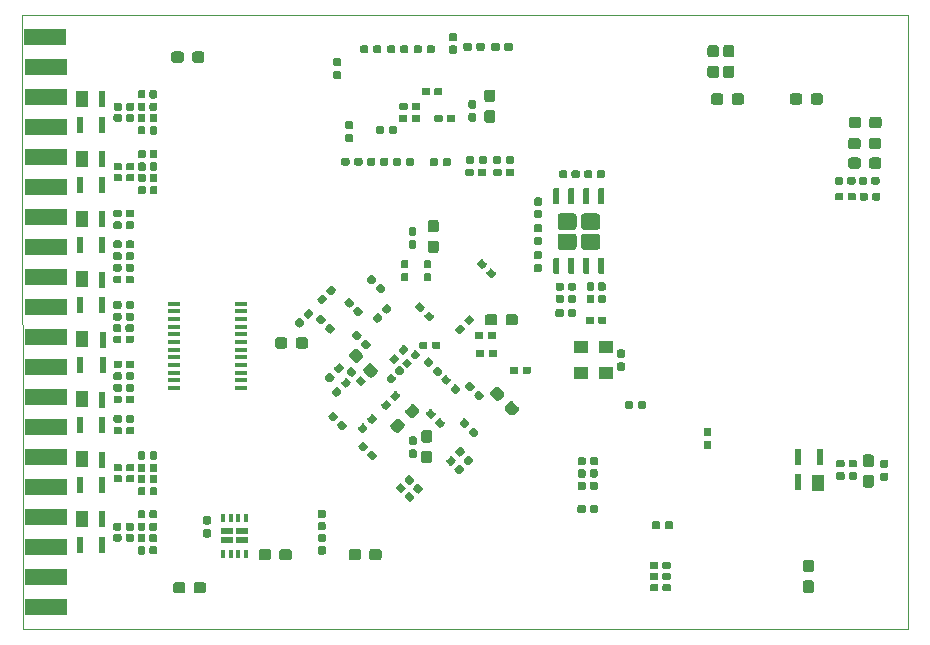
<source format=gbp>
G04 #@! TF.GenerationSoftware,KiCad,Pcbnew,(5.1.5)-3*
G04 #@! TF.CreationDate,2020-11-02T01:39:04+01:00*
G04 #@! TF.ProjectId,LogAn,4c6f6741-6e2e-46b6-9963-61645f706362,rev?*
G04 #@! TF.SameCoordinates,Original*
G04 #@! TF.FileFunction,Paste,Bot*
G04 #@! TF.FilePolarity,Positive*
%FSLAX46Y46*%
G04 Gerber Fmt 4.6, Leading zero omitted, Abs format (unit mm)*
G04 Created by KiCad (PCBNEW (5.1.5)-3) date 2020-11-02 01:39:04*
%MOMM*%
%LPD*%
G04 APERTURE LIST*
%ADD10C,0.050000*%
%ADD11C,0.100000*%
%ADD12R,1.100000X0.400000*%
%ADD13R,1.000000X0.600000*%
%ADD14R,0.350000X0.650000*%
%ADD15R,3.600000X1.400000*%
%ADD16R,0.600000X1.400000*%
%ADD17R,1.000000X1.400000*%
%ADD18R,1.300000X1.000000*%
G04 APERTURE END LIST*
D10*
X140710920Y-90850720D02*
X65778380Y-90850720D01*
X140716000Y-38854380D02*
X140710920Y-90850720D01*
X65773300Y-38858340D02*
X140716000Y-38854380D01*
X65778380Y-90850720D02*
X65773300Y-38858340D01*
D11*
G36*
X124509959Y-41376044D02*
G01*
X124533014Y-41379463D01*
X124555623Y-41385127D01*
X124577567Y-41392979D01*
X124598637Y-41402944D01*
X124618628Y-41414926D01*
X124637348Y-41428810D01*
X124654618Y-41444462D01*
X124670270Y-41461732D01*
X124684154Y-41480452D01*
X124696136Y-41500443D01*
X124706101Y-41521513D01*
X124713953Y-41543457D01*
X124719617Y-41566066D01*
X124723036Y-41589121D01*
X124724180Y-41612400D01*
X124724180Y-42187400D01*
X124723036Y-42210679D01*
X124719617Y-42233734D01*
X124713953Y-42256343D01*
X124706101Y-42278287D01*
X124696136Y-42299357D01*
X124684154Y-42319348D01*
X124670270Y-42338068D01*
X124654618Y-42355338D01*
X124637348Y-42370990D01*
X124618628Y-42384874D01*
X124598637Y-42396856D01*
X124577567Y-42406821D01*
X124555623Y-42414673D01*
X124533014Y-42420337D01*
X124509959Y-42423756D01*
X124486680Y-42424900D01*
X124011680Y-42424900D01*
X123988401Y-42423756D01*
X123965346Y-42420337D01*
X123942737Y-42414673D01*
X123920793Y-42406821D01*
X123899723Y-42396856D01*
X123879732Y-42384874D01*
X123861012Y-42370990D01*
X123843742Y-42355338D01*
X123828090Y-42338068D01*
X123814206Y-42319348D01*
X123802224Y-42299357D01*
X123792259Y-42278287D01*
X123784407Y-42256343D01*
X123778743Y-42233734D01*
X123775324Y-42210679D01*
X123774180Y-42187400D01*
X123774180Y-41612400D01*
X123775324Y-41589121D01*
X123778743Y-41566066D01*
X123784407Y-41543457D01*
X123792259Y-41521513D01*
X123802224Y-41500443D01*
X123814206Y-41480452D01*
X123828090Y-41461732D01*
X123843742Y-41444462D01*
X123861012Y-41428810D01*
X123879732Y-41414926D01*
X123899723Y-41402944D01*
X123920793Y-41392979D01*
X123942737Y-41385127D01*
X123965346Y-41379463D01*
X123988401Y-41376044D01*
X124011680Y-41374900D01*
X124486680Y-41374900D01*
X124509959Y-41376044D01*
G37*
G36*
X124509959Y-43126044D02*
G01*
X124533014Y-43129463D01*
X124555623Y-43135127D01*
X124577567Y-43142979D01*
X124598637Y-43152944D01*
X124618628Y-43164926D01*
X124637348Y-43178810D01*
X124654618Y-43194462D01*
X124670270Y-43211732D01*
X124684154Y-43230452D01*
X124696136Y-43250443D01*
X124706101Y-43271513D01*
X124713953Y-43293457D01*
X124719617Y-43316066D01*
X124723036Y-43339121D01*
X124724180Y-43362400D01*
X124724180Y-43937400D01*
X124723036Y-43960679D01*
X124719617Y-43983734D01*
X124713953Y-44006343D01*
X124706101Y-44028287D01*
X124696136Y-44049357D01*
X124684154Y-44069348D01*
X124670270Y-44088068D01*
X124654618Y-44105338D01*
X124637348Y-44120990D01*
X124618628Y-44134874D01*
X124598637Y-44146856D01*
X124577567Y-44156821D01*
X124555623Y-44164673D01*
X124533014Y-44170337D01*
X124509959Y-44173756D01*
X124486680Y-44174900D01*
X124011680Y-44174900D01*
X123988401Y-44173756D01*
X123965346Y-44170337D01*
X123942737Y-44164673D01*
X123920793Y-44156821D01*
X123899723Y-44146856D01*
X123879732Y-44134874D01*
X123861012Y-44120990D01*
X123843742Y-44105338D01*
X123828090Y-44088068D01*
X123814206Y-44069348D01*
X123802224Y-44049357D01*
X123792259Y-44028287D01*
X123784407Y-44006343D01*
X123778743Y-43983734D01*
X123775324Y-43960679D01*
X123774180Y-43937400D01*
X123774180Y-43362400D01*
X123775324Y-43339121D01*
X123778743Y-43316066D01*
X123784407Y-43293457D01*
X123792259Y-43271513D01*
X123802224Y-43250443D01*
X123814206Y-43230452D01*
X123828090Y-43211732D01*
X123843742Y-43194462D01*
X123861012Y-43178810D01*
X123879732Y-43164926D01*
X123899723Y-43152944D01*
X123920793Y-43142979D01*
X123942737Y-43135127D01*
X123965346Y-43129463D01*
X123988401Y-43126044D01*
X124011680Y-43124900D01*
X124486680Y-43124900D01*
X124509959Y-43126044D01*
G37*
G36*
X132576999Y-84961144D02*
G01*
X132600054Y-84964563D01*
X132622663Y-84970227D01*
X132644607Y-84978079D01*
X132665677Y-84988044D01*
X132685668Y-85000026D01*
X132704388Y-85013910D01*
X132721658Y-85029562D01*
X132737310Y-85046832D01*
X132751194Y-85065552D01*
X132763176Y-85085543D01*
X132773141Y-85106613D01*
X132780993Y-85128557D01*
X132786657Y-85151166D01*
X132790076Y-85174221D01*
X132791220Y-85197500D01*
X132791220Y-85772500D01*
X132790076Y-85795779D01*
X132786657Y-85818834D01*
X132780993Y-85841443D01*
X132773141Y-85863387D01*
X132763176Y-85884457D01*
X132751194Y-85904448D01*
X132737310Y-85923168D01*
X132721658Y-85940438D01*
X132704388Y-85956090D01*
X132685668Y-85969974D01*
X132665677Y-85981956D01*
X132644607Y-85991921D01*
X132622663Y-85999773D01*
X132600054Y-86005437D01*
X132576999Y-86008856D01*
X132553720Y-86010000D01*
X132078720Y-86010000D01*
X132055441Y-86008856D01*
X132032386Y-86005437D01*
X132009777Y-85999773D01*
X131987833Y-85991921D01*
X131966763Y-85981956D01*
X131946772Y-85969974D01*
X131928052Y-85956090D01*
X131910782Y-85940438D01*
X131895130Y-85923168D01*
X131881246Y-85904448D01*
X131869264Y-85884457D01*
X131859299Y-85863387D01*
X131851447Y-85841443D01*
X131845783Y-85818834D01*
X131842364Y-85795779D01*
X131841220Y-85772500D01*
X131841220Y-85197500D01*
X131842364Y-85174221D01*
X131845783Y-85151166D01*
X131851447Y-85128557D01*
X131859299Y-85106613D01*
X131869264Y-85085543D01*
X131881246Y-85065552D01*
X131895130Y-85046832D01*
X131910782Y-85029562D01*
X131928052Y-85013910D01*
X131946772Y-85000026D01*
X131966763Y-84988044D01*
X131987833Y-84978079D01*
X132009777Y-84970227D01*
X132032386Y-84964563D01*
X132055441Y-84961144D01*
X132078720Y-84960000D01*
X132553720Y-84960000D01*
X132576999Y-84961144D01*
G37*
G36*
X132576999Y-86711144D02*
G01*
X132600054Y-86714563D01*
X132622663Y-86720227D01*
X132644607Y-86728079D01*
X132665677Y-86738044D01*
X132685668Y-86750026D01*
X132704388Y-86763910D01*
X132721658Y-86779562D01*
X132737310Y-86796832D01*
X132751194Y-86815552D01*
X132763176Y-86835543D01*
X132773141Y-86856613D01*
X132780993Y-86878557D01*
X132786657Y-86901166D01*
X132790076Y-86924221D01*
X132791220Y-86947500D01*
X132791220Y-87522500D01*
X132790076Y-87545779D01*
X132786657Y-87568834D01*
X132780993Y-87591443D01*
X132773141Y-87613387D01*
X132763176Y-87634457D01*
X132751194Y-87654448D01*
X132737310Y-87673168D01*
X132721658Y-87690438D01*
X132704388Y-87706090D01*
X132685668Y-87719974D01*
X132665677Y-87731956D01*
X132644607Y-87741921D01*
X132622663Y-87749773D01*
X132600054Y-87755437D01*
X132576999Y-87758856D01*
X132553720Y-87760000D01*
X132078720Y-87760000D01*
X132055441Y-87758856D01*
X132032386Y-87755437D01*
X132009777Y-87749773D01*
X131987833Y-87741921D01*
X131966763Y-87731956D01*
X131946772Y-87719974D01*
X131928052Y-87706090D01*
X131910782Y-87690438D01*
X131895130Y-87673168D01*
X131881246Y-87654448D01*
X131869264Y-87634457D01*
X131859299Y-87613387D01*
X131851447Y-87591443D01*
X131845783Y-87568834D01*
X131842364Y-87545779D01*
X131841220Y-87522500D01*
X131841220Y-86947500D01*
X131842364Y-86924221D01*
X131845783Y-86901166D01*
X131851447Y-86878557D01*
X131859299Y-86856613D01*
X131869264Y-86835543D01*
X131881246Y-86815552D01*
X131895130Y-86796832D01*
X131910782Y-86779562D01*
X131928052Y-86763910D01*
X131946772Y-86750026D01*
X131966763Y-86738044D01*
X131987833Y-86728079D01*
X132009777Y-86720227D01*
X132032386Y-86714563D01*
X132055441Y-86711144D01*
X132078720Y-86710000D01*
X132553720Y-86710000D01*
X132576999Y-86711144D01*
G37*
G36*
X81109419Y-86858964D02*
G01*
X81132474Y-86862383D01*
X81155083Y-86868047D01*
X81177027Y-86875899D01*
X81198097Y-86885864D01*
X81218088Y-86897846D01*
X81236808Y-86911730D01*
X81254078Y-86927382D01*
X81269730Y-86944652D01*
X81283614Y-86963372D01*
X81295596Y-86983363D01*
X81305561Y-87004433D01*
X81313413Y-87026377D01*
X81319077Y-87048986D01*
X81322496Y-87072041D01*
X81323640Y-87095320D01*
X81323640Y-87570320D01*
X81322496Y-87593599D01*
X81319077Y-87616654D01*
X81313413Y-87639263D01*
X81305561Y-87661207D01*
X81295596Y-87682277D01*
X81283614Y-87702268D01*
X81269730Y-87720988D01*
X81254078Y-87738258D01*
X81236808Y-87753910D01*
X81218088Y-87767794D01*
X81198097Y-87779776D01*
X81177027Y-87789741D01*
X81155083Y-87797593D01*
X81132474Y-87803257D01*
X81109419Y-87806676D01*
X81086140Y-87807820D01*
X80511140Y-87807820D01*
X80487861Y-87806676D01*
X80464806Y-87803257D01*
X80442197Y-87797593D01*
X80420253Y-87789741D01*
X80399183Y-87779776D01*
X80379192Y-87767794D01*
X80360472Y-87753910D01*
X80343202Y-87738258D01*
X80327550Y-87720988D01*
X80313666Y-87702268D01*
X80301684Y-87682277D01*
X80291719Y-87661207D01*
X80283867Y-87639263D01*
X80278203Y-87616654D01*
X80274784Y-87593599D01*
X80273640Y-87570320D01*
X80273640Y-87095320D01*
X80274784Y-87072041D01*
X80278203Y-87048986D01*
X80283867Y-87026377D01*
X80291719Y-87004433D01*
X80301684Y-86983363D01*
X80313666Y-86963372D01*
X80327550Y-86944652D01*
X80343202Y-86927382D01*
X80360472Y-86911730D01*
X80379192Y-86897846D01*
X80399183Y-86885864D01*
X80420253Y-86875899D01*
X80442197Y-86868047D01*
X80464806Y-86862383D01*
X80487861Y-86858964D01*
X80511140Y-86857820D01*
X81086140Y-86857820D01*
X81109419Y-86858964D01*
G37*
G36*
X79359419Y-86858964D02*
G01*
X79382474Y-86862383D01*
X79405083Y-86868047D01*
X79427027Y-86875899D01*
X79448097Y-86885864D01*
X79468088Y-86897846D01*
X79486808Y-86911730D01*
X79504078Y-86927382D01*
X79519730Y-86944652D01*
X79533614Y-86963372D01*
X79545596Y-86983363D01*
X79555561Y-87004433D01*
X79563413Y-87026377D01*
X79569077Y-87048986D01*
X79572496Y-87072041D01*
X79573640Y-87095320D01*
X79573640Y-87570320D01*
X79572496Y-87593599D01*
X79569077Y-87616654D01*
X79563413Y-87639263D01*
X79555561Y-87661207D01*
X79545596Y-87682277D01*
X79533614Y-87702268D01*
X79519730Y-87720988D01*
X79504078Y-87738258D01*
X79486808Y-87753910D01*
X79468088Y-87767794D01*
X79448097Y-87779776D01*
X79427027Y-87789741D01*
X79405083Y-87797593D01*
X79382474Y-87803257D01*
X79359419Y-87806676D01*
X79336140Y-87807820D01*
X78761140Y-87807820D01*
X78737861Y-87806676D01*
X78714806Y-87803257D01*
X78692197Y-87797593D01*
X78670253Y-87789741D01*
X78649183Y-87779776D01*
X78629192Y-87767794D01*
X78610472Y-87753910D01*
X78593202Y-87738258D01*
X78577550Y-87720988D01*
X78563666Y-87702268D01*
X78551684Y-87682277D01*
X78541719Y-87661207D01*
X78533867Y-87639263D01*
X78528203Y-87616654D01*
X78524784Y-87593599D01*
X78523640Y-87570320D01*
X78523640Y-87095320D01*
X78524784Y-87072041D01*
X78528203Y-87048986D01*
X78533867Y-87026377D01*
X78541719Y-87004433D01*
X78551684Y-86983363D01*
X78563666Y-86963372D01*
X78577550Y-86944652D01*
X78593202Y-86927382D01*
X78610472Y-86911730D01*
X78629192Y-86897846D01*
X78649183Y-86885864D01*
X78670253Y-86875899D01*
X78692197Y-86868047D01*
X78714806Y-86862383D01*
X78737861Y-86858964D01*
X78761140Y-86857820D01*
X79336140Y-86857820D01*
X79359419Y-86858964D01*
G37*
G36*
X138302599Y-47458484D02*
G01*
X138325654Y-47461903D01*
X138348263Y-47467567D01*
X138370207Y-47475419D01*
X138391277Y-47485384D01*
X138411268Y-47497366D01*
X138429988Y-47511250D01*
X138447258Y-47526902D01*
X138462910Y-47544172D01*
X138476794Y-47562892D01*
X138488776Y-47582883D01*
X138498741Y-47603953D01*
X138506593Y-47625897D01*
X138512257Y-47648506D01*
X138515676Y-47671561D01*
X138516820Y-47694840D01*
X138516820Y-48169840D01*
X138515676Y-48193119D01*
X138512257Y-48216174D01*
X138506593Y-48238783D01*
X138498741Y-48260727D01*
X138488776Y-48281797D01*
X138476794Y-48301788D01*
X138462910Y-48320508D01*
X138447258Y-48337778D01*
X138429988Y-48353430D01*
X138411268Y-48367314D01*
X138391277Y-48379296D01*
X138370207Y-48389261D01*
X138348263Y-48397113D01*
X138325654Y-48402777D01*
X138302599Y-48406196D01*
X138279320Y-48407340D01*
X137704320Y-48407340D01*
X137681041Y-48406196D01*
X137657986Y-48402777D01*
X137635377Y-48397113D01*
X137613433Y-48389261D01*
X137592363Y-48379296D01*
X137572372Y-48367314D01*
X137553652Y-48353430D01*
X137536382Y-48337778D01*
X137520730Y-48320508D01*
X137506846Y-48301788D01*
X137494864Y-48281797D01*
X137484899Y-48260727D01*
X137477047Y-48238783D01*
X137471383Y-48216174D01*
X137467964Y-48193119D01*
X137466820Y-48169840D01*
X137466820Y-47694840D01*
X137467964Y-47671561D01*
X137471383Y-47648506D01*
X137477047Y-47625897D01*
X137484899Y-47603953D01*
X137494864Y-47582883D01*
X137506846Y-47562892D01*
X137520730Y-47544172D01*
X137536382Y-47526902D01*
X137553652Y-47511250D01*
X137572372Y-47497366D01*
X137592363Y-47485384D01*
X137613433Y-47475419D01*
X137635377Y-47467567D01*
X137657986Y-47461903D01*
X137681041Y-47458484D01*
X137704320Y-47457340D01*
X138279320Y-47457340D01*
X138302599Y-47458484D01*
G37*
G36*
X136552599Y-47458484D02*
G01*
X136575654Y-47461903D01*
X136598263Y-47467567D01*
X136620207Y-47475419D01*
X136641277Y-47485384D01*
X136661268Y-47497366D01*
X136679988Y-47511250D01*
X136697258Y-47526902D01*
X136712910Y-47544172D01*
X136726794Y-47562892D01*
X136738776Y-47582883D01*
X136748741Y-47603953D01*
X136756593Y-47625897D01*
X136762257Y-47648506D01*
X136765676Y-47671561D01*
X136766820Y-47694840D01*
X136766820Y-48169840D01*
X136765676Y-48193119D01*
X136762257Y-48216174D01*
X136756593Y-48238783D01*
X136748741Y-48260727D01*
X136738776Y-48281797D01*
X136726794Y-48301788D01*
X136712910Y-48320508D01*
X136697258Y-48337778D01*
X136679988Y-48353430D01*
X136661268Y-48367314D01*
X136641277Y-48379296D01*
X136620207Y-48389261D01*
X136598263Y-48397113D01*
X136575654Y-48402777D01*
X136552599Y-48406196D01*
X136529320Y-48407340D01*
X135954320Y-48407340D01*
X135931041Y-48406196D01*
X135907986Y-48402777D01*
X135885377Y-48397113D01*
X135863433Y-48389261D01*
X135842363Y-48379296D01*
X135822372Y-48367314D01*
X135803652Y-48353430D01*
X135786382Y-48337778D01*
X135770730Y-48320508D01*
X135756846Y-48301788D01*
X135744864Y-48281797D01*
X135734899Y-48260727D01*
X135727047Y-48238783D01*
X135721383Y-48216174D01*
X135717964Y-48193119D01*
X135716820Y-48169840D01*
X135716820Y-47694840D01*
X135717964Y-47671561D01*
X135721383Y-47648506D01*
X135727047Y-47625897D01*
X135734899Y-47603953D01*
X135744864Y-47582883D01*
X135756846Y-47562892D01*
X135770730Y-47544172D01*
X135786382Y-47526902D01*
X135803652Y-47511250D01*
X135822372Y-47497366D01*
X135842363Y-47485384D01*
X135863433Y-47475419D01*
X135885377Y-47467567D01*
X135907986Y-47461903D01*
X135931041Y-47458484D01*
X135954320Y-47457340D01*
X136529320Y-47457340D01*
X136552599Y-47458484D01*
G37*
G36*
X80967179Y-41928904D02*
G01*
X80990234Y-41932323D01*
X81012843Y-41937987D01*
X81034787Y-41945839D01*
X81055857Y-41955804D01*
X81075848Y-41967786D01*
X81094568Y-41981670D01*
X81111838Y-41997322D01*
X81127490Y-42014592D01*
X81141374Y-42033312D01*
X81153356Y-42053303D01*
X81163321Y-42074373D01*
X81171173Y-42096317D01*
X81176837Y-42118926D01*
X81180256Y-42141981D01*
X81181400Y-42165260D01*
X81181400Y-42640260D01*
X81180256Y-42663539D01*
X81176837Y-42686594D01*
X81171173Y-42709203D01*
X81163321Y-42731147D01*
X81153356Y-42752217D01*
X81141374Y-42772208D01*
X81127490Y-42790928D01*
X81111838Y-42808198D01*
X81094568Y-42823850D01*
X81075848Y-42837734D01*
X81055857Y-42849716D01*
X81034787Y-42859681D01*
X81012843Y-42867533D01*
X80990234Y-42873197D01*
X80967179Y-42876616D01*
X80943900Y-42877760D01*
X80368900Y-42877760D01*
X80345621Y-42876616D01*
X80322566Y-42873197D01*
X80299957Y-42867533D01*
X80278013Y-42859681D01*
X80256943Y-42849716D01*
X80236952Y-42837734D01*
X80218232Y-42823850D01*
X80200962Y-42808198D01*
X80185310Y-42790928D01*
X80171426Y-42772208D01*
X80159444Y-42752217D01*
X80149479Y-42731147D01*
X80141627Y-42709203D01*
X80135963Y-42686594D01*
X80132544Y-42663539D01*
X80131400Y-42640260D01*
X80131400Y-42165260D01*
X80132544Y-42141981D01*
X80135963Y-42118926D01*
X80141627Y-42096317D01*
X80149479Y-42074373D01*
X80159444Y-42053303D01*
X80171426Y-42033312D01*
X80185310Y-42014592D01*
X80200962Y-41997322D01*
X80218232Y-41981670D01*
X80236952Y-41967786D01*
X80256943Y-41955804D01*
X80278013Y-41945839D01*
X80299957Y-41937987D01*
X80322566Y-41932323D01*
X80345621Y-41928904D01*
X80368900Y-41927760D01*
X80943900Y-41927760D01*
X80967179Y-41928904D01*
G37*
G36*
X79217179Y-41928904D02*
G01*
X79240234Y-41932323D01*
X79262843Y-41937987D01*
X79284787Y-41945839D01*
X79305857Y-41955804D01*
X79325848Y-41967786D01*
X79344568Y-41981670D01*
X79361838Y-41997322D01*
X79377490Y-42014592D01*
X79391374Y-42033312D01*
X79403356Y-42053303D01*
X79413321Y-42074373D01*
X79421173Y-42096317D01*
X79426837Y-42118926D01*
X79430256Y-42141981D01*
X79431400Y-42165260D01*
X79431400Y-42640260D01*
X79430256Y-42663539D01*
X79426837Y-42686594D01*
X79421173Y-42709203D01*
X79413321Y-42731147D01*
X79403356Y-42752217D01*
X79391374Y-42772208D01*
X79377490Y-42790928D01*
X79361838Y-42808198D01*
X79344568Y-42823850D01*
X79325848Y-42837734D01*
X79305857Y-42849716D01*
X79284787Y-42859681D01*
X79262843Y-42867533D01*
X79240234Y-42873197D01*
X79217179Y-42876616D01*
X79193900Y-42877760D01*
X78618900Y-42877760D01*
X78595621Y-42876616D01*
X78572566Y-42873197D01*
X78549957Y-42867533D01*
X78528013Y-42859681D01*
X78506943Y-42849716D01*
X78486952Y-42837734D01*
X78468232Y-42823850D01*
X78450962Y-42808198D01*
X78435310Y-42790928D01*
X78421426Y-42772208D01*
X78409444Y-42752217D01*
X78399479Y-42731147D01*
X78391627Y-42709203D01*
X78385963Y-42686594D01*
X78382544Y-42663539D01*
X78381400Y-42640260D01*
X78381400Y-42165260D01*
X78382544Y-42141981D01*
X78385963Y-42118926D01*
X78391627Y-42096317D01*
X78399479Y-42074373D01*
X78409444Y-42053303D01*
X78421426Y-42033312D01*
X78435310Y-42014592D01*
X78450962Y-41997322D01*
X78468232Y-41981670D01*
X78486952Y-41967786D01*
X78506943Y-41955804D01*
X78528013Y-41945839D01*
X78549957Y-41937987D01*
X78572566Y-41932323D01*
X78595621Y-41928904D01*
X78618900Y-41927760D01*
X79193900Y-41927760D01*
X79217179Y-41928904D01*
G37*
D12*
X84295100Y-70417640D03*
X84295100Y-69767640D03*
X84295100Y-69117640D03*
X84295100Y-68467640D03*
X84295100Y-67817640D03*
X84295100Y-67167640D03*
X84295100Y-66517640D03*
X84295100Y-65867640D03*
X84295100Y-65217640D03*
X84295100Y-64567640D03*
X84295100Y-63917640D03*
X84295100Y-63267640D03*
X78595100Y-63267640D03*
X78595100Y-63917640D03*
X78595100Y-64567640D03*
X78595100Y-65217640D03*
X78595100Y-65867640D03*
X78595100Y-66517640D03*
X78595100Y-67167640D03*
X78595100Y-67817640D03*
X78595100Y-68467640D03*
X78595100Y-69117640D03*
X78595100Y-69767640D03*
X78595100Y-70417640D03*
D11*
G36*
X98551941Y-79237914D02*
G01*
X98567472Y-79240218D01*
X98582704Y-79244034D01*
X98597487Y-79249323D01*
X98611681Y-79256037D01*
X98625149Y-79264109D01*
X98637761Y-79273462D01*
X98649395Y-79284007D01*
X98918095Y-79552707D01*
X98928640Y-79564341D01*
X98937993Y-79576953D01*
X98946065Y-79590421D01*
X98952779Y-79604615D01*
X98958068Y-79619398D01*
X98961884Y-79634630D01*
X98964188Y-79650161D01*
X98964958Y-79665844D01*
X98964188Y-79681527D01*
X98961884Y-79697058D01*
X98958068Y-79712290D01*
X98952779Y-79727073D01*
X98946065Y-79741267D01*
X98937993Y-79754735D01*
X98928640Y-79767347D01*
X98918095Y-79778981D01*
X98691821Y-80005255D01*
X98680187Y-80015800D01*
X98667575Y-80025153D01*
X98654107Y-80033225D01*
X98639913Y-80039939D01*
X98625130Y-80045228D01*
X98609898Y-80049044D01*
X98594367Y-80051348D01*
X98578684Y-80052118D01*
X98563001Y-80051348D01*
X98547470Y-80049044D01*
X98532238Y-80045228D01*
X98517455Y-80039939D01*
X98503261Y-80033225D01*
X98489793Y-80025153D01*
X98477181Y-80015800D01*
X98465547Y-80005255D01*
X98196847Y-79736555D01*
X98186302Y-79724921D01*
X98176949Y-79712309D01*
X98168877Y-79698841D01*
X98162163Y-79684647D01*
X98156874Y-79669864D01*
X98153058Y-79654632D01*
X98150754Y-79639101D01*
X98149984Y-79623418D01*
X98150754Y-79607735D01*
X98153058Y-79592204D01*
X98156874Y-79576972D01*
X98162163Y-79562189D01*
X98168877Y-79547995D01*
X98176949Y-79534527D01*
X98186302Y-79521915D01*
X98196847Y-79510281D01*
X98423121Y-79284007D01*
X98434755Y-79273462D01*
X98447367Y-79264109D01*
X98460835Y-79256037D01*
X98475029Y-79249323D01*
X98489812Y-79244034D01*
X98505044Y-79240218D01*
X98520575Y-79237914D01*
X98536258Y-79237144D01*
X98551941Y-79237914D01*
G37*
G36*
X97809479Y-78495452D02*
G01*
X97825010Y-78497756D01*
X97840242Y-78501572D01*
X97855025Y-78506861D01*
X97869219Y-78513575D01*
X97882687Y-78521647D01*
X97895299Y-78531000D01*
X97906933Y-78541545D01*
X98175633Y-78810245D01*
X98186178Y-78821879D01*
X98195531Y-78834491D01*
X98203603Y-78847959D01*
X98210317Y-78862153D01*
X98215606Y-78876936D01*
X98219422Y-78892168D01*
X98221726Y-78907699D01*
X98222496Y-78923382D01*
X98221726Y-78939065D01*
X98219422Y-78954596D01*
X98215606Y-78969828D01*
X98210317Y-78984611D01*
X98203603Y-78998805D01*
X98195531Y-79012273D01*
X98186178Y-79024885D01*
X98175633Y-79036519D01*
X97949359Y-79262793D01*
X97937725Y-79273338D01*
X97925113Y-79282691D01*
X97911645Y-79290763D01*
X97897451Y-79297477D01*
X97882668Y-79302766D01*
X97867436Y-79306582D01*
X97851905Y-79308886D01*
X97836222Y-79309656D01*
X97820539Y-79308886D01*
X97805008Y-79306582D01*
X97789776Y-79302766D01*
X97774993Y-79297477D01*
X97760799Y-79290763D01*
X97747331Y-79282691D01*
X97734719Y-79273338D01*
X97723085Y-79262793D01*
X97454385Y-78994093D01*
X97443840Y-78982459D01*
X97434487Y-78969847D01*
X97426415Y-78956379D01*
X97419701Y-78942185D01*
X97414412Y-78927402D01*
X97410596Y-78912170D01*
X97408292Y-78896639D01*
X97407522Y-78880956D01*
X97408292Y-78865273D01*
X97410596Y-78849742D01*
X97414412Y-78834510D01*
X97419701Y-78819727D01*
X97426415Y-78805533D01*
X97434487Y-78792065D01*
X97443840Y-78779453D01*
X97454385Y-78767819D01*
X97680659Y-78541545D01*
X97692293Y-78531000D01*
X97704905Y-78521647D01*
X97718373Y-78513575D01*
X97732567Y-78506861D01*
X97747350Y-78501572D01*
X97762582Y-78497756D01*
X97778113Y-78495452D01*
X97793796Y-78494682D01*
X97809479Y-78495452D01*
G37*
G36*
X99263141Y-78539414D02*
G01*
X99278672Y-78541718D01*
X99293904Y-78545534D01*
X99308687Y-78550823D01*
X99322881Y-78557537D01*
X99336349Y-78565609D01*
X99348961Y-78574962D01*
X99360595Y-78585507D01*
X99629295Y-78854207D01*
X99639840Y-78865841D01*
X99649193Y-78878453D01*
X99657265Y-78891921D01*
X99663979Y-78906115D01*
X99669268Y-78920898D01*
X99673084Y-78936130D01*
X99675388Y-78951661D01*
X99676158Y-78967344D01*
X99675388Y-78983027D01*
X99673084Y-78998558D01*
X99669268Y-79013790D01*
X99663979Y-79028573D01*
X99657265Y-79042767D01*
X99649193Y-79056235D01*
X99639840Y-79068847D01*
X99629295Y-79080481D01*
X99403021Y-79306755D01*
X99391387Y-79317300D01*
X99378775Y-79326653D01*
X99365307Y-79334725D01*
X99351113Y-79341439D01*
X99336330Y-79346728D01*
X99321098Y-79350544D01*
X99305567Y-79352848D01*
X99289884Y-79353618D01*
X99274201Y-79352848D01*
X99258670Y-79350544D01*
X99243438Y-79346728D01*
X99228655Y-79341439D01*
X99214461Y-79334725D01*
X99200993Y-79326653D01*
X99188381Y-79317300D01*
X99176747Y-79306755D01*
X98908047Y-79038055D01*
X98897502Y-79026421D01*
X98888149Y-79013809D01*
X98880077Y-79000341D01*
X98873363Y-78986147D01*
X98868074Y-78971364D01*
X98864258Y-78956132D01*
X98861954Y-78940601D01*
X98861184Y-78924918D01*
X98861954Y-78909235D01*
X98864258Y-78893704D01*
X98868074Y-78878472D01*
X98873363Y-78863689D01*
X98880077Y-78849495D01*
X98888149Y-78836027D01*
X98897502Y-78823415D01*
X98908047Y-78811781D01*
X99134321Y-78585507D01*
X99145955Y-78574962D01*
X99158567Y-78565609D01*
X99172035Y-78557537D01*
X99186229Y-78550823D01*
X99201012Y-78545534D01*
X99216244Y-78541718D01*
X99231775Y-78539414D01*
X99247458Y-78538644D01*
X99263141Y-78539414D01*
G37*
G36*
X98520679Y-77796952D02*
G01*
X98536210Y-77799256D01*
X98551442Y-77803072D01*
X98566225Y-77808361D01*
X98580419Y-77815075D01*
X98593887Y-77823147D01*
X98606499Y-77832500D01*
X98618133Y-77843045D01*
X98886833Y-78111745D01*
X98897378Y-78123379D01*
X98906731Y-78135991D01*
X98914803Y-78149459D01*
X98921517Y-78163653D01*
X98926806Y-78178436D01*
X98930622Y-78193668D01*
X98932926Y-78209199D01*
X98933696Y-78224882D01*
X98932926Y-78240565D01*
X98930622Y-78256096D01*
X98926806Y-78271328D01*
X98921517Y-78286111D01*
X98914803Y-78300305D01*
X98906731Y-78313773D01*
X98897378Y-78326385D01*
X98886833Y-78338019D01*
X98660559Y-78564293D01*
X98648925Y-78574838D01*
X98636313Y-78584191D01*
X98622845Y-78592263D01*
X98608651Y-78598977D01*
X98593868Y-78604266D01*
X98578636Y-78608082D01*
X98563105Y-78610386D01*
X98547422Y-78611156D01*
X98531739Y-78610386D01*
X98516208Y-78608082D01*
X98500976Y-78604266D01*
X98486193Y-78598977D01*
X98471999Y-78592263D01*
X98458531Y-78584191D01*
X98445919Y-78574838D01*
X98434285Y-78564293D01*
X98165585Y-78295593D01*
X98155040Y-78283959D01*
X98145687Y-78271347D01*
X98137615Y-78257879D01*
X98130901Y-78243685D01*
X98125612Y-78228902D01*
X98121796Y-78213670D01*
X98119492Y-78198139D01*
X98118722Y-78182456D01*
X98119492Y-78166773D01*
X98121796Y-78151242D01*
X98125612Y-78136010D01*
X98130901Y-78121227D01*
X98137615Y-78107033D01*
X98145687Y-78093565D01*
X98155040Y-78080953D01*
X98165585Y-78069319D01*
X98391859Y-77843045D01*
X98403493Y-77832500D01*
X98416105Y-77823147D01*
X98429573Y-77815075D01*
X98443767Y-77808361D01*
X98458550Y-77803072D01*
X98473782Y-77799256D01*
X98489313Y-77796952D01*
X98504996Y-77796182D01*
X98520679Y-77796952D01*
G37*
G36*
X91303263Y-83819730D02*
G01*
X91318794Y-83822034D01*
X91334026Y-83825850D01*
X91348809Y-83831139D01*
X91363003Y-83837853D01*
X91376471Y-83845925D01*
X91389083Y-83855278D01*
X91400717Y-83865823D01*
X91411262Y-83877457D01*
X91420615Y-83890069D01*
X91428687Y-83903537D01*
X91435401Y-83917731D01*
X91440690Y-83932514D01*
X91444506Y-83947746D01*
X91446810Y-83963277D01*
X91447580Y-83978960D01*
X91447580Y-84358960D01*
X91446810Y-84374643D01*
X91444506Y-84390174D01*
X91440690Y-84405406D01*
X91435401Y-84420189D01*
X91428687Y-84434383D01*
X91420615Y-84447851D01*
X91411262Y-84460463D01*
X91400717Y-84472097D01*
X91389083Y-84482642D01*
X91376471Y-84491995D01*
X91363003Y-84500067D01*
X91348809Y-84506781D01*
X91334026Y-84512070D01*
X91318794Y-84515886D01*
X91303263Y-84518190D01*
X91287580Y-84518960D01*
X90967580Y-84518960D01*
X90951897Y-84518190D01*
X90936366Y-84515886D01*
X90921134Y-84512070D01*
X90906351Y-84506781D01*
X90892157Y-84500067D01*
X90878689Y-84491995D01*
X90866077Y-84482642D01*
X90854443Y-84472097D01*
X90843898Y-84460463D01*
X90834545Y-84447851D01*
X90826473Y-84434383D01*
X90819759Y-84420189D01*
X90814470Y-84405406D01*
X90810654Y-84390174D01*
X90808350Y-84374643D01*
X90807580Y-84358960D01*
X90807580Y-83978960D01*
X90808350Y-83963277D01*
X90810654Y-83947746D01*
X90814470Y-83932514D01*
X90819759Y-83917731D01*
X90826473Y-83903537D01*
X90834545Y-83890069D01*
X90843898Y-83877457D01*
X90854443Y-83865823D01*
X90866077Y-83855278D01*
X90878689Y-83845925D01*
X90892157Y-83837853D01*
X90906351Y-83831139D01*
X90921134Y-83825850D01*
X90936366Y-83822034D01*
X90951897Y-83819730D01*
X90967580Y-83818960D01*
X91287580Y-83818960D01*
X91303263Y-83819730D01*
G37*
G36*
X91303263Y-82769730D02*
G01*
X91318794Y-82772034D01*
X91334026Y-82775850D01*
X91348809Y-82781139D01*
X91363003Y-82787853D01*
X91376471Y-82795925D01*
X91389083Y-82805278D01*
X91400717Y-82815823D01*
X91411262Y-82827457D01*
X91420615Y-82840069D01*
X91428687Y-82853537D01*
X91435401Y-82867731D01*
X91440690Y-82882514D01*
X91444506Y-82897746D01*
X91446810Y-82913277D01*
X91447580Y-82928960D01*
X91447580Y-83308960D01*
X91446810Y-83324643D01*
X91444506Y-83340174D01*
X91440690Y-83355406D01*
X91435401Y-83370189D01*
X91428687Y-83384383D01*
X91420615Y-83397851D01*
X91411262Y-83410463D01*
X91400717Y-83422097D01*
X91389083Y-83432642D01*
X91376471Y-83441995D01*
X91363003Y-83450067D01*
X91348809Y-83456781D01*
X91334026Y-83462070D01*
X91318794Y-83465886D01*
X91303263Y-83468190D01*
X91287580Y-83468960D01*
X90967580Y-83468960D01*
X90951897Y-83468190D01*
X90936366Y-83465886D01*
X90921134Y-83462070D01*
X90906351Y-83456781D01*
X90892157Y-83450067D01*
X90878689Y-83441995D01*
X90866077Y-83432642D01*
X90854443Y-83422097D01*
X90843898Y-83410463D01*
X90834545Y-83397851D01*
X90826473Y-83384383D01*
X90819759Y-83370189D01*
X90814470Y-83355406D01*
X90810654Y-83340174D01*
X90808350Y-83324643D01*
X90807580Y-83308960D01*
X90807580Y-82928960D01*
X90808350Y-82913277D01*
X90810654Y-82897746D01*
X90814470Y-82882514D01*
X90819759Y-82867731D01*
X90826473Y-82853537D01*
X90834545Y-82840069D01*
X90843898Y-82827457D01*
X90854443Y-82815823D01*
X90866077Y-82805278D01*
X90878689Y-82795925D01*
X90892157Y-82787853D01*
X90906351Y-82781139D01*
X90921134Y-82775850D01*
X90936366Y-82772034D01*
X90951897Y-82769730D01*
X90967580Y-82768960D01*
X91287580Y-82768960D01*
X91303263Y-82769730D01*
G37*
G36*
X91295643Y-80730890D02*
G01*
X91311174Y-80733194D01*
X91326406Y-80737010D01*
X91341189Y-80742299D01*
X91355383Y-80749013D01*
X91368851Y-80757085D01*
X91381463Y-80766438D01*
X91393097Y-80776983D01*
X91403642Y-80788617D01*
X91412995Y-80801229D01*
X91421067Y-80814697D01*
X91427781Y-80828891D01*
X91433070Y-80843674D01*
X91436886Y-80858906D01*
X91439190Y-80874437D01*
X91439960Y-80890120D01*
X91439960Y-81270120D01*
X91439190Y-81285803D01*
X91436886Y-81301334D01*
X91433070Y-81316566D01*
X91427781Y-81331349D01*
X91421067Y-81345543D01*
X91412995Y-81359011D01*
X91403642Y-81371623D01*
X91393097Y-81383257D01*
X91381463Y-81393802D01*
X91368851Y-81403155D01*
X91355383Y-81411227D01*
X91341189Y-81417941D01*
X91326406Y-81423230D01*
X91311174Y-81427046D01*
X91295643Y-81429350D01*
X91279960Y-81430120D01*
X90959960Y-81430120D01*
X90944277Y-81429350D01*
X90928746Y-81427046D01*
X90913514Y-81423230D01*
X90898731Y-81417941D01*
X90884537Y-81411227D01*
X90871069Y-81403155D01*
X90858457Y-81393802D01*
X90846823Y-81383257D01*
X90836278Y-81371623D01*
X90826925Y-81359011D01*
X90818853Y-81345543D01*
X90812139Y-81331349D01*
X90806850Y-81316566D01*
X90803034Y-81301334D01*
X90800730Y-81285803D01*
X90799960Y-81270120D01*
X90799960Y-80890120D01*
X90800730Y-80874437D01*
X90803034Y-80858906D01*
X90806850Y-80843674D01*
X90812139Y-80828891D01*
X90818853Y-80814697D01*
X90826925Y-80801229D01*
X90836278Y-80788617D01*
X90846823Y-80776983D01*
X90858457Y-80766438D01*
X90871069Y-80757085D01*
X90884537Y-80749013D01*
X90898731Y-80742299D01*
X90913514Y-80737010D01*
X90928746Y-80733194D01*
X90944277Y-80730890D01*
X90959960Y-80730120D01*
X91279960Y-80730120D01*
X91295643Y-80730890D01*
G37*
G36*
X91295643Y-81780890D02*
G01*
X91311174Y-81783194D01*
X91326406Y-81787010D01*
X91341189Y-81792299D01*
X91355383Y-81799013D01*
X91368851Y-81807085D01*
X91381463Y-81816438D01*
X91393097Y-81826983D01*
X91403642Y-81838617D01*
X91412995Y-81851229D01*
X91421067Y-81864697D01*
X91427781Y-81878891D01*
X91433070Y-81893674D01*
X91436886Y-81908906D01*
X91439190Y-81924437D01*
X91439960Y-81940120D01*
X91439960Y-82320120D01*
X91439190Y-82335803D01*
X91436886Y-82351334D01*
X91433070Y-82366566D01*
X91427781Y-82381349D01*
X91421067Y-82395543D01*
X91412995Y-82409011D01*
X91403642Y-82421623D01*
X91393097Y-82433257D01*
X91381463Y-82443802D01*
X91368851Y-82453155D01*
X91355383Y-82461227D01*
X91341189Y-82467941D01*
X91326406Y-82473230D01*
X91311174Y-82477046D01*
X91295643Y-82479350D01*
X91279960Y-82480120D01*
X90959960Y-82480120D01*
X90944277Y-82479350D01*
X90928746Y-82477046D01*
X90913514Y-82473230D01*
X90898731Y-82467941D01*
X90884537Y-82461227D01*
X90871069Y-82453155D01*
X90858457Y-82443802D01*
X90846823Y-82433257D01*
X90836278Y-82421623D01*
X90826925Y-82409011D01*
X90818853Y-82395543D01*
X90812139Y-82381349D01*
X90806850Y-82366566D01*
X90803034Y-82351334D01*
X90800730Y-82335803D01*
X90799960Y-82320120D01*
X90799960Y-81940120D01*
X90800730Y-81924437D01*
X90803034Y-81908906D01*
X90806850Y-81893674D01*
X90812139Y-81878891D01*
X90818853Y-81864697D01*
X90826925Y-81851229D01*
X90836278Y-81838617D01*
X90846823Y-81826983D01*
X90858457Y-81816438D01*
X90871069Y-81807085D01*
X90884537Y-81799013D01*
X90898731Y-81792299D01*
X90913514Y-81787010D01*
X90928746Y-81783194D01*
X90944277Y-81780890D01*
X90959960Y-81780120D01*
X91279960Y-81780120D01*
X91295643Y-81780890D01*
G37*
D13*
X83123480Y-82553660D03*
X83123480Y-83328660D03*
X84323480Y-83328660D03*
X84323480Y-82553660D03*
D14*
X82748480Y-84491160D03*
X83398480Y-84491160D03*
X84048480Y-84491160D03*
X84698480Y-84491160D03*
X84698480Y-81391160D03*
X84048480Y-81391160D03*
X83398480Y-81391160D03*
X82748480Y-81391160D03*
D11*
G36*
X81575063Y-82377390D02*
G01*
X81590594Y-82379694D01*
X81605826Y-82383510D01*
X81620609Y-82388799D01*
X81634803Y-82395513D01*
X81648271Y-82403585D01*
X81660883Y-82412938D01*
X81672517Y-82423483D01*
X81683062Y-82435117D01*
X81692415Y-82447729D01*
X81700487Y-82461197D01*
X81707201Y-82475391D01*
X81712490Y-82490174D01*
X81716306Y-82505406D01*
X81718610Y-82520937D01*
X81719380Y-82536620D01*
X81719380Y-82916620D01*
X81718610Y-82932303D01*
X81716306Y-82947834D01*
X81712490Y-82963066D01*
X81707201Y-82977849D01*
X81700487Y-82992043D01*
X81692415Y-83005511D01*
X81683062Y-83018123D01*
X81672517Y-83029757D01*
X81660883Y-83040302D01*
X81648271Y-83049655D01*
X81634803Y-83057727D01*
X81620609Y-83064441D01*
X81605826Y-83069730D01*
X81590594Y-83073546D01*
X81575063Y-83075850D01*
X81559380Y-83076620D01*
X81239380Y-83076620D01*
X81223697Y-83075850D01*
X81208166Y-83073546D01*
X81192934Y-83069730D01*
X81178151Y-83064441D01*
X81163957Y-83057727D01*
X81150489Y-83049655D01*
X81137877Y-83040302D01*
X81126243Y-83029757D01*
X81115698Y-83018123D01*
X81106345Y-83005511D01*
X81098273Y-82992043D01*
X81091559Y-82977849D01*
X81086270Y-82963066D01*
X81082454Y-82947834D01*
X81080150Y-82932303D01*
X81079380Y-82916620D01*
X81079380Y-82536620D01*
X81080150Y-82520937D01*
X81082454Y-82505406D01*
X81086270Y-82490174D01*
X81091559Y-82475391D01*
X81098273Y-82461197D01*
X81106345Y-82447729D01*
X81115698Y-82435117D01*
X81126243Y-82423483D01*
X81137877Y-82412938D01*
X81150489Y-82403585D01*
X81163957Y-82395513D01*
X81178151Y-82388799D01*
X81192934Y-82383510D01*
X81208166Y-82379694D01*
X81223697Y-82377390D01*
X81239380Y-82376620D01*
X81559380Y-82376620D01*
X81575063Y-82377390D01*
G37*
G36*
X81575063Y-81277390D02*
G01*
X81590594Y-81279694D01*
X81605826Y-81283510D01*
X81620609Y-81288799D01*
X81634803Y-81295513D01*
X81648271Y-81303585D01*
X81660883Y-81312938D01*
X81672517Y-81323483D01*
X81683062Y-81335117D01*
X81692415Y-81347729D01*
X81700487Y-81361197D01*
X81707201Y-81375391D01*
X81712490Y-81390174D01*
X81716306Y-81405406D01*
X81718610Y-81420937D01*
X81719380Y-81436620D01*
X81719380Y-81816620D01*
X81718610Y-81832303D01*
X81716306Y-81847834D01*
X81712490Y-81863066D01*
X81707201Y-81877849D01*
X81700487Y-81892043D01*
X81692415Y-81905511D01*
X81683062Y-81918123D01*
X81672517Y-81929757D01*
X81660883Y-81940302D01*
X81648271Y-81949655D01*
X81634803Y-81957727D01*
X81620609Y-81964441D01*
X81605826Y-81969730D01*
X81590594Y-81973546D01*
X81575063Y-81975850D01*
X81559380Y-81976620D01*
X81239380Y-81976620D01*
X81223697Y-81975850D01*
X81208166Y-81973546D01*
X81192934Y-81969730D01*
X81178151Y-81964441D01*
X81163957Y-81957727D01*
X81150489Y-81949655D01*
X81137877Y-81940302D01*
X81126243Y-81929757D01*
X81115698Y-81918123D01*
X81106345Y-81905511D01*
X81098273Y-81892043D01*
X81091559Y-81877849D01*
X81086270Y-81863066D01*
X81082454Y-81847834D01*
X81080150Y-81832303D01*
X81079380Y-81816620D01*
X81079380Y-81436620D01*
X81080150Y-81420937D01*
X81082454Y-81405406D01*
X81086270Y-81390174D01*
X81091559Y-81375391D01*
X81098273Y-81361197D01*
X81106345Y-81347729D01*
X81115698Y-81335117D01*
X81126243Y-81323483D01*
X81137877Y-81312938D01*
X81150489Y-81303585D01*
X81163957Y-81295513D01*
X81178151Y-81288799D01*
X81192934Y-81283510D01*
X81208166Y-81279694D01*
X81223697Y-81277390D01*
X81239380Y-81276620D01*
X81559380Y-81276620D01*
X81575063Y-81277390D01*
G37*
G36*
X88358579Y-84054804D02*
G01*
X88381634Y-84058223D01*
X88404243Y-84063887D01*
X88426187Y-84071739D01*
X88447257Y-84081704D01*
X88467248Y-84093686D01*
X88485968Y-84107570D01*
X88503238Y-84123222D01*
X88518890Y-84140492D01*
X88532774Y-84159212D01*
X88544756Y-84179203D01*
X88554721Y-84200273D01*
X88562573Y-84222217D01*
X88568237Y-84244826D01*
X88571656Y-84267881D01*
X88572800Y-84291160D01*
X88572800Y-84766160D01*
X88571656Y-84789439D01*
X88568237Y-84812494D01*
X88562573Y-84835103D01*
X88554721Y-84857047D01*
X88544756Y-84878117D01*
X88532774Y-84898108D01*
X88518890Y-84916828D01*
X88503238Y-84934098D01*
X88485968Y-84949750D01*
X88467248Y-84963634D01*
X88447257Y-84975616D01*
X88426187Y-84985581D01*
X88404243Y-84993433D01*
X88381634Y-84999097D01*
X88358579Y-85002516D01*
X88335300Y-85003660D01*
X87760300Y-85003660D01*
X87737021Y-85002516D01*
X87713966Y-84999097D01*
X87691357Y-84993433D01*
X87669413Y-84985581D01*
X87648343Y-84975616D01*
X87628352Y-84963634D01*
X87609632Y-84949750D01*
X87592362Y-84934098D01*
X87576710Y-84916828D01*
X87562826Y-84898108D01*
X87550844Y-84878117D01*
X87540879Y-84857047D01*
X87533027Y-84835103D01*
X87527363Y-84812494D01*
X87523944Y-84789439D01*
X87522800Y-84766160D01*
X87522800Y-84291160D01*
X87523944Y-84267881D01*
X87527363Y-84244826D01*
X87533027Y-84222217D01*
X87540879Y-84200273D01*
X87550844Y-84179203D01*
X87562826Y-84159212D01*
X87576710Y-84140492D01*
X87592362Y-84123222D01*
X87609632Y-84107570D01*
X87628352Y-84093686D01*
X87648343Y-84081704D01*
X87669413Y-84071739D01*
X87691357Y-84063887D01*
X87713966Y-84058223D01*
X87737021Y-84054804D01*
X87760300Y-84053660D01*
X88335300Y-84053660D01*
X88358579Y-84054804D01*
G37*
G36*
X86608579Y-84054804D02*
G01*
X86631634Y-84058223D01*
X86654243Y-84063887D01*
X86676187Y-84071739D01*
X86697257Y-84081704D01*
X86717248Y-84093686D01*
X86735968Y-84107570D01*
X86753238Y-84123222D01*
X86768890Y-84140492D01*
X86782774Y-84159212D01*
X86794756Y-84179203D01*
X86804721Y-84200273D01*
X86812573Y-84222217D01*
X86818237Y-84244826D01*
X86821656Y-84267881D01*
X86822800Y-84291160D01*
X86822800Y-84766160D01*
X86821656Y-84789439D01*
X86818237Y-84812494D01*
X86812573Y-84835103D01*
X86804721Y-84857047D01*
X86794756Y-84878117D01*
X86782774Y-84898108D01*
X86768890Y-84916828D01*
X86753238Y-84934098D01*
X86735968Y-84949750D01*
X86717248Y-84963634D01*
X86697257Y-84975616D01*
X86676187Y-84985581D01*
X86654243Y-84993433D01*
X86631634Y-84999097D01*
X86608579Y-85002516D01*
X86585300Y-85003660D01*
X86010300Y-85003660D01*
X85987021Y-85002516D01*
X85963966Y-84999097D01*
X85941357Y-84993433D01*
X85919413Y-84985581D01*
X85898343Y-84975616D01*
X85878352Y-84963634D01*
X85859632Y-84949750D01*
X85842362Y-84934098D01*
X85826710Y-84916828D01*
X85812826Y-84898108D01*
X85800844Y-84878117D01*
X85790879Y-84857047D01*
X85783027Y-84835103D01*
X85777363Y-84812494D01*
X85773944Y-84789439D01*
X85772800Y-84766160D01*
X85772800Y-84291160D01*
X85773944Y-84267881D01*
X85777363Y-84244826D01*
X85783027Y-84222217D01*
X85790879Y-84200273D01*
X85800844Y-84179203D01*
X85812826Y-84159212D01*
X85826710Y-84140492D01*
X85842362Y-84123222D01*
X85859632Y-84107570D01*
X85878352Y-84093686D01*
X85898343Y-84081704D01*
X85919413Y-84071739D01*
X85941357Y-84063887D01*
X85963966Y-84058223D01*
X85987021Y-84054804D01*
X86010300Y-84053660D01*
X86585300Y-84053660D01*
X86608579Y-84054804D01*
G37*
G36*
X94218419Y-84049724D02*
G01*
X94241474Y-84053143D01*
X94264083Y-84058807D01*
X94286027Y-84066659D01*
X94307097Y-84076624D01*
X94327088Y-84088606D01*
X94345808Y-84102490D01*
X94363078Y-84118142D01*
X94378730Y-84135412D01*
X94392614Y-84154132D01*
X94404596Y-84174123D01*
X94414561Y-84195193D01*
X94422413Y-84217137D01*
X94428077Y-84239746D01*
X94431496Y-84262801D01*
X94432640Y-84286080D01*
X94432640Y-84761080D01*
X94431496Y-84784359D01*
X94428077Y-84807414D01*
X94422413Y-84830023D01*
X94414561Y-84851967D01*
X94404596Y-84873037D01*
X94392614Y-84893028D01*
X94378730Y-84911748D01*
X94363078Y-84929018D01*
X94345808Y-84944670D01*
X94327088Y-84958554D01*
X94307097Y-84970536D01*
X94286027Y-84980501D01*
X94264083Y-84988353D01*
X94241474Y-84994017D01*
X94218419Y-84997436D01*
X94195140Y-84998580D01*
X93620140Y-84998580D01*
X93596861Y-84997436D01*
X93573806Y-84994017D01*
X93551197Y-84988353D01*
X93529253Y-84980501D01*
X93508183Y-84970536D01*
X93488192Y-84958554D01*
X93469472Y-84944670D01*
X93452202Y-84929018D01*
X93436550Y-84911748D01*
X93422666Y-84893028D01*
X93410684Y-84873037D01*
X93400719Y-84851967D01*
X93392867Y-84830023D01*
X93387203Y-84807414D01*
X93383784Y-84784359D01*
X93382640Y-84761080D01*
X93382640Y-84286080D01*
X93383784Y-84262801D01*
X93387203Y-84239746D01*
X93392867Y-84217137D01*
X93400719Y-84195193D01*
X93410684Y-84174123D01*
X93422666Y-84154132D01*
X93436550Y-84135412D01*
X93452202Y-84118142D01*
X93469472Y-84102490D01*
X93488192Y-84088606D01*
X93508183Y-84076624D01*
X93529253Y-84066659D01*
X93551197Y-84058807D01*
X93573806Y-84053143D01*
X93596861Y-84049724D01*
X93620140Y-84048580D01*
X94195140Y-84048580D01*
X94218419Y-84049724D01*
G37*
G36*
X95968419Y-84049724D02*
G01*
X95991474Y-84053143D01*
X96014083Y-84058807D01*
X96036027Y-84066659D01*
X96057097Y-84076624D01*
X96077088Y-84088606D01*
X96095808Y-84102490D01*
X96113078Y-84118142D01*
X96128730Y-84135412D01*
X96142614Y-84154132D01*
X96154596Y-84174123D01*
X96164561Y-84195193D01*
X96172413Y-84217137D01*
X96178077Y-84239746D01*
X96181496Y-84262801D01*
X96182640Y-84286080D01*
X96182640Y-84761080D01*
X96181496Y-84784359D01*
X96178077Y-84807414D01*
X96172413Y-84830023D01*
X96164561Y-84851967D01*
X96154596Y-84873037D01*
X96142614Y-84893028D01*
X96128730Y-84911748D01*
X96113078Y-84929018D01*
X96095808Y-84944670D01*
X96077088Y-84958554D01*
X96057097Y-84970536D01*
X96036027Y-84980501D01*
X96014083Y-84988353D01*
X95991474Y-84994017D01*
X95968419Y-84997436D01*
X95945140Y-84998580D01*
X95370140Y-84998580D01*
X95346861Y-84997436D01*
X95323806Y-84994017D01*
X95301197Y-84988353D01*
X95279253Y-84980501D01*
X95258183Y-84970536D01*
X95238192Y-84958554D01*
X95219472Y-84944670D01*
X95202202Y-84929018D01*
X95186550Y-84911748D01*
X95172666Y-84893028D01*
X95160684Y-84873037D01*
X95150719Y-84851967D01*
X95142867Y-84830023D01*
X95137203Y-84807414D01*
X95133784Y-84784359D01*
X95132640Y-84761080D01*
X95132640Y-84286080D01*
X95133784Y-84262801D01*
X95137203Y-84239746D01*
X95142867Y-84217137D01*
X95150719Y-84195193D01*
X95160684Y-84174123D01*
X95172666Y-84154132D01*
X95186550Y-84135412D01*
X95202202Y-84118142D01*
X95219472Y-84102490D01*
X95238192Y-84088606D01*
X95258183Y-84076624D01*
X95279253Y-84066659D01*
X95301197Y-84058807D01*
X95323806Y-84053143D01*
X95346861Y-84049724D01*
X95370140Y-84048580D01*
X95945140Y-84048580D01*
X95968419Y-84049724D01*
G37*
G36*
X91932338Y-61761541D02*
G01*
X91947869Y-61763845D01*
X91963101Y-61767661D01*
X91977884Y-61772950D01*
X91992078Y-61779664D01*
X92005546Y-61787736D01*
X92018158Y-61797089D01*
X92029792Y-61807634D01*
X92256066Y-62033908D01*
X92266611Y-62045542D01*
X92275964Y-62058154D01*
X92284036Y-62071622D01*
X92290750Y-62085816D01*
X92296039Y-62100599D01*
X92299855Y-62115831D01*
X92302159Y-62131362D01*
X92302929Y-62147045D01*
X92302159Y-62162728D01*
X92299855Y-62178259D01*
X92296039Y-62193491D01*
X92290750Y-62208274D01*
X92284036Y-62222468D01*
X92275964Y-62235936D01*
X92266611Y-62248548D01*
X92256066Y-62260182D01*
X91987366Y-62528882D01*
X91975732Y-62539427D01*
X91963120Y-62548780D01*
X91949652Y-62556852D01*
X91935458Y-62563566D01*
X91920675Y-62568855D01*
X91905443Y-62572671D01*
X91889912Y-62574975D01*
X91874229Y-62575745D01*
X91858546Y-62574975D01*
X91843015Y-62572671D01*
X91827783Y-62568855D01*
X91813000Y-62563566D01*
X91798806Y-62556852D01*
X91785338Y-62548780D01*
X91772726Y-62539427D01*
X91761092Y-62528882D01*
X91534818Y-62302608D01*
X91524273Y-62290974D01*
X91514920Y-62278362D01*
X91506848Y-62264894D01*
X91500134Y-62250700D01*
X91494845Y-62235917D01*
X91491029Y-62220685D01*
X91488725Y-62205154D01*
X91487955Y-62189471D01*
X91488725Y-62173788D01*
X91491029Y-62158257D01*
X91494845Y-62143025D01*
X91500134Y-62128242D01*
X91506848Y-62114048D01*
X91514920Y-62100580D01*
X91524273Y-62087968D01*
X91534818Y-62076334D01*
X91803518Y-61807634D01*
X91815152Y-61797089D01*
X91827764Y-61787736D01*
X91841232Y-61779664D01*
X91855426Y-61772950D01*
X91870209Y-61767661D01*
X91885441Y-61763845D01*
X91900972Y-61761541D01*
X91916655Y-61760771D01*
X91932338Y-61761541D01*
G37*
G36*
X91189876Y-62504003D02*
G01*
X91205407Y-62506307D01*
X91220639Y-62510123D01*
X91235422Y-62515412D01*
X91249616Y-62522126D01*
X91263084Y-62530198D01*
X91275696Y-62539551D01*
X91287330Y-62550096D01*
X91513604Y-62776370D01*
X91524149Y-62788004D01*
X91533502Y-62800616D01*
X91541574Y-62814084D01*
X91548288Y-62828278D01*
X91553577Y-62843061D01*
X91557393Y-62858293D01*
X91559697Y-62873824D01*
X91560467Y-62889507D01*
X91559697Y-62905190D01*
X91557393Y-62920721D01*
X91553577Y-62935953D01*
X91548288Y-62950736D01*
X91541574Y-62964930D01*
X91533502Y-62978398D01*
X91524149Y-62991010D01*
X91513604Y-63002644D01*
X91244904Y-63271344D01*
X91233270Y-63281889D01*
X91220658Y-63291242D01*
X91207190Y-63299314D01*
X91192996Y-63306028D01*
X91178213Y-63311317D01*
X91162981Y-63315133D01*
X91147450Y-63317437D01*
X91131767Y-63318207D01*
X91116084Y-63317437D01*
X91100553Y-63315133D01*
X91085321Y-63311317D01*
X91070538Y-63306028D01*
X91056344Y-63299314D01*
X91042876Y-63291242D01*
X91030264Y-63281889D01*
X91018630Y-63271344D01*
X90792356Y-63045070D01*
X90781811Y-63033436D01*
X90772458Y-63020824D01*
X90764386Y-63007356D01*
X90757672Y-62993162D01*
X90752383Y-62978379D01*
X90748567Y-62963147D01*
X90746263Y-62947616D01*
X90745493Y-62931933D01*
X90746263Y-62916250D01*
X90748567Y-62900719D01*
X90752383Y-62885487D01*
X90757672Y-62870704D01*
X90764386Y-62856510D01*
X90772458Y-62843042D01*
X90781811Y-62830430D01*
X90792356Y-62818796D01*
X91061056Y-62550096D01*
X91072690Y-62539551D01*
X91085302Y-62530198D01*
X91098770Y-62522126D01*
X91112964Y-62515412D01*
X91127747Y-62510123D01*
X91142979Y-62506307D01*
X91158510Y-62504003D01*
X91174193Y-62503233D01*
X91189876Y-62504003D01*
G37*
G36*
X90016787Y-63743132D02*
G01*
X90032318Y-63745436D01*
X90047550Y-63749252D01*
X90062333Y-63754541D01*
X90076527Y-63761255D01*
X90089995Y-63769327D01*
X90102607Y-63778680D01*
X90114241Y-63789225D01*
X90340515Y-64015499D01*
X90351060Y-64027133D01*
X90360413Y-64039745D01*
X90368485Y-64053213D01*
X90375199Y-64067407D01*
X90380488Y-64082190D01*
X90384304Y-64097422D01*
X90386608Y-64112953D01*
X90387378Y-64128636D01*
X90386608Y-64144319D01*
X90384304Y-64159850D01*
X90380488Y-64175082D01*
X90375199Y-64189865D01*
X90368485Y-64204059D01*
X90360413Y-64217527D01*
X90351060Y-64230139D01*
X90340515Y-64241773D01*
X90071815Y-64510473D01*
X90060181Y-64521018D01*
X90047569Y-64530371D01*
X90034101Y-64538443D01*
X90019907Y-64545157D01*
X90005124Y-64550446D01*
X89989892Y-64554262D01*
X89974361Y-64556566D01*
X89958678Y-64557336D01*
X89942995Y-64556566D01*
X89927464Y-64554262D01*
X89912232Y-64550446D01*
X89897449Y-64545157D01*
X89883255Y-64538443D01*
X89869787Y-64530371D01*
X89857175Y-64521018D01*
X89845541Y-64510473D01*
X89619267Y-64284199D01*
X89608722Y-64272565D01*
X89599369Y-64259953D01*
X89591297Y-64246485D01*
X89584583Y-64232291D01*
X89579294Y-64217508D01*
X89575478Y-64202276D01*
X89573174Y-64186745D01*
X89572404Y-64171062D01*
X89573174Y-64155379D01*
X89575478Y-64139848D01*
X89579294Y-64124616D01*
X89584583Y-64109833D01*
X89591297Y-64095639D01*
X89599369Y-64082171D01*
X89608722Y-64069559D01*
X89619267Y-64057925D01*
X89887967Y-63789225D01*
X89899601Y-63778680D01*
X89912213Y-63769327D01*
X89925681Y-63761255D01*
X89939875Y-63754541D01*
X89954658Y-63749252D01*
X89969890Y-63745436D01*
X89985421Y-63743132D01*
X90001104Y-63742362D01*
X90016787Y-63743132D01*
G37*
G36*
X89274325Y-64485594D02*
G01*
X89289856Y-64487898D01*
X89305088Y-64491714D01*
X89319871Y-64497003D01*
X89334065Y-64503717D01*
X89347533Y-64511789D01*
X89360145Y-64521142D01*
X89371779Y-64531687D01*
X89598053Y-64757961D01*
X89608598Y-64769595D01*
X89617951Y-64782207D01*
X89626023Y-64795675D01*
X89632737Y-64809869D01*
X89638026Y-64824652D01*
X89641842Y-64839884D01*
X89644146Y-64855415D01*
X89644916Y-64871098D01*
X89644146Y-64886781D01*
X89641842Y-64902312D01*
X89638026Y-64917544D01*
X89632737Y-64932327D01*
X89626023Y-64946521D01*
X89617951Y-64959989D01*
X89608598Y-64972601D01*
X89598053Y-64984235D01*
X89329353Y-65252935D01*
X89317719Y-65263480D01*
X89305107Y-65272833D01*
X89291639Y-65280905D01*
X89277445Y-65287619D01*
X89262662Y-65292908D01*
X89247430Y-65296724D01*
X89231899Y-65299028D01*
X89216216Y-65299798D01*
X89200533Y-65299028D01*
X89185002Y-65296724D01*
X89169770Y-65292908D01*
X89154987Y-65287619D01*
X89140793Y-65280905D01*
X89127325Y-65272833D01*
X89114713Y-65263480D01*
X89103079Y-65252935D01*
X88876805Y-65026661D01*
X88866260Y-65015027D01*
X88856907Y-65002415D01*
X88848835Y-64988947D01*
X88842121Y-64974753D01*
X88836832Y-64959970D01*
X88833016Y-64944738D01*
X88830712Y-64929207D01*
X88829942Y-64913524D01*
X88830712Y-64897841D01*
X88833016Y-64882310D01*
X88836832Y-64867078D01*
X88842121Y-64852295D01*
X88848835Y-64838101D01*
X88856907Y-64824633D01*
X88866260Y-64812021D01*
X88876805Y-64800387D01*
X89145505Y-64531687D01*
X89157139Y-64521142D01*
X89169751Y-64511789D01*
X89183219Y-64503717D01*
X89197413Y-64497003D01*
X89212196Y-64491714D01*
X89227428Y-64487898D01*
X89242959Y-64485594D01*
X89258642Y-64484824D01*
X89274325Y-64485594D01*
G37*
G36*
X74026483Y-56304990D02*
G01*
X74042014Y-56307294D01*
X74057246Y-56311110D01*
X74072029Y-56316399D01*
X74086223Y-56323113D01*
X74099691Y-56331185D01*
X74112303Y-56340538D01*
X74123937Y-56351083D01*
X74134482Y-56362717D01*
X74143835Y-56375329D01*
X74151907Y-56388797D01*
X74158621Y-56402991D01*
X74163910Y-56417774D01*
X74167726Y-56433006D01*
X74170030Y-56448537D01*
X74170800Y-56464220D01*
X74170800Y-56784220D01*
X74170030Y-56799903D01*
X74167726Y-56815434D01*
X74163910Y-56830666D01*
X74158621Y-56845449D01*
X74151907Y-56859643D01*
X74143835Y-56873111D01*
X74134482Y-56885723D01*
X74123937Y-56897357D01*
X74112303Y-56907902D01*
X74099691Y-56917255D01*
X74086223Y-56925327D01*
X74072029Y-56932041D01*
X74057246Y-56937330D01*
X74042014Y-56941146D01*
X74026483Y-56943450D01*
X74010800Y-56944220D01*
X73630800Y-56944220D01*
X73615117Y-56943450D01*
X73599586Y-56941146D01*
X73584354Y-56937330D01*
X73569571Y-56932041D01*
X73555377Y-56925327D01*
X73541909Y-56917255D01*
X73529297Y-56907902D01*
X73517663Y-56897357D01*
X73507118Y-56885723D01*
X73497765Y-56873111D01*
X73489693Y-56859643D01*
X73482979Y-56845449D01*
X73477690Y-56830666D01*
X73473874Y-56815434D01*
X73471570Y-56799903D01*
X73470800Y-56784220D01*
X73470800Y-56464220D01*
X73471570Y-56448537D01*
X73473874Y-56433006D01*
X73477690Y-56417774D01*
X73482979Y-56402991D01*
X73489693Y-56388797D01*
X73497765Y-56375329D01*
X73507118Y-56362717D01*
X73517663Y-56351083D01*
X73529297Y-56340538D01*
X73541909Y-56331185D01*
X73555377Y-56323113D01*
X73569571Y-56316399D01*
X73584354Y-56311110D01*
X73599586Y-56307294D01*
X73615117Y-56304990D01*
X73630800Y-56304220D01*
X74010800Y-56304220D01*
X74026483Y-56304990D01*
G37*
G36*
X75076483Y-56304990D02*
G01*
X75092014Y-56307294D01*
X75107246Y-56311110D01*
X75122029Y-56316399D01*
X75136223Y-56323113D01*
X75149691Y-56331185D01*
X75162303Y-56340538D01*
X75173937Y-56351083D01*
X75184482Y-56362717D01*
X75193835Y-56375329D01*
X75201907Y-56388797D01*
X75208621Y-56402991D01*
X75213910Y-56417774D01*
X75217726Y-56433006D01*
X75220030Y-56448537D01*
X75220800Y-56464220D01*
X75220800Y-56784220D01*
X75220030Y-56799903D01*
X75217726Y-56815434D01*
X75213910Y-56830666D01*
X75208621Y-56845449D01*
X75201907Y-56859643D01*
X75193835Y-56873111D01*
X75184482Y-56885723D01*
X75173937Y-56897357D01*
X75162303Y-56907902D01*
X75149691Y-56917255D01*
X75136223Y-56925327D01*
X75122029Y-56932041D01*
X75107246Y-56937330D01*
X75092014Y-56941146D01*
X75076483Y-56943450D01*
X75060800Y-56944220D01*
X74680800Y-56944220D01*
X74665117Y-56943450D01*
X74649586Y-56941146D01*
X74634354Y-56937330D01*
X74619571Y-56932041D01*
X74605377Y-56925327D01*
X74591909Y-56917255D01*
X74579297Y-56907902D01*
X74567663Y-56897357D01*
X74557118Y-56885723D01*
X74547765Y-56873111D01*
X74539693Y-56859643D01*
X74532979Y-56845449D01*
X74527690Y-56830666D01*
X74523874Y-56815434D01*
X74521570Y-56799903D01*
X74520800Y-56784220D01*
X74520800Y-56464220D01*
X74521570Y-56448537D01*
X74523874Y-56433006D01*
X74527690Y-56417774D01*
X74532979Y-56402991D01*
X74539693Y-56388797D01*
X74547765Y-56375329D01*
X74557118Y-56362717D01*
X74567663Y-56351083D01*
X74579297Y-56340538D01*
X74591909Y-56331185D01*
X74605377Y-56323113D01*
X74619571Y-56316399D01*
X74634354Y-56311110D01*
X74649586Y-56307294D01*
X74665117Y-56304990D01*
X74680800Y-56304220D01*
X75060800Y-56304220D01*
X75076483Y-56304990D01*
G37*
G36*
X74031563Y-57930590D02*
G01*
X74047094Y-57932894D01*
X74062326Y-57936710D01*
X74077109Y-57941999D01*
X74091303Y-57948713D01*
X74104771Y-57956785D01*
X74117383Y-57966138D01*
X74129017Y-57976683D01*
X74139562Y-57988317D01*
X74148915Y-58000929D01*
X74156987Y-58014397D01*
X74163701Y-58028591D01*
X74168990Y-58043374D01*
X74172806Y-58058606D01*
X74175110Y-58074137D01*
X74175880Y-58089820D01*
X74175880Y-58409820D01*
X74175110Y-58425503D01*
X74172806Y-58441034D01*
X74168990Y-58456266D01*
X74163701Y-58471049D01*
X74156987Y-58485243D01*
X74148915Y-58498711D01*
X74139562Y-58511323D01*
X74129017Y-58522957D01*
X74117383Y-58533502D01*
X74104771Y-58542855D01*
X74091303Y-58550927D01*
X74077109Y-58557641D01*
X74062326Y-58562930D01*
X74047094Y-58566746D01*
X74031563Y-58569050D01*
X74015880Y-58569820D01*
X73635880Y-58569820D01*
X73620197Y-58569050D01*
X73604666Y-58566746D01*
X73589434Y-58562930D01*
X73574651Y-58557641D01*
X73560457Y-58550927D01*
X73546989Y-58542855D01*
X73534377Y-58533502D01*
X73522743Y-58522957D01*
X73512198Y-58511323D01*
X73502845Y-58498711D01*
X73494773Y-58485243D01*
X73488059Y-58471049D01*
X73482770Y-58456266D01*
X73478954Y-58441034D01*
X73476650Y-58425503D01*
X73475880Y-58409820D01*
X73475880Y-58089820D01*
X73476650Y-58074137D01*
X73478954Y-58058606D01*
X73482770Y-58043374D01*
X73488059Y-58028591D01*
X73494773Y-58014397D01*
X73502845Y-58000929D01*
X73512198Y-57988317D01*
X73522743Y-57976683D01*
X73534377Y-57966138D01*
X73546989Y-57956785D01*
X73560457Y-57948713D01*
X73574651Y-57941999D01*
X73589434Y-57936710D01*
X73604666Y-57932894D01*
X73620197Y-57930590D01*
X73635880Y-57929820D01*
X74015880Y-57929820D01*
X74031563Y-57930590D01*
G37*
G36*
X75081563Y-57930590D02*
G01*
X75097094Y-57932894D01*
X75112326Y-57936710D01*
X75127109Y-57941999D01*
X75141303Y-57948713D01*
X75154771Y-57956785D01*
X75167383Y-57966138D01*
X75179017Y-57976683D01*
X75189562Y-57988317D01*
X75198915Y-58000929D01*
X75206987Y-58014397D01*
X75213701Y-58028591D01*
X75218990Y-58043374D01*
X75222806Y-58058606D01*
X75225110Y-58074137D01*
X75225880Y-58089820D01*
X75225880Y-58409820D01*
X75225110Y-58425503D01*
X75222806Y-58441034D01*
X75218990Y-58456266D01*
X75213701Y-58471049D01*
X75206987Y-58485243D01*
X75198915Y-58498711D01*
X75189562Y-58511323D01*
X75179017Y-58522957D01*
X75167383Y-58533502D01*
X75154771Y-58542855D01*
X75141303Y-58550927D01*
X75127109Y-58557641D01*
X75112326Y-58562930D01*
X75097094Y-58566746D01*
X75081563Y-58569050D01*
X75065880Y-58569820D01*
X74685880Y-58569820D01*
X74670197Y-58569050D01*
X74654666Y-58566746D01*
X74639434Y-58562930D01*
X74624651Y-58557641D01*
X74610457Y-58550927D01*
X74596989Y-58542855D01*
X74584377Y-58533502D01*
X74572743Y-58522957D01*
X74562198Y-58511323D01*
X74552845Y-58498711D01*
X74544773Y-58485243D01*
X74538059Y-58471049D01*
X74532770Y-58456266D01*
X74528954Y-58441034D01*
X74526650Y-58425503D01*
X74525880Y-58409820D01*
X74525880Y-58089820D01*
X74526650Y-58074137D01*
X74528954Y-58058606D01*
X74532770Y-58043374D01*
X74538059Y-58028591D01*
X74544773Y-58014397D01*
X74552845Y-58000929D01*
X74562198Y-57988317D01*
X74572743Y-57976683D01*
X74584377Y-57966138D01*
X74596989Y-57956785D01*
X74610457Y-57948713D01*
X74624651Y-57941999D01*
X74639434Y-57936710D01*
X74654666Y-57932894D01*
X74670197Y-57930590D01*
X74685880Y-57929820D01*
X75065880Y-57929820D01*
X75081563Y-57930590D01*
G37*
G36*
X74011243Y-60910010D02*
G01*
X74026774Y-60912314D01*
X74042006Y-60916130D01*
X74056789Y-60921419D01*
X74070983Y-60928133D01*
X74084451Y-60936205D01*
X74097063Y-60945558D01*
X74108697Y-60956103D01*
X74119242Y-60967737D01*
X74128595Y-60980349D01*
X74136667Y-60993817D01*
X74143381Y-61008011D01*
X74148670Y-61022794D01*
X74152486Y-61038026D01*
X74154790Y-61053557D01*
X74155560Y-61069240D01*
X74155560Y-61389240D01*
X74154790Y-61404923D01*
X74152486Y-61420454D01*
X74148670Y-61435686D01*
X74143381Y-61450469D01*
X74136667Y-61464663D01*
X74128595Y-61478131D01*
X74119242Y-61490743D01*
X74108697Y-61502377D01*
X74097063Y-61512922D01*
X74084451Y-61522275D01*
X74070983Y-61530347D01*
X74056789Y-61537061D01*
X74042006Y-61542350D01*
X74026774Y-61546166D01*
X74011243Y-61548470D01*
X73995560Y-61549240D01*
X73615560Y-61549240D01*
X73599877Y-61548470D01*
X73584346Y-61546166D01*
X73569114Y-61542350D01*
X73554331Y-61537061D01*
X73540137Y-61530347D01*
X73526669Y-61522275D01*
X73514057Y-61512922D01*
X73502423Y-61502377D01*
X73491878Y-61490743D01*
X73482525Y-61478131D01*
X73474453Y-61464663D01*
X73467739Y-61450469D01*
X73462450Y-61435686D01*
X73458634Y-61420454D01*
X73456330Y-61404923D01*
X73455560Y-61389240D01*
X73455560Y-61069240D01*
X73456330Y-61053557D01*
X73458634Y-61038026D01*
X73462450Y-61022794D01*
X73467739Y-61008011D01*
X73474453Y-60993817D01*
X73482525Y-60980349D01*
X73491878Y-60967737D01*
X73502423Y-60956103D01*
X73514057Y-60945558D01*
X73526669Y-60936205D01*
X73540137Y-60928133D01*
X73554331Y-60921419D01*
X73569114Y-60916130D01*
X73584346Y-60912314D01*
X73599877Y-60910010D01*
X73615560Y-60909240D01*
X73995560Y-60909240D01*
X74011243Y-60910010D01*
G37*
G36*
X75061243Y-60910010D02*
G01*
X75076774Y-60912314D01*
X75092006Y-60916130D01*
X75106789Y-60921419D01*
X75120983Y-60928133D01*
X75134451Y-60936205D01*
X75147063Y-60945558D01*
X75158697Y-60956103D01*
X75169242Y-60967737D01*
X75178595Y-60980349D01*
X75186667Y-60993817D01*
X75193381Y-61008011D01*
X75198670Y-61022794D01*
X75202486Y-61038026D01*
X75204790Y-61053557D01*
X75205560Y-61069240D01*
X75205560Y-61389240D01*
X75204790Y-61404923D01*
X75202486Y-61420454D01*
X75198670Y-61435686D01*
X75193381Y-61450469D01*
X75186667Y-61464663D01*
X75178595Y-61478131D01*
X75169242Y-61490743D01*
X75158697Y-61502377D01*
X75147063Y-61512922D01*
X75134451Y-61522275D01*
X75120983Y-61530347D01*
X75106789Y-61537061D01*
X75092006Y-61542350D01*
X75076774Y-61546166D01*
X75061243Y-61548470D01*
X75045560Y-61549240D01*
X74665560Y-61549240D01*
X74649877Y-61548470D01*
X74634346Y-61546166D01*
X74619114Y-61542350D01*
X74604331Y-61537061D01*
X74590137Y-61530347D01*
X74576669Y-61522275D01*
X74564057Y-61512922D01*
X74552423Y-61502377D01*
X74541878Y-61490743D01*
X74532525Y-61478131D01*
X74524453Y-61464663D01*
X74517739Y-61450469D01*
X74512450Y-61435686D01*
X74508634Y-61420454D01*
X74506330Y-61404923D01*
X74505560Y-61389240D01*
X74505560Y-61069240D01*
X74506330Y-61053557D01*
X74508634Y-61038026D01*
X74512450Y-61022794D01*
X74517739Y-61008011D01*
X74524453Y-60993817D01*
X74532525Y-60980349D01*
X74541878Y-60967737D01*
X74552423Y-60956103D01*
X74564057Y-60945558D01*
X74576669Y-60936205D01*
X74590137Y-60928133D01*
X74604331Y-60921419D01*
X74619114Y-60916130D01*
X74634346Y-60912314D01*
X74649877Y-60910010D01*
X74665560Y-60909240D01*
X75045560Y-60909240D01*
X75061243Y-60910010D01*
G37*
G36*
X74018863Y-63071550D02*
G01*
X74034394Y-63073854D01*
X74049626Y-63077670D01*
X74064409Y-63082959D01*
X74078603Y-63089673D01*
X74092071Y-63097745D01*
X74104683Y-63107098D01*
X74116317Y-63117643D01*
X74126862Y-63129277D01*
X74136215Y-63141889D01*
X74144287Y-63155357D01*
X74151001Y-63169551D01*
X74156290Y-63184334D01*
X74160106Y-63199566D01*
X74162410Y-63215097D01*
X74163180Y-63230780D01*
X74163180Y-63550780D01*
X74162410Y-63566463D01*
X74160106Y-63581994D01*
X74156290Y-63597226D01*
X74151001Y-63612009D01*
X74144287Y-63626203D01*
X74136215Y-63639671D01*
X74126862Y-63652283D01*
X74116317Y-63663917D01*
X74104683Y-63674462D01*
X74092071Y-63683815D01*
X74078603Y-63691887D01*
X74064409Y-63698601D01*
X74049626Y-63703890D01*
X74034394Y-63707706D01*
X74018863Y-63710010D01*
X74003180Y-63710780D01*
X73623180Y-63710780D01*
X73607497Y-63710010D01*
X73591966Y-63707706D01*
X73576734Y-63703890D01*
X73561951Y-63698601D01*
X73547757Y-63691887D01*
X73534289Y-63683815D01*
X73521677Y-63674462D01*
X73510043Y-63663917D01*
X73499498Y-63652283D01*
X73490145Y-63639671D01*
X73482073Y-63626203D01*
X73475359Y-63612009D01*
X73470070Y-63597226D01*
X73466254Y-63581994D01*
X73463950Y-63566463D01*
X73463180Y-63550780D01*
X73463180Y-63230780D01*
X73463950Y-63215097D01*
X73466254Y-63199566D01*
X73470070Y-63184334D01*
X73475359Y-63169551D01*
X73482073Y-63155357D01*
X73490145Y-63141889D01*
X73499498Y-63129277D01*
X73510043Y-63117643D01*
X73521677Y-63107098D01*
X73534289Y-63097745D01*
X73547757Y-63089673D01*
X73561951Y-63082959D01*
X73576734Y-63077670D01*
X73591966Y-63073854D01*
X73607497Y-63071550D01*
X73623180Y-63070780D01*
X74003180Y-63070780D01*
X74018863Y-63071550D01*
G37*
G36*
X75068863Y-63071550D02*
G01*
X75084394Y-63073854D01*
X75099626Y-63077670D01*
X75114409Y-63082959D01*
X75128603Y-63089673D01*
X75142071Y-63097745D01*
X75154683Y-63107098D01*
X75166317Y-63117643D01*
X75176862Y-63129277D01*
X75186215Y-63141889D01*
X75194287Y-63155357D01*
X75201001Y-63169551D01*
X75206290Y-63184334D01*
X75210106Y-63199566D01*
X75212410Y-63215097D01*
X75213180Y-63230780D01*
X75213180Y-63550780D01*
X75212410Y-63566463D01*
X75210106Y-63581994D01*
X75206290Y-63597226D01*
X75201001Y-63612009D01*
X75194287Y-63626203D01*
X75186215Y-63639671D01*
X75176862Y-63652283D01*
X75166317Y-63663917D01*
X75154683Y-63674462D01*
X75142071Y-63683815D01*
X75128603Y-63691887D01*
X75114409Y-63698601D01*
X75099626Y-63703890D01*
X75084394Y-63707706D01*
X75068863Y-63710010D01*
X75053180Y-63710780D01*
X74673180Y-63710780D01*
X74657497Y-63710010D01*
X74641966Y-63707706D01*
X74626734Y-63703890D01*
X74611951Y-63698601D01*
X74597757Y-63691887D01*
X74584289Y-63683815D01*
X74571677Y-63674462D01*
X74560043Y-63663917D01*
X74549498Y-63652283D01*
X74540145Y-63639671D01*
X74532073Y-63626203D01*
X74525359Y-63612009D01*
X74520070Y-63597226D01*
X74516254Y-63581994D01*
X74513950Y-63566463D01*
X74513180Y-63550780D01*
X74513180Y-63230780D01*
X74513950Y-63215097D01*
X74516254Y-63199566D01*
X74520070Y-63184334D01*
X74525359Y-63169551D01*
X74532073Y-63155357D01*
X74540145Y-63141889D01*
X74549498Y-63129277D01*
X74560043Y-63117643D01*
X74571677Y-63107098D01*
X74584289Y-63097745D01*
X74597757Y-63089673D01*
X74611951Y-63082959D01*
X74626734Y-63077670D01*
X74641966Y-63073854D01*
X74657497Y-63071550D01*
X74673180Y-63070780D01*
X75053180Y-63070780D01*
X75068863Y-63071550D01*
G37*
G36*
X74011243Y-65974770D02*
G01*
X74026774Y-65977074D01*
X74042006Y-65980890D01*
X74056789Y-65986179D01*
X74070983Y-65992893D01*
X74084451Y-66000965D01*
X74097063Y-66010318D01*
X74108697Y-66020863D01*
X74119242Y-66032497D01*
X74128595Y-66045109D01*
X74136667Y-66058577D01*
X74143381Y-66072771D01*
X74148670Y-66087554D01*
X74152486Y-66102786D01*
X74154790Y-66118317D01*
X74155560Y-66134000D01*
X74155560Y-66454000D01*
X74154790Y-66469683D01*
X74152486Y-66485214D01*
X74148670Y-66500446D01*
X74143381Y-66515229D01*
X74136667Y-66529423D01*
X74128595Y-66542891D01*
X74119242Y-66555503D01*
X74108697Y-66567137D01*
X74097063Y-66577682D01*
X74084451Y-66587035D01*
X74070983Y-66595107D01*
X74056789Y-66601821D01*
X74042006Y-66607110D01*
X74026774Y-66610926D01*
X74011243Y-66613230D01*
X73995560Y-66614000D01*
X73615560Y-66614000D01*
X73599877Y-66613230D01*
X73584346Y-66610926D01*
X73569114Y-66607110D01*
X73554331Y-66601821D01*
X73540137Y-66595107D01*
X73526669Y-66587035D01*
X73514057Y-66577682D01*
X73502423Y-66567137D01*
X73491878Y-66555503D01*
X73482525Y-66542891D01*
X73474453Y-66529423D01*
X73467739Y-66515229D01*
X73462450Y-66500446D01*
X73458634Y-66485214D01*
X73456330Y-66469683D01*
X73455560Y-66454000D01*
X73455560Y-66134000D01*
X73456330Y-66118317D01*
X73458634Y-66102786D01*
X73462450Y-66087554D01*
X73467739Y-66072771D01*
X73474453Y-66058577D01*
X73482525Y-66045109D01*
X73491878Y-66032497D01*
X73502423Y-66020863D01*
X73514057Y-66010318D01*
X73526669Y-66000965D01*
X73540137Y-65992893D01*
X73554331Y-65986179D01*
X73569114Y-65980890D01*
X73584346Y-65977074D01*
X73599877Y-65974770D01*
X73615560Y-65974000D01*
X73995560Y-65974000D01*
X74011243Y-65974770D01*
G37*
G36*
X75061243Y-65974770D02*
G01*
X75076774Y-65977074D01*
X75092006Y-65980890D01*
X75106789Y-65986179D01*
X75120983Y-65992893D01*
X75134451Y-66000965D01*
X75147063Y-66010318D01*
X75158697Y-66020863D01*
X75169242Y-66032497D01*
X75178595Y-66045109D01*
X75186667Y-66058577D01*
X75193381Y-66072771D01*
X75198670Y-66087554D01*
X75202486Y-66102786D01*
X75204790Y-66118317D01*
X75205560Y-66134000D01*
X75205560Y-66454000D01*
X75204790Y-66469683D01*
X75202486Y-66485214D01*
X75198670Y-66500446D01*
X75193381Y-66515229D01*
X75186667Y-66529423D01*
X75178595Y-66542891D01*
X75169242Y-66555503D01*
X75158697Y-66567137D01*
X75147063Y-66577682D01*
X75134451Y-66587035D01*
X75120983Y-66595107D01*
X75106789Y-66601821D01*
X75092006Y-66607110D01*
X75076774Y-66610926D01*
X75061243Y-66613230D01*
X75045560Y-66614000D01*
X74665560Y-66614000D01*
X74649877Y-66613230D01*
X74634346Y-66610926D01*
X74619114Y-66607110D01*
X74604331Y-66601821D01*
X74590137Y-66595107D01*
X74576669Y-66587035D01*
X74564057Y-66577682D01*
X74552423Y-66567137D01*
X74541878Y-66555503D01*
X74532525Y-66542891D01*
X74524453Y-66529423D01*
X74517739Y-66515229D01*
X74512450Y-66500446D01*
X74508634Y-66485214D01*
X74506330Y-66469683D01*
X74505560Y-66454000D01*
X74505560Y-66134000D01*
X74506330Y-66118317D01*
X74508634Y-66102786D01*
X74512450Y-66087554D01*
X74517739Y-66072771D01*
X74524453Y-66058577D01*
X74532525Y-66045109D01*
X74541878Y-66032497D01*
X74552423Y-66020863D01*
X74564057Y-66010318D01*
X74576669Y-66000965D01*
X74590137Y-65992893D01*
X74604331Y-65986179D01*
X74619114Y-65980890D01*
X74634346Y-65977074D01*
X74649877Y-65974770D01*
X74665560Y-65974000D01*
X75045560Y-65974000D01*
X75061243Y-65974770D01*
G37*
G36*
X76042943Y-76825350D02*
G01*
X76058474Y-76827654D01*
X76073706Y-76831470D01*
X76088489Y-76836759D01*
X76102683Y-76843473D01*
X76116151Y-76851545D01*
X76128763Y-76860898D01*
X76140397Y-76871443D01*
X76150942Y-76883077D01*
X76160295Y-76895689D01*
X76168367Y-76909157D01*
X76175081Y-76923351D01*
X76180370Y-76938134D01*
X76184186Y-76953366D01*
X76186490Y-76968897D01*
X76187260Y-76984580D01*
X76187260Y-77364580D01*
X76186490Y-77380263D01*
X76184186Y-77395794D01*
X76180370Y-77411026D01*
X76175081Y-77425809D01*
X76168367Y-77440003D01*
X76160295Y-77453471D01*
X76150942Y-77466083D01*
X76140397Y-77477717D01*
X76128763Y-77488262D01*
X76116151Y-77497615D01*
X76102683Y-77505687D01*
X76088489Y-77512401D01*
X76073706Y-77517690D01*
X76058474Y-77521506D01*
X76042943Y-77523810D01*
X76027260Y-77524580D01*
X75707260Y-77524580D01*
X75691577Y-77523810D01*
X75676046Y-77521506D01*
X75660814Y-77517690D01*
X75646031Y-77512401D01*
X75631837Y-77505687D01*
X75618369Y-77497615D01*
X75605757Y-77488262D01*
X75594123Y-77477717D01*
X75583578Y-77466083D01*
X75574225Y-77453471D01*
X75566153Y-77440003D01*
X75559439Y-77425809D01*
X75554150Y-77411026D01*
X75550334Y-77395794D01*
X75548030Y-77380263D01*
X75547260Y-77364580D01*
X75547260Y-76984580D01*
X75548030Y-76968897D01*
X75550334Y-76953366D01*
X75554150Y-76938134D01*
X75559439Y-76923351D01*
X75566153Y-76909157D01*
X75574225Y-76895689D01*
X75583578Y-76883077D01*
X75594123Y-76871443D01*
X75605757Y-76860898D01*
X75618369Y-76851545D01*
X75631837Y-76843473D01*
X75646031Y-76836759D01*
X75660814Y-76831470D01*
X75676046Y-76827654D01*
X75691577Y-76825350D01*
X75707260Y-76824580D01*
X76027260Y-76824580D01*
X76042943Y-76825350D01*
G37*
G36*
X76042943Y-75775350D02*
G01*
X76058474Y-75777654D01*
X76073706Y-75781470D01*
X76088489Y-75786759D01*
X76102683Y-75793473D01*
X76116151Y-75801545D01*
X76128763Y-75810898D01*
X76140397Y-75821443D01*
X76150942Y-75833077D01*
X76160295Y-75845689D01*
X76168367Y-75859157D01*
X76175081Y-75873351D01*
X76180370Y-75888134D01*
X76184186Y-75903366D01*
X76186490Y-75918897D01*
X76187260Y-75934580D01*
X76187260Y-76314580D01*
X76186490Y-76330263D01*
X76184186Y-76345794D01*
X76180370Y-76361026D01*
X76175081Y-76375809D01*
X76168367Y-76390003D01*
X76160295Y-76403471D01*
X76150942Y-76416083D01*
X76140397Y-76427717D01*
X76128763Y-76438262D01*
X76116151Y-76447615D01*
X76102683Y-76455687D01*
X76088489Y-76462401D01*
X76073706Y-76467690D01*
X76058474Y-76471506D01*
X76042943Y-76473810D01*
X76027260Y-76474580D01*
X75707260Y-76474580D01*
X75691577Y-76473810D01*
X75676046Y-76471506D01*
X75660814Y-76467690D01*
X75646031Y-76462401D01*
X75631837Y-76455687D01*
X75618369Y-76447615D01*
X75605757Y-76438262D01*
X75594123Y-76427717D01*
X75583578Y-76416083D01*
X75574225Y-76403471D01*
X75566153Y-76390003D01*
X75559439Y-76375809D01*
X75554150Y-76361026D01*
X75550334Y-76345794D01*
X75548030Y-76330263D01*
X75547260Y-76314580D01*
X75547260Y-75934580D01*
X75548030Y-75918897D01*
X75550334Y-75903366D01*
X75554150Y-75888134D01*
X75559439Y-75873351D01*
X75566153Y-75859157D01*
X75574225Y-75845689D01*
X75583578Y-75833077D01*
X75594123Y-75821443D01*
X75605757Y-75810898D01*
X75618369Y-75801545D01*
X75631837Y-75793473D01*
X75646031Y-75786759D01*
X75660814Y-75781470D01*
X75676046Y-75777654D01*
X75691577Y-75775350D01*
X75707260Y-75774580D01*
X76027260Y-75774580D01*
X76042943Y-75775350D01*
G37*
G36*
X76037863Y-77764170D02*
G01*
X76053394Y-77766474D01*
X76068626Y-77770290D01*
X76083409Y-77775579D01*
X76097603Y-77782293D01*
X76111071Y-77790365D01*
X76123683Y-77799718D01*
X76135317Y-77810263D01*
X76145862Y-77821897D01*
X76155215Y-77834509D01*
X76163287Y-77847977D01*
X76170001Y-77862171D01*
X76175290Y-77876954D01*
X76179106Y-77892186D01*
X76181410Y-77907717D01*
X76182180Y-77923400D01*
X76182180Y-78303400D01*
X76181410Y-78319083D01*
X76179106Y-78334614D01*
X76175290Y-78349846D01*
X76170001Y-78364629D01*
X76163287Y-78378823D01*
X76155215Y-78392291D01*
X76145862Y-78404903D01*
X76135317Y-78416537D01*
X76123683Y-78427082D01*
X76111071Y-78436435D01*
X76097603Y-78444507D01*
X76083409Y-78451221D01*
X76068626Y-78456510D01*
X76053394Y-78460326D01*
X76037863Y-78462630D01*
X76022180Y-78463400D01*
X75702180Y-78463400D01*
X75686497Y-78462630D01*
X75670966Y-78460326D01*
X75655734Y-78456510D01*
X75640951Y-78451221D01*
X75626757Y-78444507D01*
X75613289Y-78436435D01*
X75600677Y-78427082D01*
X75589043Y-78416537D01*
X75578498Y-78404903D01*
X75569145Y-78392291D01*
X75561073Y-78378823D01*
X75554359Y-78364629D01*
X75549070Y-78349846D01*
X75545254Y-78334614D01*
X75542950Y-78319083D01*
X75542180Y-78303400D01*
X75542180Y-77923400D01*
X75542950Y-77907717D01*
X75545254Y-77892186D01*
X75549070Y-77876954D01*
X75554359Y-77862171D01*
X75561073Y-77847977D01*
X75569145Y-77834509D01*
X75578498Y-77821897D01*
X75589043Y-77810263D01*
X75600677Y-77799718D01*
X75613289Y-77790365D01*
X75626757Y-77782293D01*
X75640951Y-77775579D01*
X75655734Y-77770290D01*
X75670966Y-77766474D01*
X75686497Y-77764170D01*
X75702180Y-77763400D01*
X76022180Y-77763400D01*
X76037863Y-77764170D01*
G37*
G36*
X76037863Y-78814170D02*
G01*
X76053394Y-78816474D01*
X76068626Y-78820290D01*
X76083409Y-78825579D01*
X76097603Y-78832293D01*
X76111071Y-78840365D01*
X76123683Y-78849718D01*
X76135317Y-78860263D01*
X76145862Y-78871897D01*
X76155215Y-78884509D01*
X76163287Y-78897977D01*
X76170001Y-78912171D01*
X76175290Y-78926954D01*
X76179106Y-78942186D01*
X76181410Y-78957717D01*
X76182180Y-78973400D01*
X76182180Y-79353400D01*
X76181410Y-79369083D01*
X76179106Y-79384614D01*
X76175290Y-79399846D01*
X76170001Y-79414629D01*
X76163287Y-79428823D01*
X76155215Y-79442291D01*
X76145862Y-79454903D01*
X76135317Y-79466537D01*
X76123683Y-79477082D01*
X76111071Y-79486435D01*
X76097603Y-79494507D01*
X76083409Y-79501221D01*
X76068626Y-79506510D01*
X76053394Y-79510326D01*
X76037863Y-79512630D01*
X76022180Y-79513400D01*
X75702180Y-79513400D01*
X75686497Y-79512630D01*
X75670966Y-79510326D01*
X75655734Y-79506510D01*
X75640951Y-79501221D01*
X75626757Y-79494507D01*
X75613289Y-79486435D01*
X75600677Y-79477082D01*
X75589043Y-79466537D01*
X75578498Y-79454903D01*
X75569145Y-79442291D01*
X75561073Y-79428823D01*
X75554359Y-79414629D01*
X75549070Y-79399846D01*
X75545254Y-79384614D01*
X75542950Y-79369083D01*
X75542180Y-79353400D01*
X75542180Y-78973400D01*
X75542950Y-78957717D01*
X75545254Y-78942186D01*
X75549070Y-78926954D01*
X75554359Y-78912171D01*
X75561073Y-78897977D01*
X75569145Y-78884509D01*
X75578498Y-78871897D01*
X75589043Y-78860263D01*
X75600677Y-78849718D01*
X75613289Y-78840365D01*
X75626757Y-78832293D01*
X75640951Y-78825579D01*
X75655734Y-78820290D01*
X75670966Y-78816474D01*
X75686497Y-78814170D01*
X75702180Y-78813400D01*
X76022180Y-78813400D01*
X76037863Y-78814170D01*
G37*
G36*
X74043483Y-68095670D02*
G01*
X74059014Y-68097974D01*
X74074246Y-68101790D01*
X74089029Y-68107079D01*
X74103223Y-68113793D01*
X74116691Y-68121865D01*
X74129303Y-68131218D01*
X74140937Y-68141763D01*
X74151482Y-68153397D01*
X74160835Y-68166009D01*
X74168907Y-68179477D01*
X74175621Y-68193671D01*
X74180910Y-68208454D01*
X74184726Y-68223686D01*
X74187030Y-68239217D01*
X74187800Y-68254900D01*
X74187800Y-68574900D01*
X74187030Y-68590583D01*
X74184726Y-68606114D01*
X74180910Y-68621346D01*
X74175621Y-68636129D01*
X74168907Y-68650323D01*
X74160835Y-68663791D01*
X74151482Y-68676403D01*
X74140937Y-68688037D01*
X74129303Y-68698582D01*
X74116691Y-68707935D01*
X74103223Y-68716007D01*
X74089029Y-68722721D01*
X74074246Y-68728010D01*
X74059014Y-68731826D01*
X74043483Y-68734130D01*
X74027800Y-68734900D01*
X73647800Y-68734900D01*
X73632117Y-68734130D01*
X73616586Y-68731826D01*
X73601354Y-68728010D01*
X73586571Y-68722721D01*
X73572377Y-68716007D01*
X73558909Y-68707935D01*
X73546297Y-68698582D01*
X73534663Y-68688037D01*
X73524118Y-68676403D01*
X73514765Y-68663791D01*
X73506693Y-68650323D01*
X73499979Y-68636129D01*
X73494690Y-68621346D01*
X73490874Y-68606114D01*
X73488570Y-68590583D01*
X73487800Y-68574900D01*
X73487800Y-68254900D01*
X73488570Y-68239217D01*
X73490874Y-68223686D01*
X73494690Y-68208454D01*
X73499979Y-68193671D01*
X73506693Y-68179477D01*
X73514765Y-68166009D01*
X73524118Y-68153397D01*
X73534663Y-68141763D01*
X73546297Y-68131218D01*
X73558909Y-68121865D01*
X73572377Y-68113793D01*
X73586571Y-68107079D01*
X73601354Y-68101790D01*
X73616586Y-68097974D01*
X73632117Y-68095670D01*
X73647800Y-68094900D01*
X74027800Y-68094900D01*
X74043483Y-68095670D01*
G37*
G36*
X75093483Y-68095670D02*
G01*
X75109014Y-68097974D01*
X75124246Y-68101790D01*
X75139029Y-68107079D01*
X75153223Y-68113793D01*
X75166691Y-68121865D01*
X75179303Y-68131218D01*
X75190937Y-68141763D01*
X75201482Y-68153397D01*
X75210835Y-68166009D01*
X75218907Y-68179477D01*
X75225621Y-68193671D01*
X75230910Y-68208454D01*
X75234726Y-68223686D01*
X75237030Y-68239217D01*
X75237800Y-68254900D01*
X75237800Y-68574900D01*
X75237030Y-68590583D01*
X75234726Y-68606114D01*
X75230910Y-68621346D01*
X75225621Y-68636129D01*
X75218907Y-68650323D01*
X75210835Y-68663791D01*
X75201482Y-68676403D01*
X75190937Y-68688037D01*
X75179303Y-68698582D01*
X75166691Y-68707935D01*
X75153223Y-68716007D01*
X75139029Y-68722721D01*
X75124246Y-68728010D01*
X75109014Y-68731826D01*
X75093483Y-68734130D01*
X75077800Y-68734900D01*
X74697800Y-68734900D01*
X74682117Y-68734130D01*
X74666586Y-68731826D01*
X74651354Y-68728010D01*
X74636571Y-68722721D01*
X74622377Y-68716007D01*
X74608909Y-68707935D01*
X74596297Y-68698582D01*
X74584663Y-68688037D01*
X74574118Y-68676403D01*
X74564765Y-68663791D01*
X74556693Y-68650323D01*
X74549979Y-68636129D01*
X74544690Y-68621346D01*
X74540874Y-68606114D01*
X74538570Y-68590583D01*
X74537800Y-68574900D01*
X74537800Y-68254900D01*
X74538570Y-68239217D01*
X74540874Y-68223686D01*
X74544690Y-68208454D01*
X74549979Y-68193671D01*
X74556693Y-68179477D01*
X74564765Y-68166009D01*
X74574118Y-68153397D01*
X74584663Y-68141763D01*
X74596297Y-68131218D01*
X74608909Y-68121865D01*
X74622377Y-68113793D01*
X74636571Y-68107079D01*
X74651354Y-68101790D01*
X74666586Y-68097974D01*
X74682117Y-68095670D01*
X74697800Y-68094900D01*
X75077800Y-68094900D01*
X75093483Y-68095670D01*
G37*
G36*
X74041723Y-71077630D02*
G01*
X74057254Y-71079934D01*
X74072486Y-71083750D01*
X74087269Y-71089039D01*
X74101463Y-71095753D01*
X74114931Y-71103825D01*
X74127543Y-71113178D01*
X74139177Y-71123723D01*
X74149722Y-71135357D01*
X74159075Y-71147969D01*
X74167147Y-71161437D01*
X74173861Y-71175631D01*
X74179150Y-71190414D01*
X74182966Y-71205646D01*
X74185270Y-71221177D01*
X74186040Y-71236860D01*
X74186040Y-71556860D01*
X74185270Y-71572543D01*
X74182966Y-71588074D01*
X74179150Y-71603306D01*
X74173861Y-71618089D01*
X74167147Y-71632283D01*
X74159075Y-71645751D01*
X74149722Y-71658363D01*
X74139177Y-71669997D01*
X74127543Y-71680542D01*
X74114931Y-71689895D01*
X74101463Y-71697967D01*
X74087269Y-71704681D01*
X74072486Y-71709970D01*
X74057254Y-71713786D01*
X74041723Y-71716090D01*
X74026040Y-71716860D01*
X73646040Y-71716860D01*
X73630357Y-71716090D01*
X73614826Y-71713786D01*
X73599594Y-71709970D01*
X73584811Y-71704681D01*
X73570617Y-71697967D01*
X73557149Y-71689895D01*
X73544537Y-71680542D01*
X73532903Y-71669997D01*
X73522358Y-71658363D01*
X73513005Y-71645751D01*
X73504933Y-71632283D01*
X73498219Y-71618089D01*
X73492930Y-71603306D01*
X73489114Y-71588074D01*
X73486810Y-71572543D01*
X73486040Y-71556860D01*
X73486040Y-71236860D01*
X73486810Y-71221177D01*
X73489114Y-71205646D01*
X73492930Y-71190414D01*
X73498219Y-71175631D01*
X73504933Y-71161437D01*
X73513005Y-71147969D01*
X73522358Y-71135357D01*
X73532903Y-71123723D01*
X73544537Y-71113178D01*
X73557149Y-71103825D01*
X73570617Y-71095753D01*
X73584811Y-71089039D01*
X73599594Y-71083750D01*
X73614826Y-71079934D01*
X73630357Y-71077630D01*
X73646040Y-71076860D01*
X74026040Y-71076860D01*
X74041723Y-71077630D01*
G37*
G36*
X75091723Y-71077630D02*
G01*
X75107254Y-71079934D01*
X75122486Y-71083750D01*
X75137269Y-71089039D01*
X75151463Y-71095753D01*
X75164931Y-71103825D01*
X75177543Y-71113178D01*
X75189177Y-71123723D01*
X75199722Y-71135357D01*
X75209075Y-71147969D01*
X75217147Y-71161437D01*
X75223861Y-71175631D01*
X75229150Y-71190414D01*
X75232966Y-71205646D01*
X75235270Y-71221177D01*
X75236040Y-71236860D01*
X75236040Y-71556860D01*
X75235270Y-71572543D01*
X75232966Y-71588074D01*
X75229150Y-71603306D01*
X75223861Y-71618089D01*
X75217147Y-71632283D01*
X75209075Y-71645751D01*
X75199722Y-71658363D01*
X75189177Y-71669997D01*
X75177543Y-71680542D01*
X75164931Y-71689895D01*
X75151463Y-71697967D01*
X75137269Y-71704681D01*
X75122486Y-71709970D01*
X75107254Y-71713786D01*
X75091723Y-71716090D01*
X75076040Y-71716860D01*
X74696040Y-71716860D01*
X74680357Y-71716090D01*
X74664826Y-71713786D01*
X74649594Y-71709970D01*
X74634811Y-71704681D01*
X74620617Y-71697967D01*
X74607149Y-71689895D01*
X74594537Y-71680542D01*
X74582903Y-71669997D01*
X74572358Y-71658363D01*
X74563005Y-71645751D01*
X74554933Y-71632283D01*
X74548219Y-71618089D01*
X74542930Y-71603306D01*
X74539114Y-71588074D01*
X74536810Y-71572543D01*
X74536040Y-71556860D01*
X74536040Y-71236860D01*
X74536810Y-71221177D01*
X74539114Y-71205646D01*
X74542930Y-71190414D01*
X74548219Y-71175631D01*
X74554933Y-71161437D01*
X74563005Y-71147969D01*
X74572358Y-71135357D01*
X74582903Y-71123723D01*
X74594537Y-71113178D01*
X74607149Y-71103825D01*
X74620617Y-71095753D01*
X74634811Y-71089039D01*
X74649594Y-71083750D01*
X74664826Y-71079934D01*
X74680357Y-71077630D01*
X74696040Y-71076860D01*
X75076040Y-71076860D01*
X75091723Y-71077630D01*
G37*
G36*
X76027703Y-81808830D02*
G01*
X76043234Y-81811134D01*
X76058466Y-81814950D01*
X76073249Y-81820239D01*
X76087443Y-81826953D01*
X76100911Y-81835025D01*
X76113523Y-81844378D01*
X76125157Y-81854923D01*
X76135702Y-81866557D01*
X76145055Y-81879169D01*
X76153127Y-81892637D01*
X76159841Y-81906831D01*
X76165130Y-81921614D01*
X76168946Y-81936846D01*
X76171250Y-81952377D01*
X76172020Y-81968060D01*
X76172020Y-82348060D01*
X76171250Y-82363743D01*
X76168946Y-82379274D01*
X76165130Y-82394506D01*
X76159841Y-82409289D01*
X76153127Y-82423483D01*
X76145055Y-82436951D01*
X76135702Y-82449563D01*
X76125157Y-82461197D01*
X76113523Y-82471742D01*
X76100911Y-82481095D01*
X76087443Y-82489167D01*
X76073249Y-82495881D01*
X76058466Y-82501170D01*
X76043234Y-82504986D01*
X76027703Y-82507290D01*
X76012020Y-82508060D01*
X75692020Y-82508060D01*
X75676337Y-82507290D01*
X75660806Y-82504986D01*
X75645574Y-82501170D01*
X75630791Y-82495881D01*
X75616597Y-82489167D01*
X75603129Y-82481095D01*
X75590517Y-82471742D01*
X75578883Y-82461197D01*
X75568338Y-82449563D01*
X75558985Y-82436951D01*
X75550913Y-82423483D01*
X75544199Y-82409289D01*
X75538910Y-82394506D01*
X75535094Y-82379274D01*
X75532790Y-82363743D01*
X75532020Y-82348060D01*
X75532020Y-81968060D01*
X75532790Y-81952377D01*
X75535094Y-81936846D01*
X75538910Y-81921614D01*
X75544199Y-81906831D01*
X75550913Y-81892637D01*
X75558985Y-81879169D01*
X75568338Y-81866557D01*
X75578883Y-81854923D01*
X75590517Y-81844378D01*
X75603129Y-81835025D01*
X75616597Y-81826953D01*
X75630791Y-81820239D01*
X75645574Y-81814950D01*
X75660806Y-81811134D01*
X75676337Y-81808830D01*
X75692020Y-81808060D01*
X76012020Y-81808060D01*
X76027703Y-81808830D01*
G37*
G36*
X76027703Y-80758830D02*
G01*
X76043234Y-80761134D01*
X76058466Y-80764950D01*
X76073249Y-80770239D01*
X76087443Y-80776953D01*
X76100911Y-80785025D01*
X76113523Y-80794378D01*
X76125157Y-80804923D01*
X76135702Y-80816557D01*
X76145055Y-80829169D01*
X76153127Y-80842637D01*
X76159841Y-80856831D01*
X76165130Y-80871614D01*
X76168946Y-80886846D01*
X76171250Y-80902377D01*
X76172020Y-80918060D01*
X76172020Y-81298060D01*
X76171250Y-81313743D01*
X76168946Y-81329274D01*
X76165130Y-81344506D01*
X76159841Y-81359289D01*
X76153127Y-81373483D01*
X76145055Y-81386951D01*
X76135702Y-81399563D01*
X76125157Y-81411197D01*
X76113523Y-81421742D01*
X76100911Y-81431095D01*
X76087443Y-81439167D01*
X76073249Y-81445881D01*
X76058466Y-81451170D01*
X76043234Y-81454986D01*
X76027703Y-81457290D01*
X76012020Y-81458060D01*
X75692020Y-81458060D01*
X75676337Y-81457290D01*
X75660806Y-81454986D01*
X75645574Y-81451170D01*
X75630791Y-81445881D01*
X75616597Y-81439167D01*
X75603129Y-81431095D01*
X75590517Y-81421742D01*
X75578883Y-81411197D01*
X75568338Y-81399563D01*
X75558985Y-81386951D01*
X75550913Y-81373483D01*
X75544199Y-81359289D01*
X75538910Y-81344506D01*
X75535094Y-81329274D01*
X75532790Y-81313743D01*
X75532020Y-81298060D01*
X75532020Y-80918060D01*
X75532790Y-80902377D01*
X75535094Y-80886846D01*
X75538910Y-80871614D01*
X75544199Y-80856831D01*
X75550913Y-80842637D01*
X75558985Y-80829169D01*
X75568338Y-80816557D01*
X75578883Y-80804923D01*
X75590517Y-80794378D01*
X75603129Y-80785025D01*
X75616597Y-80776953D01*
X75630791Y-80770239D01*
X75645574Y-80764950D01*
X75660806Y-80761134D01*
X75676337Y-80758830D01*
X75692020Y-80758060D01*
X76012020Y-80758060D01*
X76027703Y-80758830D01*
G37*
G36*
X76032783Y-82768750D02*
G01*
X76048314Y-82771054D01*
X76063546Y-82774870D01*
X76078329Y-82780159D01*
X76092523Y-82786873D01*
X76105991Y-82794945D01*
X76118603Y-82804298D01*
X76130237Y-82814843D01*
X76140782Y-82826477D01*
X76150135Y-82839089D01*
X76158207Y-82852557D01*
X76164921Y-82866751D01*
X76170210Y-82881534D01*
X76174026Y-82896766D01*
X76176330Y-82912297D01*
X76177100Y-82927980D01*
X76177100Y-83307980D01*
X76176330Y-83323663D01*
X76174026Y-83339194D01*
X76170210Y-83354426D01*
X76164921Y-83369209D01*
X76158207Y-83383403D01*
X76150135Y-83396871D01*
X76140782Y-83409483D01*
X76130237Y-83421117D01*
X76118603Y-83431662D01*
X76105991Y-83441015D01*
X76092523Y-83449087D01*
X76078329Y-83455801D01*
X76063546Y-83461090D01*
X76048314Y-83464906D01*
X76032783Y-83467210D01*
X76017100Y-83467980D01*
X75697100Y-83467980D01*
X75681417Y-83467210D01*
X75665886Y-83464906D01*
X75650654Y-83461090D01*
X75635871Y-83455801D01*
X75621677Y-83449087D01*
X75608209Y-83441015D01*
X75595597Y-83431662D01*
X75583963Y-83421117D01*
X75573418Y-83409483D01*
X75564065Y-83396871D01*
X75555993Y-83383403D01*
X75549279Y-83369209D01*
X75543990Y-83354426D01*
X75540174Y-83339194D01*
X75537870Y-83323663D01*
X75537100Y-83307980D01*
X75537100Y-82927980D01*
X75537870Y-82912297D01*
X75540174Y-82896766D01*
X75543990Y-82881534D01*
X75549279Y-82866751D01*
X75555993Y-82852557D01*
X75564065Y-82839089D01*
X75573418Y-82826477D01*
X75583963Y-82814843D01*
X75595597Y-82804298D01*
X75608209Y-82794945D01*
X75621677Y-82786873D01*
X75635871Y-82780159D01*
X75650654Y-82774870D01*
X75665886Y-82771054D01*
X75681417Y-82768750D01*
X75697100Y-82767980D01*
X76017100Y-82767980D01*
X76032783Y-82768750D01*
G37*
G36*
X76032783Y-83818750D02*
G01*
X76048314Y-83821054D01*
X76063546Y-83824870D01*
X76078329Y-83830159D01*
X76092523Y-83836873D01*
X76105991Y-83844945D01*
X76118603Y-83854298D01*
X76130237Y-83864843D01*
X76140782Y-83876477D01*
X76150135Y-83889089D01*
X76158207Y-83902557D01*
X76164921Y-83916751D01*
X76170210Y-83931534D01*
X76174026Y-83946766D01*
X76176330Y-83962297D01*
X76177100Y-83977980D01*
X76177100Y-84357980D01*
X76176330Y-84373663D01*
X76174026Y-84389194D01*
X76170210Y-84404426D01*
X76164921Y-84419209D01*
X76158207Y-84433403D01*
X76150135Y-84446871D01*
X76140782Y-84459483D01*
X76130237Y-84471117D01*
X76118603Y-84481662D01*
X76105991Y-84491015D01*
X76092523Y-84499087D01*
X76078329Y-84505801D01*
X76063546Y-84511090D01*
X76048314Y-84514906D01*
X76032783Y-84517210D01*
X76017100Y-84517980D01*
X75697100Y-84517980D01*
X75681417Y-84517210D01*
X75665886Y-84514906D01*
X75650654Y-84511090D01*
X75635871Y-84505801D01*
X75621677Y-84499087D01*
X75608209Y-84491015D01*
X75595597Y-84481662D01*
X75583963Y-84471117D01*
X75573418Y-84459483D01*
X75564065Y-84446871D01*
X75555993Y-84433403D01*
X75549279Y-84419209D01*
X75543990Y-84404426D01*
X75540174Y-84389194D01*
X75537870Y-84373663D01*
X75537100Y-84357980D01*
X75537100Y-83977980D01*
X75537870Y-83962297D01*
X75540174Y-83946766D01*
X75543990Y-83931534D01*
X75549279Y-83916751D01*
X75555993Y-83902557D01*
X75564065Y-83889089D01*
X75573418Y-83876477D01*
X75583963Y-83864843D01*
X75595597Y-83854298D01*
X75608209Y-83844945D01*
X75621677Y-83836873D01*
X75635871Y-83830159D01*
X75650654Y-83824870D01*
X75665886Y-83821054D01*
X75681417Y-83818750D01*
X75697100Y-83817980D01*
X76017100Y-83817980D01*
X76032783Y-83818750D01*
G37*
G36*
X74036643Y-72708310D02*
G01*
X74052174Y-72710614D01*
X74067406Y-72714430D01*
X74082189Y-72719719D01*
X74096383Y-72726433D01*
X74109851Y-72734505D01*
X74122463Y-72743858D01*
X74134097Y-72754403D01*
X74144642Y-72766037D01*
X74153995Y-72778649D01*
X74162067Y-72792117D01*
X74168781Y-72806311D01*
X74174070Y-72821094D01*
X74177886Y-72836326D01*
X74180190Y-72851857D01*
X74180960Y-72867540D01*
X74180960Y-73187540D01*
X74180190Y-73203223D01*
X74177886Y-73218754D01*
X74174070Y-73233986D01*
X74168781Y-73248769D01*
X74162067Y-73262963D01*
X74153995Y-73276431D01*
X74144642Y-73289043D01*
X74134097Y-73300677D01*
X74122463Y-73311222D01*
X74109851Y-73320575D01*
X74096383Y-73328647D01*
X74082189Y-73335361D01*
X74067406Y-73340650D01*
X74052174Y-73344466D01*
X74036643Y-73346770D01*
X74020960Y-73347540D01*
X73640960Y-73347540D01*
X73625277Y-73346770D01*
X73609746Y-73344466D01*
X73594514Y-73340650D01*
X73579731Y-73335361D01*
X73565537Y-73328647D01*
X73552069Y-73320575D01*
X73539457Y-73311222D01*
X73527823Y-73300677D01*
X73517278Y-73289043D01*
X73507925Y-73276431D01*
X73499853Y-73262963D01*
X73493139Y-73248769D01*
X73487850Y-73233986D01*
X73484034Y-73218754D01*
X73481730Y-73203223D01*
X73480960Y-73187540D01*
X73480960Y-72867540D01*
X73481730Y-72851857D01*
X73484034Y-72836326D01*
X73487850Y-72821094D01*
X73493139Y-72806311D01*
X73499853Y-72792117D01*
X73507925Y-72778649D01*
X73517278Y-72766037D01*
X73527823Y-72754403D01*
X73539457Y-72743858D01*
X73552069Y-72734505D01*
X73565537Y-72726433D01*
X73579731Y-72719719D01*
X73594514Y-72714430D01*
X73609746Y-72710614D01*
X73625277Y-72708310D01*
X73640960Y-72707540D01*
X74020960Y-72707540D01*
X74036643Y-72708310D01*
G37*
G36*
X75086643Y-72708310D02*
G01*
X75102174Y-72710614D01*
X75117406Y-72714430D01*
X75132189Y-72719719D01*
X75146383Y-72726433D01*
X75159851Y-72734505D01*
X75172463Y-72743858D01*
X75184097Y-72754403D01*
X75194642Y-72766037D01*
X75203995Y-72778649D01*
X75212067Y-72792117D01*
X75218781Y-72806311D01*
X75224070Y-72821094D01*
X75227886Y-72836326D01*
X75230190Y-72851857D01*
X75230960Y-72867540D01*
X75230960Y-73187540D01*
X75230190Y-73203223D01*
X75227886Y-73218754D01*
X75224070Y-73233986D01*
X75218781Y-73248769D01*
X75212067Y-73262963D01*
X75203995Y-73276431D01*
X75194642Y-73289043D01*
X75184097Y-73300677D01*
X75172463Y-73311222D01*
X75159851Y-73320575D01*
X75146383Y-73328647D01*
X75132189Y-73335361D01*
X75117406Y-73340650D01*
X75102174Y-73344466D01*
X75086643Y-73346770D01*
X75070960Y-73347540D01*
X74690960Y-73347540D01*
X74675277Y-73346770D01*
X74659746Y-73344466D01*
X74644514Y-73340650D01*
X74629731Y-73335361D01*
X74615537Y-73328647D01*
X74602069Y-73320575D01*
X74589457Y-73311222D01*
X74577823Y-73300677D01*
X74567278Y-73289043D01*
X74557925Y-73276431D01*
X74549853Y-73262963D01*
X74543139Y-73248769D01*
X74537850Y-73233986D01*
X74534034Y-73218754D01*
X74531730Y-73203223D01*
X74530960Y-73187540D01*
X74530960Y-72867540D01*
X74531730Y-72851857D01*
X74534034Y-72836326D01*
X74537850Y-72821094D01*
X74543139Y-72806311D01*
X74549853Y-72792117D01*
X74557925Y-72778649D01*
X74567278Y-72766037D01*
X74577823Y-72754403D01*
X74589457Y-72743858D01*
X74602069Y-72734505D01*
X74615537Y-72726433D01*
X74629731Y-72719719D01*
X74644514Y-72714430D01*
X74659746Y-72710614D01*
X74675277Y-72708310D01*
X74690960Y-72707540D01*
X75070960Y-72707540D01*
X75086643Y-72708310D01*
G37*
G36*
X76037863Y-46247070D02*
G01*
X76053394Y-46249374D01*
X76068626Y-46253190D01*
X76083409Y-46258479D01*
X76097603Y-46265193D01*
X76111071Y-46273265D01*
X76123683Y-46282618D01*
X76135317Y-46293163D01*
X76145862Y-46304797D01*
X76155215Y-46317409D01*
X76163287Y-46330877D01*
X76170001Y-46345071D01*
X76175290Y-46359854D01*
X76179106Y-46375086D01*
X76181410Y-46390617D01*
X76182180Y-46406300D01*
X76182180Y-46786300D01*
X76181410Y-46801983D01*
X76179106Y-46817514D01*
X76175290Y-46832746D01*
X76170001Y-46847529D01*
X76163287Y-46861723D01*
X76155215Y-46875191D01*
X76145862Y-46887803D01*
X76135317Y-46899437D01*
X76123683Y-46909982D01*
X76111071Y-46919335D01*
X76097603Y-46927407D01*
X76083409Y-46934121D01*
X76068626Y-46939410D01*
X76053394Y-46943226D01*
X76037863Y-46945530D01*
X76022180Y-46946300D01*
X75702180Y-46946300D01*
X75686497Y-46945530D01*
X75670966Y-46943226D01*
X75655734Y-46939410D01*
X75640951Y-46934121D01*
X75626757Y-46927407D01*
X75613289Y-46919335D01*
X75600677Y-46909982D01*
X75589043Y-46899437D01*
X75578498Y-46887803D01*
X75569145Y-46875191D01*
X75561073Y-46861723D01*
X75554359Y-46847529D01*
X75549070Y-46832746D01*
X75545254Y-46817514D01*
X75542950Y-46801983D01*
X75542180Y-46786300D01*
X75542180Y-46406300D01*
X75542950Y-46390617D01*
X75545254Y-46375086D01*
X75549070Y-46359854D01*
X75554359Y-46345071D01*
X75561073Y-46330877D01*
X75569145Y-46317409D01*
X75578498Y-46304797D01*
X75589043Y-46293163D01*
X75600677Y-46282618D01*
X75613289Y-46273265D01*
X75626757Y-46265193D01*
X75640951Y-46258479D01*
X75655734Y-46253190D01*
X75670966Y-46249374D01*
X75686497Y-46247070D01*
X75702180Y-46246300D01*
X76022180Y-46246300D01*
X76037863Y-46247070D01*
G37*
G36*
X76037863Y-45197070D02*
G01*
X76053394Y-45199374D01*
X76068626Y-45203190D01*
X76083409Y-45208479D01*
X76097603Y-45215193D01*
X76111071Y-45223265D01*
X76123683Y-45232618D01*
X76135317Y-45243163D01*
X76145862Y-45254797D01*
X76155215Y-45267409D01*
X76163287Y-45280877D01*
X76170001Y-45295071D01*
X76175290Y-45309854D01*
X76179106Y-45325086D01*
X76181410Y-45340617D01*
X76182180Y-45356300D01*
X76182180Y-45736300D01*
X76181410Y-45751983D01*
X76179106Y-45767514D01*
X76175290Y-45782746D01*
X76170001Y-45797529D01*
X76163287Y-45811723D01*
X76155215Y-45825191D01*
X76145862Y-45837803D01*
X76135317Y-45849437D01*
X76123683Y-45859982D01*
X76111071Y-45869335D01*
X76097603Y-45877407D01*
X76083409Y-45884121D01*
X76068626Y-45889410D01*
X76053394Y-45893226D01*
X76037863Y-45895530D01*
X76022180Y-45896300D01*
X75702180Y-45896300D01*
X75686497Y-45895530D01*
X75670966Y-45893226D01*
X75655734Y-45889410D01*
X75640951Y-45884121D01*
X75626757Y-45877407D01*
X75613289Y-45869335D01*
X75600677Y-45859982D01*
X75589043Y-45849437D01*
X75578498Y-45837803D01*
X75569145Y-45825191D01*
X75561073Y-45811723D01*
X75554359Y-45797529D01*
X75549070Y-45782746D01*
X75545254Y-45767514D01*
X75542950Y-45751983D01*
X75542180Y-45736300D01*
X75542180Y-45356300D01*
X75542950Y-45340617D01*
X75545254Y-45325086D01*
X75549070Y-45309854D01*
X75554359Y-45295071D01*
X75561073Y-45280877D01*
X75569145Y-45267409D01*
X75578498Y-45254797D01*
X75589043Y-45243163D01*
X75600677Y-45232618D01*
X75613289Y-45223265D01*
X75626757Y-45215193D01*
X75640951Y-45208479D01*
X75655734Y-45203190D01*
X75670966Y-45199374D01*
X75686497Y-45197070D01*
X75702180Y-45196300D01*
X76022180Y-45196300D01*
X76037863Y-45197070D01*
G37*
G36*
X76027703Y-47200350D02*
G01*
X76043234Y-47202654D01*
X76058466Y-47206470D01*
X76073249Y-47211759D01*
X76087443Y-47218473D01*
X76100911Y-47226545D01*
X76113523Y-47235898D01*
X76125157Y-47246443D01*
X76135702Y-47258077D01*
X76145055Y-47270689D01*
X76153127Y-47284157D01*
X76159841Y-47298351D01*
X76165130Y-47313134D01*
X76168946Y-47328366D01*
X76171250Y-47343897D01*
X76172020Y-47359580D01*
X76172020Y-47739580D01*
X76171250Y-47755263D01*
X76168946Y-47770794D01*
X76165130Y-47786026D01*
X76159841Y-47800809D01*
X76153127Y-47815003D01*
X76145055Y-47828471D01*
X76135702Y-47841083D01*
X76125157Y-47852717D01*
X76113523Y-47863262D01*
X76100911Y-47872615D01*
X76087443Y-47880687D01*
X76073249Y-47887401D01*
X76058466Y-47892690D01*
X76043234Y-47896506D01*
X76027703Y-47898810D01*
X76012020Y-47899580D01*
X75692020Y-47899580D01*
X75676337Y-47898810D01*
X75660806Y-47896506D01*
X75645574Y-47892690D01*
X75630791Y-47887401D01*
X75616597Y-47880687D01*
X75603129Y-47872615D01*
X75590517Y-47863262D01*
X75578883Y-47852717D01*
X75568338Y-47841083D01*
X75558985Y-47828471D01*
X75550913Y-47815003D01*
X75544199Y-47800809D01*
X75538910Y-47786026D01*
X75535094Y-47770794D01*
X75532790Y-47755263D01*
X75532020Y-47739580D01*
X75532020Y-47359580D01*
X75532790Y-47343897D01*
X75535094Y-47328366D01*
X75538910Y-47313134D01*
X75544199Y-47298351D01*
X75550913Y-47284157D01*
X75558985Y-47270689D01*
X75568338Y-47258077D01*
X75578883Y-47246443D01*
X75590517Y-47235898D01*
X75603129Y-47226545D01*
X75616597Y-47218473D01*
X75630791Y-47211759D01*
X75645574Y-47206470D01*
X75660806Y-47202654D01*
X75676337Y-47200350D01*
X75692020Y-47199580D01*
X76012020Y-47199580D01*
X76027703Y-47200350D01*
G37*
G36*
X76027703Y-48250350D02*
G01*
X76043234Y-48252654D01*
X76058466Y-48256470D01*
X76073249Y-48261759D01*
X76087443Y-48268473D01*
X76100911Y-48276545D01*
X76113523Y-48285898D01*
X76125157Y-48296443D01*
X76135702Y-48308077D01*
X76145055Y-48320689D01*
X76153127Y-48334157D01*
X76159841Y-48348351D01*
X76165130Y-48363134D01*
X76168946Y-48378366D01*
X76171250Y-48393897D01*
X76172020Y-48409580D01*
X76172020Y-48789580D01*
X76171250Y-48805263D01*
X76168946Y-48820794D01*
X76165130Y-48836026D01*
X76159841Y-48850809D01*
X76153127Y-48865003D01*
X76145055Y-48878471D01*
X76135702Y-48891083D01*
X76125157Y-48902717D01*
X76113523Y-48913262D01*
X76100911Y-48922615D01*
X76087443Y-48930687D01*
X76073249Y-48937401D01*
X76058466Y-48942690D01*
X76043234Y-48946506D01*
X76027703Y-48948810D01*
X76012020Y-48949580D01*
X75692020Y-48949580D01*
X75676337Y-48948810D01*
X75660806Y-48946506D01*
X75645574Y-48942690D01*
X75630791Y-48937401D01*
X75616597Y-48930687D01*
X75603129Y-48922615D01*
X75590517Y-48913262D01*
X75578883Y-48902717D01*
X75568338Y-48891083D01*
X75558985Y-48878471D01*
X75550913Y-48865003D01*
X75544199Y-48850809D01*
X75538910Y-48836026D01*
X75535094Y-48820794D01*
X75532790Y-48805263D01*
X75532020Y-48789580D01*
X75532020Y-48409580D01*
X75532790Y-48393897D01*
X75535094Y-48378366D01*
X75538910Y-48363134D01*
X75544199Y-48348351D01*
X75550913Y-48334157D01*
X75558985Y-48320689D01*
X75568338Y-48308077D01*
X75578883Y-48296443D01*
X75590517Y-48285898D01*
X75603129Y-48276545D01*
X75616597Y-48268473D01*
X75630791Y-48261759D01*
X75645574Y-48256470D01*
X75660806Y-48252654D01*
X75676337Y-48250350D01*
X75692020Y-48249580D01*
X76012020Y-48249580D01*
X76027703Y-48250350D01*
G37*
G36*
X77025923Y-45208210D02*
G01*
X77041454Y-45210514D01*
X77056686Y-45214330D01*
X77071469Y-45219619D01*
X77085663Y-45226333D01*
X77099131Y-45234405D01*
X77111743Y-45243758D01*
X77123377Y-45254303D01*
X77133922Y-45265937D01*
X77143275Y-45278549D01*
X77151347Y-45292017D01*
X77158061Y-45306211D01*
X77163350Y-45320994D01*
X77167166Y-45336226D01*
X77169470Y-45351757D01*
X77170240Y-45367440D01*
X77170240Y-45747440D01*
X77169470Y-45763123D01*
X77167166Y-45778654D01*
X77163350Y-45793886D01*
X77158061Y-45808669D01*
X77151347Y-45822863D01*
X77143275Y-45836331D01*
X77133922Y-45848943D01*
X77123377Y-45860577D01*
X77111743Y-45871122D01*
X77099131Y-45880475D01*
X77085663Y-45888547D01*
X77071469Y-45895261D01*
X77056686Y-45900550D01*
X77041454Y-45904366D01*
X77025923Y-45906670D01*
X77010240Y-45907440D01*
X76690240Y-45907440D01*
X76674557Y-45906670D01*
X76659026Y-45904366D01*
X76643794Y-45900550D01*
X76629011Y-45895261D01*
X76614817Y-45888547D01*
X76601349Y-45880475D01*
X76588737Y-45871122D01*
X76577103Y-45860577D01*
X76566558Y-45848943D01*
X76557205Y-45836331D01*
X76549133Y-45822863D01*
X76542419Y-45808669D01*
X76537130Y-45793886D01*
X76533314Y-45778654D01*
X76531010Y-45763123D01*
X76530240Y-45747440D01*
X76530240Y-45367440D01*
X76531010Y-45351757D01*
X76533314Y-45336226D01*
X76537130Y-45320994D01*
X76542419Y-45306211D01*
X76549133Y-45292017D01*
X76557205Y-45278549D01*
X76566558Y-45265937D01*
X76577103Y-45254303D01*
X76588737Y-45243758D01*
X76601349Y-45234405D01*
X76614817Y-45226333D01*
X76629011Y-45219619D01*
X76643794Y-45214330D01*
X76659026Y-45210514D01*
X76674557Y-45208210D01*
X76690240Y-45207440D01*
X77010240Y-45207440D01*
X77025923Y-45208210D01*
G37*
G36*
X77025923Y-46258210D02*
G01*
X77041454Y-46260514D01*
X77056686Y-46264330D01*
X77071469Y-46269619D01*
X77085663Y-46276333D01*
X77099131Y-46284405D01*
X77111743Y-46293758D01*
X77123377Y-46304303D01*
X77133922Y-46315937D01*
X77143275Y-46328549D01*
X77151347Y-46342017D01*
X77158061Y-46356211D01*
X77163350Y-46370994D01*
X77167166Y-46386226D01*
X77169470Y-46401757D01*
X77170240Y-46417440D01*
X77170240Y-46797440D01*
X77169470Y-46813123D01*
X77167166Y-46828654D01*
X77163350Y-46843886D01*
X77158061Y-46858669D01*
X77151347Y-46872863D01*
X77143275Y-46886331D01*
X77133922Y-46898943D01*
X77123377Y-46910577D01*
X77111743Y-46921122D01*
X77099131Y-46930475D01*
X77085663Y-46938547D01*
X77071469Y-46945261D01*
X77056686Y-46950550D01*
X77041454Y-46954366D01*
X77025923Y-46956670D01*
X77010240Y-46957440D01*
X76690240Y-46957440D01*
X76674557Y-46956670D01*
X76659026Y-46954366D01*
X76643794Y-46950550D01*
X76629011Y-46945261D01*
X76614817Y-46938547D01*
X76601349Y-46930475D01*
X76588737Y-46921122D01*
X76577103Y-46910577D01*
X76566558Y-46898943D01*
X76557205Y-46886331D01*
X76549133Y-46872863D01*
X76542419Y-46858669D01*
X76537130Y-46843886D01*
X76533314Y-46828654D01*
X76531010Y-46813123D01*
X76530240Y-46797440D01*
X76530240Y-46417440D01*
X76531010Y-46401757D01*
X76533314Y-46386226D01*
X76537130Y-46370994D01*
X76542419Y-46356211D01*
X76549133Y-46342017D01*
X76557205Y-46328549D01*
X76566558Y-46315937D01*
X76577103Y-46304303D01*
X76588737Y-46293758D01*
X76601349Y-46284405D01*
X76614817Y-46276333D01*
X76629011Y-46269619D01*
X76643794Y-46264330D01*
X76659026Y-46260514D01*
X76674557Y-46258210D01*
X76690240Y-46257440D01*
X77010240Y-46257440D01*
X77025923Y-46258210D01*
G37*
G36*
X77028463Y-48263050D02*
G01*
X77043994Y-48265354D01*
X77059226Y-48269170D01*
X77074009Y-48274459D01*
X77088203Y-48281173D01*
X77101671Y-48289245D01*
X77114283Y-48298598D01*
X77125917Y-48309143D01*
X77136462Y-48320777D01*
X77145815Y-48333389D01*
X77153887Y-48346857D01*
X77160601Y-48361051D01*
X77165890Y-48375834D01*
X77169706Y-48391066D01*
X77172010Y-48406597D01*
X77172780Y-48422280D01*
X77172780Y-48802280D01*
X77172010Y-48817963D01*
X77169706Y-48833494D01*
X77165890Y-48848726D01*
X77160601Y-48863509D01*
X77153887Y-48877703D01*
X77145815Y-48891171D01*
X77136462Y-48903783D01*
X77125917Y-48915417D01*
X77114283Y-48925962D01*
X77101671Y-48935315D01*
X77088203Y-48943387D01*
X77074009Y-48950101D01*
X77059226Y-48955390D01*
X77043994Y-48959206D01*
X77028463Y-48961510D01*
X77012780Y-48962280D01*
X76692780Y-48962280D01*
X76677097Y-48961510D01*
X76661566Y-48959206D01*
X76646334Y-48955390D01*
X76631551Y-48950101D01*
X76617357Y-48943387D01*
X76603889Y-48935315D01*
X76591277Y-48925962D01*
X76579643Y-48915417D01*
X76569098Y-48903783D01*
X76559745Y-48891171D01*
X76551673Y-48877703D01*
X76544959Y-48863509D01*
X76539670Y-48848726D01*
X76535854Y-48833494D01*
X76533550Y-48817963D01*
X76532780Y-48802280D01*
X76532780Y-48422280D01*
X76533550Y-48406597D01*
X76535854Y-48391066D01*
X76539670Y-48375834D01*
X76544959Y-48361051D01*
X76551673Y-48346857D01*
X76559745Y-48333389D01*
X76569098Y-48320777D01*
X76579643Y-48309143D01*
X76591277Y-48298598D01*
X76603889Y-48289245D01*
X76617357Y-48281173D01*
X76631551Y-48274459D01*
X76646334Y-48269170D01*
X76661566Y-48265354D01*
X76677097Y-48263050D01*
X76692780Y-48262280D01*
X77012780Y-48262280D01*
X77028463Y-48263050D01*
G37*
G36*
X77028463Y-47213050D02*
G01*
X77043994Y-47215354D01*
X77059226Y-47219170D01*
X77074009Y-47224459D01*
X77088203Y-47231173D01*
X77101671Y-47239245D01*
X77114283Y-47248598D01*
X77125917Y-47259143D01*
X77136462Y-47270777D01*
X77145815Y-47283389D01*
X77153887Y-47296857D01*
X77160601Y-47311051D01*
X77165890Y-47325834D01*
X77169706Y-47341066D01*
X77172010Y-47356597D01*
X77172780Y-47372280D01*
X77172780Y-47752280D01*
X77172010Y-47767963D01*
X77169706Y-47783494D01*
X77165890Y-47798726D01*
X77160601Y-47813509D01*
X77153887Y-47827703D01*
X77145815Y-47841171D01*
X77136462Y-47853783D01*
X77125917Y-47865417D01*
X77114283Y-47875962D01*
X77101671Y-47885315D01*
X77088203Y-47893387D01*
X77074009Y-47900101D01*
X77059226Y-47905390D01*
X77043994Y-47909206D01*
X77028463Y-47911510D01*
X77012780Y-47912280D01*
X76692780Y-47912280D01*
X76677097Y-47911510D01*
X76661566Y-47909206D01*
X76646334Y-47905390D01*
X76631551Y-47900101D01*
X76617357Y-47893387D01*
X76603889Y-47885315D01*
X76591277Y-47875962D01*
X76579643Y-47865417D01*
X76569098Y-47853783D01*
X76559745Y-47841171D01*
X76551673Y-47827703D01*
X76544959Y-47813509D01*
X76539670Y-47798726D01*
X76535854Y-47783494D01*
X76533550Y-47767963D01*
X76532780Y-47752280D01*
X76532780Y-47372280D01*
X76533550Y-47356597D01*
X76535854Y-47341066D01*
X76539670Y-47325834D01*
X76544959Y-47311051D01*
X76551673Y-47296857D01*
X76559745Y-47283389D01*
X76569098Y-47270777D01*
X76579643Y-47259143D01*
X76591277Y-47248598D01*
X76603889Y-47239245D01*
X76617357Y-47231173D01*
X76631551Y-47224459D01*
X76646334Y-47219170D01*
X76661566Y-47215354D01*
X76677097Y-47213050D01*
X76692780Y-47212280D01*
X77012780Y-47212280D01*
X77028463Y-47213050D01*
G37*
G36*
X76060723Y-51321210D02*
G01*
X76076254Y-51323514D01*
X76091486Y-51327330D01*
X76106269Y-51332619D01*
X76120463Y-51339333D01*
X76133931Y-51347405D01*
X76146543Y-51356758D01*
X76158177Y-51367303D01*
X76168722Y-51378937D01*
X76178075Y-51391549D01*
X76186147Y-51405017D01*
X76192861Y-51419211D01*
X76198150Y-51433994D01*
X76201966Y-51449226D01*
X76204270Y-51464757D01*
X76205040Y-51480440D01*
X76205040Y-51860440D01*
X76204270Y-51876123D01*
X76201966Y-51891654D01*
X76198150Y-51906886D01*
X76192861Y-51921669D01*
X76186147Y-51935863D01*
X76178075Y-51949331D01*
X76168722Y-51961943D01*
X76158177Y-51973577D01*
X76146543Y-51984122D01*
X76133931Y-51993475D01*
X76120463Y-52001547D01*
X76106269Y-52008261D01*
X76091486Y-52013550D01*
X76076254Y-52017366D01*
X76060723Y-52019670D01*
X76045040Y-52020440D01*
X75725040Y-52020440D01*
X75709357Y-52019670D01*
X75693826Y-52017366D01*
X75678594Y-52013550D01*
X75663811Y-52008261D01*
X75649617Y-52001547D01*
X75636149Y-51993475D01*
X75623537Y-51984122D01*
X75611903Y-51973577D01*
X75601358Y-51961943D01*
X75592005Y-51949331D01*
X75583933Y-51935863D01*
X75577219Y-51921669D01*
X75571930Y-51906886D01*
X75568114Y-51891654D01*
X75565810Y-51876123D01*
X75565040Y-51860440D01*
X75565040Y-51480440D01*
X75565810Y-51464757D01*
X75568114Y-51449226D01*
X75571930Y-51433994D01*
X75577219Y-51419211D01*
X75583933Y-51405017D01*
X75592005Y-51391549D01*
X75601358Y-51378937D01*
X75611903Y-51367303D01*
X75623537Y-51356758D01*
X75636149Y-51347405D01*
X75649617Y-51339333D01*
X75663811Y-51332619D01*
X75678594Y-51327330D01*
X75693826Y-51323514D01*
X75709357Y-51321210D01*
X75725040Y-51320440D01*
X76045040Y-51320440D01*
X76060723Y-51321210D01*
G37*
G36*
X76060723Y-50271210D02*
G01*
X76076254Y-50273514D01*
X76091486Y-50277330D01*
X76106269Y-50282619D01*
X76120463Y-50289333D01*
X76133931Y-50297405D01*
X76146543Y-50306758D01*
X76158177Y-50317303D01*
X76168722Y-50328937D01*
X76178075Y-50341549D01*
X76186147Y-50355017D01*
X76192861Y-50369211D01*
X76198150Y-50383994D01*
X76201966Y-50399226D01*
X76204270Y-50414757D01*
X76205040Y-50430440D01*
X76205040Y-50810440D01*
X76204270Y-50826123D01*
X76201966Y-50841654D01*
X76198150Y-50856886D01*
X76192861Y-50871669D01*
X76186147Y-50885863D01*
X76178075Y-50899331D01*
X76168722Y-50911943D01*
X76158177Y-50923577D01*
X76146543Y-50934122D01*
X76133931Y-50943475D01*
X76120463Y-50951547D01*
X76106269Y-50958261D01*
X76091486Y-50963550D01*
X76076254Y-50967366D01*
X76060723Y-50969670D01*
X76045040Y-50970440D01*
X75725040Y-50970440D01*
X75709357Y-50969670D01*
X75693826Y-50967366D01*
X75678594Y-50963550D01*
X75663811Y-50958261D01*
X75649617Y-50951547D01*
X75636149Y-50943475D01*
X75623537Y-50934122D01*
X75611903Y-50923577D01*
X75601358Y-50911943D01*
X75592005Y-50899331D01*
X75583933Y-50885863D01*
X75577219Y-50871669D01*
X75571930Y-50856886D01*
X75568114Y-50841654D01*
X75565810Y-50826123D01*
X75565040Y-50810440D01*
X75565040Y-50430440D01*
X75565810Y-50414757D01*
X75568114Y-50399226D01*
X75571930Y-50383994D01*
X75577219Y-50369211D01*
X75583933Y-50355017D01*
X75592005Y-50341549D01*
X75601358Y-50328937D01*
X75611903Y-50317303D01*
X75623537Y-50306758D01*
X75636149Y-50297405D01*
X75649617Y-50289333D01*
X75663811Y-50282619D01*
X75678594Y-50277330D01*
X75693826Y-50273514D01*
X75709357Y-50271210D01*
X75725040Y-50270440D01*
X76045040Y-50270440D01*
X76060723Y-50271210D01*
G37*
G36*
X76055643Y-52275270D02*
G01*
X76071174Y-52277574D01*
X76086406Y-52281390D01*
X76101189Y-52286679D01*
X76115383Y-52293393D01*
X76128851Y-52301465D01*
X76141463Y-52310818D01*
X76153097Y-52321363D01*
X76163642Y-52332997D01*
X76172995Y-52345609D01*
X76181067Y-52359077D01*
X76187781Y-52373271D01*
X76193070Y-52388054D01*
X76196886Y-52403286D01*
X76199190Y-52418817D01*
X76199960Y-52434500D01*
X76199960Y-52814500D01*
X76199190Y-52830183D01*
X76196886Y-52845714D01*
X76193070Y-52860946D01*
X76187781Y-52875729D01*
X76181067Y-52889923D01*
X76172995Y-52903391D01*
X76163642Y-52916003D01*
X76153097Y-52927637D01*
X76141463Y-52938182D01*
X76128851Y-52947535D01*
X76115383Y-52955607D01*
X76101189Y-52962321D01*
X76086406Y-52967610D01*
X76071174Y-52971426D01*
X76055643Y-52973730D01*
X76039960Y-52974500D01*
X75719960Y-52974500D01*
X75704277Y-52973730D01*
X75688746Y-52971426D01*
X75673514Y-52967610D01*
X75658731Y-52962321D01*
X75644537Y-52955607D01*
X75631069Y-52947535D01*
X75618457Y-52938182D01*
X75606823Y-52927637D01*
X75596278Y-52916003D01*
X75586925Y-52903391D01*
X75578853Y-52889923D01*
X75572139Y-52875729D01*
X75566850Y-52860946D01*
X75563034Y-52845714D01*
X75560730Y-52830183D01*
X75559960Y-52814500D01*
X75559960Y-52434500D01*
X75560730Y-52418817D01*
X75563034Y-52403286D01*
X75566850Y-52388054D01*
X75572139Y-52373271D01*
X75578853Y-52359077D01*
X75586925Y-52345609D01*
X75596278Y-52332997D01*
X75606823Y-52321363D01*
X75618457Y-52310818D01*
X75631069Y-52301465D01*
X75644537Y-52293393D01*
X75658731Y-52286679D01*
X75673514Y-52281390D01*
X75688746Y-52277574D01*
X75704277Y-52275270D01*
X75719960Y-52274500D01*
X76039960Y-52274500D01*
X76055643Y-52275270D01*
G37*
G36*
X76055643Y-53325270D02*
G01*
X76071174Y-53327574D01*
X76086406Y-53331390D01*
X76101189Y-53336679D01*
X76115383Y-53343393D01*
X76128851Y-53351465D01*
X76141463Y-53360818D01*
X76153097Y-53371363D01*
X76163642Y-53382997D01*
X76172995Y-53395609D01*
X76181067Y-53409077D01*
X76187781Y-53423271D01*
X76193070Y-53438054D01*
X76196886Y-53453286D01*
X76199190Y-53468817D01*
X76199960Y-53484500D01*
X76199960Y-53864500D01*
X76199190Y-53880183D01*
X76196886Y-53895714D01*
X76193070Y-53910946D01*
X76187781Y-53925729D01*
X76181067Y-53939923D01*
X76172995Y-53953391D01*
X76163642Y-53966003D01*
X76153097Y-53977637D01*
X76141463Y-53988182D01*
X76128851Y-53997535D01*
X76115383Y-54005607D01*
X76101189Y-54012321D01*
X76086406Y-54017610D01*
X76071174Y-54021426D01*
X76055643Y-54023730D01*
X76039960Y-54024500D01*
X75719960Y-54024500D01*
X75704277Y-54023730D01*
X75688746Y-54021426D01*
X75673514Y-54017610D01*
X75658731Y-54012321D01*
X75644537Y-54005607D01*
X75631069Y-53997535D01*
X75618457Y-53988182D01*
X75606823Y-53977637D01*
X75596278Y-53966003D01*
X75586925Y-53953391D01*
X75578853Y-53939923D01*
X75572139Y-53925729D01*
X75566850Y-53910946D01*
X75563034Y-53895714D01*
X75560730Y-53880183D01*
X75559960Y-53864500D01*
X75559960Y-53484500D01*
X75560730Y-53468817D01*
X75563034Y-53453286D01*
X75566850Y-53438054D01*
X75572139Y-53423271D01*
X75578853Y-53409077D01*
X75586925Y-53395609D01*
X75596278Y-53382997D01*
X75606823Y-53371363D01*
X75618457Y-53360818D01*
X75631069Y-53351465D01*
X75644537Y-53343393D01*
X75658731Y-53336679D01*
X75673514Y-53331390D01*
X75688746Y-53327574D01*
X75704277Y-53325270D01*
X75719960Y-53324500D01*
X76039960Y-53324500D01*
X76055643Y-53325270D01*
G37*
G36*
X77058943Y-50262810D02*
G01*
X77074474Y-50265114D01*
X77089706Y-50268930D01*
X77104489Y-50274219D01*
X77118683Y-50280933D01*
X77132151Y-50289005D01*
X77144763Y-50298358D01*
X77156397Y-50308903D01*
X77166942Y-50320537D01*
X77176295Y-50333149D01*
X77184367Y-50346617D01*
X77191081Y-50360811D01*
X77196370Y-50375594D01*
X77200186Y-50390826D01*
X77202490Y-50406357D01*
X77203260Y-50422040D01*
X77203260Y-50802040D01*
X77202490Y-50817723D01*
X77200186Y-50833254D01*
X77196370Y-50848486D01*
X77191081Y-50863269D01*
X77184367Y-50877463D01*
X77176295Y-50890931D01*
X77166942Y-50903543D01*
X77156397Y-50915177D01*
X77144763Y-50925722D01*
X77132151Y-50935075D01*
X77118683Y-50943147D01*
X77104489Y-50949861D01*
X77089706Y-50955150D01*
X77074474Y-50958966D01*
X77058943Y-50961270D01*
X77043260Y-50962040D01*
X76723260Y-50962040D01*
X76707577Y-50961270D01*
X76692046Y-50958966D01*
X76676814Y-50955150D01*
X76662031Y-50949861D01*
X76647837Y-50943147D01*
X76634369Y-50935075D01*
X76621757Y-50925722D01*
X76610123Y-50915177D01*
X76599578Y-50903543D01*
X76590225Y-50890931D01*
X76582153Y-50877463D01*
X76575439Y-50863269D01*
X76570150Y-50848486D01*
X76566334Y-50833254D01*
X76564030Y-50817723D01*
X76563260Y-50802040D01*
X76563260Y-50422040D01*
X76564030Y-50406357D01*
X76566334Y-50390826D01*
X76570150Y-50375594D01*
X76575439Y-50360811D01*
X76582153Y-50346617D01*
X76590225Y-50333149D01*
X76599578Y-50320537D01*
X76610123Y-50308903D01*
X76621757Y-50298358D01*
X76634369Y-50289005D01*
X76647837Y-50280933D01*
X76662031Y-50274219D01*
X76676814Y-50268930D01*
X76692046Y-50265114D01*
X76707577Y-50262810D01*
X76723260Y-50262040D01*
X77043260Y-50262040D01*
X77058943Y-50262810D01*
G37*
G36*
X77058943Y-51312810D02*
G01*
X77074474Y-51315114D01*
X77089706Y-51318930D01*
X77104489Y-51324219D01*
X77118683Y-51330933D01*
X77132151Y-51339005D01*
X77144763Y-51348358D01*
X77156397Y-51358903D01*
X77166942Y-51370537D01*
X77176295Y-51383149D01*
X77184367Y-51396617D01*
X77191081Y-51410811D01*
X77196370Y-51425594D01*
X77200186Y-51440826D01*
X77202490Y-51456357D01*
X77203260Y-51472040D01*
X77203260Y-51852040D01*
X77202490Y-51867723D01*
X77200186Y-51883254D01*
X77196370Y-51898486D01*
X77191081Y-51913269D01*
X77184367Y-51927463D01*
X77176295Y-51940931D01*
X77166942Y-51953543D01*
X77156397Y-51965177D01*
X77144763Y-51975722D01*
X77132151Y-51985075D01*
X77118683Y-51993147D01*
X77104489Y-51999861D01*
X77089706Y-52005150D01*
X77074474Y-52008966D01*
X77058943Y-52011270D01*
X77043260Y-52012040D01*
X76723260Y-52012040D01*
X76707577Y-52011270D01*
X76692046Y-52008966D01*
X76676814Y-52005150D01*
X76662031Y-51999861D01*
X76647837Y-51993147D01*
X76634369Y-51985075D01*
X76621757Y-51975722D01*
X76610123Y-51965177D01*
X76599578Y-51953543D01*
X76590225Y-51940931D01*
X76582153Y-51927463D01*
X76575439Y-51913269D01*
X76570150Y-51898486D01*
X76566334Y-51883254D01*
X76564030Y-51867723D01*
X76563260Y-51852040D01*
X76563260Y-51472040D01*
X76564030Y-51456357D01*
X76566334Y-51440826D01*
X76570150Y-51425594D01*
X76575439Y-51410811D01*
X76582153Y-51396617D01*
X76590225Y-51383149D01*
X76599578Y-51370537D01*
X76610123Y-51358903D01*
X76621757Y-51348358D01*
X76634369Y-51339005D01*
X76647837Y-51330933D01*
X76662031Y-51324219D01*
X76676814Y-51318930D01*
X76692046Y-51315114D01*
X76707577Y-51312810D01*
X76723260Y-51312040D01*
X77043260Y-51312040D01*
X77058943Y-51312810D01*
G37*
G36*
X77051323Y-53327810D02*
G01*
X77066854Y-53330114D01*
X77082086Y-53333930D01*
X77096869Y-53339219D01*
X77111063Y-53345933D01*
X77124531Y-53354005D01*
X77137143Y-53363358D01*
X77148777Y-53373903D01*
X77159322Y-53385537D01*
X77168675Y-53398149D01*
X77176747Y-53411617D01*
X77183461Y-53425811D01*
X77188750Y-53440594D01*
X77192566Y-53455826D01*
X77194870Y-53471357D01*
X77195640Y-53487040D01*
X77195640Y-53867040D01*
X77194870Y-53882723D01*
X77192566Y-53898254D01*
X77188750Y-53913486D01*
X77183461Y-53928269D01*
X77176747Y-53942463D01*
X77168675Y-53955931D01*
X77159322Y-53968543D01*
X77148777Y-53980177D01*
X77137143Y-53990722D01*
X77124531Y-54000075D01*
X77111063Y-54008147D01*
X77096869Y-54014861D01*
X77082086Y-54020150D01*
X77066854Y-54023966D01*
X77051323Y-54026270D01*
X77035640Y-54027040D01*
X76715640Y-54027040D01*
X76699957Y-54026270D01*
X76684426Y-54023966D01*
X76669194Y-54020150D01*
X76654411Y-54014861D01*
X76640217Y-54008147D01*
X76626749Y-54000075D01*
X76614137Y-53990722D01*
X76602503Y-53980177D01*
X76591958Y-53968543D01*
X76582605Y-53955931D01*
X76574533Y-53942463D01*
X76567819Y-53928269D01*
X76562530Y-53913486D01*
X76558714Y-53898254D01*
X76556410Y-53882723D01*
X76555640Y-53867040D01*
X76555640Y-53487040D01*
X76556410Y-53471357D01*
X76558714Y-53455826D01*
X76562530Y-53440594D01*
X76567819Y-53425811D01*
X76574533Y-53411617D01*
X76582605Y-53398149D01*
X76591958Y-53385537D01*
X76602503Y-53373903D01*
X76614137Y-53363358D01*
X76626749Y-53354005D01*
X76640217Y-53345933D01*
X76654411Y-53339219D01*
X76669194Y-53333930D01*
X76684426Y-53330114D01*
X76699957Y-53327810D01*
X76715640Y-53327040D01*
X77035640Y-53327040D01*
X77051323Y-53327810D01*
G37*
G36*
X77051323Y-52277810D02*
G01*
X77066854Y-52280114D01*
X77082086Y-52283930D01*
X77096869Y-52289219D01*
X77111063Y-52295933D01*
X77124531Y-52304005D01*
X77137143Y-52313358D01*
X77148777Y-52323903D01*
X77159322Y-52335537D01*
X77168675Y-52348149D01*
X77176747Y-52361617D01*
X77183461Y-52375811D01*
X77188750Y-52390594D01*
X77192566Y-52405826D01*
X77194870Y-52421357D01*
X77195640Y-52437040D01*
X77195640Y-52817040D01*
X77194870Y-52832723D01*
X77192566Y-52848254D01*
X77188750Y-52863486D01*
X77183461Y-52878269D01*
X77176747Y-52892463D01*
X77168675Y-52905931D01*
X77159322Y-52918543D01*
X77148777Y-52930177D01*
X77137143Y-52940722D01*
X77124531Y-52950075D01*
X77111063Y-52958147D01*
X77096869Y-52964861D01*
X77082086Y-52970150D01*
X77066854Y-52973966D01*
X77051323Y-52976270D01*
X77035640Y-52977040D01*
X76715640Y-52977040D01*
X76699957Y-52976270D01*
X76684426Y-52973966D01*
X76669194Y-52970150D01*
X76654411Y-52964861D01*
X76640217Y-52958147D01*
X76626749Y-52950075D01*
X76614137Y-52940722D01*
X76602503Y-52930177D01*
X76591958Y-52918543D01*
X76582605Y-52905931D01*
X76574533Y-52892463D01*
X76567819Y-52878269D01*
X76562530Y-52863486D01*
X76558714Y-52848254D01*
X76556410Y-52832723D01*
X76555640Y-52817040D01*
X76555640Y-52437040D01*
X76556410Y-52421357D01*
X76558714Y-52405826D01*
X76562530Y-52390594D01*
X76567819Y-52375811D01*
X76574533Y-52361617D01*
X76582605Y-52348149D01*
X76591958Y-52335537D01*
X76602503Y-52323903D01*
X76614137Y-52313358D01*
X76626749Y-52304005D01*
X76640217Y-52295933D01*
X76654411Y-52289219D01*
X76669194Y-52283930D01*
X76684426Y-52280114D01*
X76699957Y-52277810D01*
X76715640Y-52277040D01*
X77035640Y-52277040D01*
X77051323Y-52277810D01*
G37*
G36*
X77038623Y-75780430D02*
G01*
X77054154Y-75782734D01*
X77069386Y-75786550D01*
X77084169Y-75791839D01*
X77098363Y-75798553D01*
X77111831Y-75806625D01*
X77124443Y-75815978D01*
X77136077Y-75826523D01*
X77146622Y-75838157D01*
X77155975Y-75850769D01*
X77164047Y-75864237D01*
X77170761Y-75878431D01*
X77176050Y-75893214D01*
X77179866Y-75908446D01*
X77182170Y-75923977D01*
X77182940Y-75939660D01*
X77182940Y-76319660D01*
X77182170Y-76335343D01*
X77179866Y-76350874D01*
X77176050Y-76366106D01*
X77170761Y-76380889D01*
X77164047Y-76395083D01*
X77155975Y-76408551D01*
X77146622Y-76421163D01*
X77136077Y-76432797D01*
X77124443Y-76443342D01*
X77111831Y-76452695D01*
X77098363Y-76460767D01*
X77084169Y-76467481D01*
X77069386Y-76472770D01*
X77054154Y-76476586D01*
X77038623Y-76478890D01*
X77022940Y-76479660D01*
X76702940Y-76479660D01*
X76687257Y-76478890D01*
X76671726Y-76476586D01*
X76656494Y-76472770D01*
X76641711Y-76467481D01*
X76627517Y-76460767D01*
X76614049Y-76452695D01*
X76601437Y-76443342D01*
X76589803Y-76432797D01*
X76579258Y-76421163D01*
X76569905Y-76408551D01*
X76561833Y-76395083D01*
X76555119Y-76380889D01*
X76549830Y-76366106D01*
X76546014Y-76350874D01*
X76543710Y-76335343D01*
X76542940Y-76319660D01*
X76542940Y-75939660D01*
X76543710Y-75923977D01*
X76546014Y-75908446D01*
X76549830Y-75893214D01*
X76555119Y-75878431D01*
X76561833Y-75864237D01*
X76569905Y-75850769D01*
X76579258Y-75838157D01*
X76589803Y-75826523D01*
X76601437Y-75815978D01*
X76614049Y-75806625D01*
X76627517Y-75798553D01*
X76641711Y-75791839D01*
X76656494Y-75786550D01*
X76671726Y-75782734D01*
X76687257Y-75780430D01*
X76702940Y-75779660D01*
X77022940Y-75779660D01*
X77038623Y-75780430D01*
G37*
G36*
X77038623Y-76830430D02*
G01*
X77054154Y-76832734D01*
X77069386Y-76836550D01*
X77084169Y-76841839D01*
X77098363Y-76848553D01*
X77111831Y-76856625D01*
X77124443Y-76865978D01*
X77136077Y-76876523D01*
X77146622Y-76888157D01*
X77155975Y-76900769D01*
X77164047Y-76914237D01*
X77170761Y-76928431D01*
X77176050Y-76943214D01*
X77179866Y-76958446D01*
X77182170Y-76973977D01*
X77182940Y-76989660D01*
X77182940Y-77369660D01*
X77182170Y-77385343D01*
X77179866Y-77400874D01*
X77176050Y-77416106D01*
X77170761Y-77430889D01*
X77164047Y-77445083D01*
X77155975Y-77458551D01*
X77146622Y-77471163D01*
X77136077Y-77482797D01*
X77124443Y-77493342D01*
X77111831Y-77502695D01*
X77098363Y-77510767D01*
X77084169Y-77517481D01*
X77069386Y-77522770D01*
X77054154Y-77526586D01*
X77038623Y-77528890D01*
X77022940Y-77529660D01*
X76702940Y-77529660D01*
X76687257Y-77528890D01*
X76671726Y-77526586D01*
X76656494Y-77522770D01*
X76641711Y-77517481D01*
X76627517Y-77510767D01*
X76614049Y-77502695D01*
X76601437Y-77493342D01*
X76589803Y-77482797D01*
X76579258Y-77471163D01*
X76569905Y-77458551D01*
X76561833Y-77445083D01*
X76555119Y-77430889D01*
X76549830Y-77416106D01*
X76546014Y-77400874D01*
X76543710Y-77385343D01*
X76542940Y-77369660D01*
X76542940Y-76989660D01*
X76543710Y-76973977D01*
X76546014Y-76958446D01*
X76549830Y-76943214D01*
X76555119Y-76928431D01*
X76561833Y-76914237D01*
X76569905Y-76900769D01*
X76579258Y-76888157D01*
X76589803Y-76876523D01*
X76601437Y-76865978D01*
X76614049Y-76856625D01*
X76627517Y-76848553D01*
X76641711Y-76841839D01*
X76656494Y-76836550D01*
X76671726Y-76832734D01*
X76687257Y-76830430D01*
X76702940Y-76829660D01*
X77022940Y-76829660D01*
X77038623Y-76830430D01*
G37*
G36*
X77036083Y-78819250D02*
G01*
X77051614Y-78821554D01*
X77066846Y-78825370D01*
X77081629Y-78830659D01*
X77095823Y-78837373D01*
X77109291Y-78845445D01*
X77121903Y-78854798D01*
X77133537Y-78865343D01*
X77144082Y-78876977D01*
X77153435Y-78889589D01*
X77161507Y-78903057D01*
X77168221Y-78917251D01*
X77173510Y-78932034D01*
X77177326Y-78947266D01*
X77179630Y-78962797D01*
X77180400Y-78978480D01*
X77180400Y-79358480D01*
X77179630Y-79374163D01*
X77177326Y-79389694D01*
X77173510Y-79404926D01*
X77168221Y-79419709D01*
X77161507Y-79433903D01*
X77153435Y-79447371D01*
X77144082Y-79459983D01*
X77133537Y-79471617D01*
X77121903Y-79482162D01*
X77109291Y-79491515D01*
X77095823Y-79499587D01*
X77081629Y-79506301D01*
X77066846Y-79511590D01*
X77051614Y-79515406D01*
X77036083Y-79517710D01*
X77020400Y-79518480D01*
X76700400Y-79518480D01*
X76684717Y-79517710D01*
X76669186Y-79515406D01*
X76653954Y-79511590D01*
X76639171Y-79506301D01*
X76624977Y-79499587D01*
X76611509Y-79491515D01*
X76598897Y-79482162D01*
X76587263Y-79471617D01*
X76576718Y-79459983D01*
X76567365Y-79447371D01*
X76559293Y-79433903D01*
X76552579Y-79419709D01*
X76547290Y-79404926D01*
X76543474Y-79389694D01*
X76541170Y-79374163D01*
X76540400Y-79358480D01*
X76540400Y-78978480D01*
X76541170Y-78962797D01*
X76543474Y-78947266D01*
X76547290Y-78932034D01*
X76552579Y-78917251D01*
X76559293Y-78903057D01*
X76567365Y-78889589D01*
X76576718Y-78876977D01*
X76587263Y-78865343D01*
X76598897Y-78854798D01*
X76611509Y-78845445D01*
X76624977Y-78837373D01*
X76639171Y-78830659D01*
X76653954Y-78825370D01*
X76669186Y-78821554D01*
X76684717Y-78819250D01*
X76700400Y-78818480D01*
X77020400Y-78818480D01*
X77036083Y-78819250D01*
G37*
G36*
X77036083Y-77769250D02*
G01*
X77051614Y-77771554D01*
X77066846Y-77775370D01*
X77081629Y-77780659D01*
X77095823Y-77787373D01*
X77109291Y-77795445D01*
X77121903Y-77804798D01*
X77133537Y-77815343D01*
X77144082Y-77826977D01*
X77153435Y-77839589D01*
X77161507Y-77853057D01*
X77168221Y-77867251D01*
X77173510Y-77882034D01*
X77177326Y-77897266D01*
X77179630Y-77912797D01*
X77180400Y-77928480D01*
X77180400Y-78308480D01*
X77179630Y-78324163D01*
X77177326Y-78339694D01*
X77173510Y-78354926D01*
X77168221Y-78369709D01*
X77161507Y-78383903D01*
X77153435Y-78397371D01*
X77144082Y-78409983D01*
X77133537Y-78421617D01*
X77121903Y-78432162D01*
X77109291Y-78441515D01*
X77095823Y-78449587D01*
X77081629Y-78456301D01*
X77066846Y-78461590D01*
X77051614Y-78465406D01*
X77036083Y-78467710D01*
X77020400Y-78468480D01*
X76700400Y-78468480D01*
X76684717Y-78467710D01*
X76669186Y-78465406D01*
X76653954Y-78461590D01*
X76639171Y-78456301D01*
X76624977Y-78449587D01*
X76611509Y-78441515D01*
X76598897Y-78432162D01*
X76587263Y-78421617D01*
X76576718Y-78409983D01*
X76567365Y-78397371D01*
X76559293Y-78383903D01*
X76552579Y-78369709D01*
X76547290Y-78354926D01*
X76543474Y-78339694D01*
X76541170Y-78324163D01*
X76540400Y-78308480D01*
X76540400Y-77928480D01*
X76541170Y-77912797D01*
X76543474Y-77897266D01*
X76547290Y-77882034D01*
X76552579Y-77867251D01*
X76559293Y-77853057D01*
X76567365Y-77839589D01*
X76576718Y-77826977D01*
X76587263Y-77815343D01*
X76598897Y-77804798D01*
X76611509Y-77795445D01*
X76624977Y-77787373D01*
X76639171Y-77780659D01*
X76653954Y-77775370D01*
X76669186Y-77771554D01*
X76684717Y-77769250D01*
X76700400Y-77768480D01*
X77020400Y-77768480D01*
X77036083Y-77769250D01*
G37*
G36*
X92073768Y-72437161D02*
G01*
X92089299Y-72439465D01*
X92104531Y-72443281D01*
X92119314Y-72448570D01*
X92133508Y-72455284D01*
X92146976Y-72463356D01*
X92159588Y-72472709D01*
X92171222Y-72483254D01*
X92439922Y-72751954D01*
X92450467Y-72763588D01*
X92459820Y-72776200D01*
X92467892Y-72789668D01*
X92474606Y-72803862D01*
X92479895Y-72818645D01*
X92483711Y-72833877D01*
X92486015Y-72849408D01*
X92486785Y-72865091D01*
X92486015Y-72880774D01*
X92483711Y-72896305D01*
X92479895Y-72911537D01*
X92474606Y-72926320D01*
X92467892Y-72940514D01*
X92459820Y-72953982D01*
X92450467Y-72966594D01*
X92439922Y-72978228D01*
X92213648Y-73204502D01*
X92202014Y-73215047D01*
X92189402Y-73224400D01*
X92175934Y-73232472D01*
X92161740Y-73239186D01*
X92146957Y-73244475D01*
X92131725Y-73248291D01*
X92116194Y-73250595D01*
X92100511Y-73251365D01*
X92084828Y-73250595D01*
X92069297Y-73248291D01*
X92054065Y-73244475D01*
X92039282Y-73239186D01*
X92025088Y-73232472D01*
X92011620Y-73224400D01*
X91999008Y-73215047D01*
X91987374Y-73204502D01*
X91718674Y-72935802D01*
X91708129Y-72924168D01*
X91698776Y-72911556D01*
X91690704Y-72898088D01*
X91683990Y-72883894D01*
X91678701Y-72869111D01*
X91674885Y-72853879D01*
X91672581Y-72838348D01*
X91671811Y-72822665D01*
X91672581Y-72806982D01*
X91674885Y-72791451D01*
X91678701Y-72776219D01*
X91683990Y-72761436D01*
X91690704Y-72747242D01*
X91698776Y-72733774D01*
X91708129Y-72721162D01*
X91718674Y-72709528D01*
X91944948Y-72483254D01*
X91956582Y-72472709D01*
X91969194Y-72463356D01*
X91982662Y-72455284D01*
X91996856Y-72448570D01*
X92011639Y-72443281D01*
X92026871Y-72439465D01*
X92042402Y-72437161D01*
X92058085Y-72436391D01*
X92073768Y-72437161D01*
G37*
G36*
X92816230Y-73179623D02*
G01*
X92831761Y-73181927D01*
X92846993Y-73185743D01*
X92861776Y-73191032D01*
X92875970Y-73197746D01*
X92889438Y-73205818D01*
X92902050Y-73215171D01*
X92913684Y-73225716D01*
X93182384Y-73494416D01*
X93192929Y-73506050D01*
X93202282Y-73518662D01*
X93210354Y-73532130D01*
X93217068Y-73546324D01*
X93222357Y-73561107D01*
X93226173Y-73576339D01*
X93228477Y-73591870D01*
X93229247Y-73607553D01*
X93228477Y-73623236D01*
X93226173Y-73638767D01*
X93222357Y-73653999D01*
X93217068Y-73668782D01*
X93210354Y-73682976D01*
X93202282Y-73696444D01*
X93192929Y-73709056D01*
X93182384Y-73720690D01*
X92956110Y-73946964D01*
X92944476Y-73957509D01*
X92931864Y-73966862D01*
X92918396Y-73974934D01*
X92904202Y-73981648D01*
X92889419Y-73986937D01*
X92874187Y-73990753D01*
X92858656Y-73993057D01*
X92842973Y-73993827D01*
X92827290Y-73993057D01*
X92811759Y-73990753D01*
X92796527Y-73986937D01*
X92781744Y-73981648D01*
X92767550Y-73974934D01*
X92754082Y-73966862D01*
X92741470Y-73957509D01*
X92729836Y-73946964D01*
X92461136Y-73678264D01*
X92450591Y-73666630D01*
X92441238Y-73654018D01*
X92433166Y-73640550D01*
X92426452Y-73626356D01*
X92421163Y-73611573D01*
X92417347Y-73596341D01*
X92415043Y-73580810D01*
X92414273Y-73565127D01*
X92415043Y-73549444D01*
X92417347Y-73533913D01*
X92421163Y-73518681D01*
X92426452Y-73503898D01*
X92433166Y-73489704D01*
X92441238Y-73476236D01*
X92450591Y-73463624D01*
X92461136Y-73451990D01*
X92687410Y-73225716D01*
X92699044Y-73215171D01*
X92711656Y-73205818D01*
X92725124Y-73197746D01*
X92739318Y-73191032D01*
X92754101Y-73185743D01*
X92769333Y-73181927D01*
X92784864Y-73179623D01*
X92800547Y-73178853D01*
X92816230Y-73179623D01*
G37*
G36*
X77015763Y-80766450D02*
G01*
X77031294Y-80768754D01*
X77046526Y-80772570D01*
X77061309Y-80777859D01*
X77075503Y-80784573D01*
X77088971Y-80792645D01*
X77101583Y-80801998D01*
X77113217Y-80812543D01*
X77123762Y-80824177D01*
X77133115Y-80836789D01*
X77141187Y-80850257D01*
X77147901Y-80864451D01*
X77153190Y-80879234D01*
X77157006Y-80894466D01*
X77159310Y-80909997D01*
X77160080Y-80925680D01*
X77160080Y-81305680D01*
X77159310Y-81321363D01*
X77157006Y-81336894D01*
X77153190Y-81352126D01*
X77147901Y-81366909D01*
X77141187Y-81381103D01*
X77133115Y-81394571D01*
X77123762Y-81407183D01*
X77113217Y-81418817D01*
X77101583Y-81429362D01*
X77088971Y-81438715D01*
X77075503Y-81446787D01*
X77061309Y-81453501D01*
X77046526Y-81458790D01*
X77031294Y-81462606D01*
X77015763Y-81464910D01*
X77000080Y-81465680D01*
X76680080Y-81465680D01*
X76664397Y-81464910D01*
X76648866Y-81462606D01*
X76633634Y-81458790D01*
X76618851Y-81453501D01*
X76604657Y-81446787D01*
X76591189Y-81438715D01*
X76578577Y-81429362D01*
X76566943Y-81418817D01*
X76556398Y-81407183D01*
X76547045Y-81394571D01*
X76538973Y-81381103D01*
X76532259Y-81366909D01*
X76526970Y-81352126D01*
X76523154Y-81336894D01*
X76520850Y-81321363D01*
X76520080Y-81305680D01*
X76520080Y-80925680D01*
X76520850Y-80909997D01*
X76523154Y-80894466D01*
X76526970Y-80879234D01*
X76532259Y-80864451D01*
X76538973Y-80850257D01*
X76547045Y-80836789D01*
X76556398Y-80824177D01*
X76566943Y-80812543D01*
X76578577Y-80801998D01*
X76591189Y-80792645D01*
X76604657Y-80784573D01*
X76618851Y-80777859D01*
X76633634Y-80772570D01*
X76648866Y-80768754D01*
X76664397Y-80766450D01*
X76680080Y-80765680D01*
X77000080Y-80765680D01*
X77015763Y-80766450D01*
G37*
G36*
X77015763Y-81816450D02*
G01*
X77031294Y-81818754D01*
X77046526Y-81822570D01*
X77061309Y-81827859D01*
X77075503Y-81834573D01*
X77088971Y-81842645D01*
X77101583Y-81851998D01*
X77113217Y-81862543D01*
X77123762Y-81874177D01*
X77133115Y-81886789D01*
X77141187Y-81900257D01*
X77147901Y-81914451D01*
X77153190Y-81929234D01*
X77157006Y-81944466D01*
X77159310Y-81959997D01*
X77160080Y-81975680D01*
X77160080Y-82355680D01*
X77159310Y-82371363D01*
X77157006Y-82386894D01*
X77153190Y-82402126D01*
X77147901Y-82416909D01*
X77141187Y-82431103D01*
X77133115Y-82444571D01*
X77123762Y-82457183D01*
X77113217Y-82468817D01*
X77101583Y-82479362D01*
X77088971Y-82488715D01*
X77075503Y-82496787D01*
X77061309Y-82503501D01*
X77046526Y-82508790D01*
X77031294Y-82512606D01*
X77015763Y-82514910D01*
X77000080Y-82515680D01*
X76680080Y-82515680D01*
X76664397Y-82514910D01*
X76648866Y-82512606D01*
X76633634Y-82508790D01*
X76618851Y-82503501D01*
X76604657Y-82496787D01*
X76591189Y-82488715D01*
X76578577Y-82479362D01*
X76566943Y-82468817D01*
X76556398Y-82457183D01*
X76547045Y-82444571D01*
X76538973Y-82431103D01*
X76532259Y-82416909D01*
X76526970Y-82402126D01*
X76523154Y-82386894D01*
X76520850Y-82371363D01*
X76520080Y-82355680D01*
X76520080Y-81975680D01*
X76520850Y-81959997D01*
X76523154Y-81944466D01*
X76526970Y-81929234D01*
X76532259Y-81914451D01*
X76538973Y-81900257D01*
X76547045Y-81886789D01*
X76556398Y-81874177D01*
X76566943Y-81862543D01*
X76578577Y-81851998D01*
X76591189Y-81842645D01*
X76604657Y-81834573D01*
X76618851Y-81827859D01*
X76633634Y-81822570D01*
X76648866Y-81818754D01*
X76664397Y-81816450D01*
X76680080Y-81815680D01*
X77000080Y-81815680D01*
X77015763Y-81816450D01*
G37*
G36*
X77015763Y-83815430D02*
G01*
X77031294Y-83817734D01*
X77046526Y-83821550D01*
X77061309Y-83826839D01*
X77075503Y-83833553D01*
X77088971Y-83841625D01*
X77101583Y-83850978D01*
X77113217Y-83861523D01*
X77123762Y-83873157D01*
X77133115Y-83885769D01*
X77141187Y-83899237D01*
X77147901Y-83913431D01*
X77153190Y-83928214D01*
X77157006Y-83943446D01*
X77159310Y-83958977D01*
X77160080Y-83974660D01*
X77160080Y-84354660D01*
X77159310Y-84370343D01*
X77157006Y-84385874D01*
X77153190Y-84401106D01*
X77147901Y-84415889D01*
X77141187Y-84430083D01*
X77133115Y-84443551D01*
X77123762Y-84456163D01*
X77113217Y-84467797D01*
X77101583Y-84478342D01*
X77088971Y-84487695D01*
X77075503Y-84495767D01*
X77061309Y-84502481D01*
X77046526Y-84507770D01*
X77031294Y-84511586D01*
X77015763Y-84513890D01*
X77000080Y-84514660D01*
X76680080Y-84514660D01*
X76664397Y-84513890D01*
X76648866Y-84511586D01*
X76633634Y-84507770D01*
X76618851Y-84502481D01*
X76604657Y-84495767D01*
X76591189Y-84487695D01*
X76578577Y-84478342D01*
X76566943Y-84467797D01*
X76556398Y-84456163D01*
X76547045Y-84443551D01*
X76538973Y-84430083D01*
X76532259Y-84415889D01*
X76526970Y-84401106D01*
X76523154Y-84385874D01*
X76520850Y-84370343D01*
X76520080Y-84354660D01*
X76520080Y-83974660D01*
X76520850Y-83958977D01*
X76523154Y-83943446D01*
X76526970Y-83928214D01*
X76532259Y-83913431D01*
X76538973Y-83899237D01*
X76547045Y-83885769D01*
X76556398Y-83873157D01*
X76566943Y-83861523D01*
X76578577Y-83850978D01*
X76591189Y-83841625D01*
X76604657Y-83833553D01*
X76618851Y-83826839D01*
X76633634Y-83821550D01*
X76648866Y-83817734D01*
X76664397Y-83815430D01*
X76680080Y-83814660D01*
X77000080Y-83814660D01*
X77015763Y-83815430D01*
G37*
G36*
X77015763Y-82765430D02*
G01*
X77031294Y-82767734D01*
X77046526Y-82771550D01*
X77061309Y-82776839D01*
X77075503Y-82783553D01*
X77088971Y-82791625D01*
X77101583Y-82800978D01*
X77113217Y-82811523D01*
X77123762Y-82823157D01*
X77133115Y-82835769D01*
X77141187Y-82849237D01*
X77147901Y-82863431D01*
X77153190Y-82878214D01*
X77157006Y-82893446D01*
X77159310Y-82908977D01*
X77160080Y-82924660D01*
X77160080Y-83304660D01*
X77159310Y-83320343D01*
X77157006Y-83335874D01*
X77153190Y-83351106D01*
X77147901Y-83365889D01*
X77141187Y-83380083D01*
X77133115Y-83393551D01*
X77123762Y-83406163D01*
X77113217Y-83417797D01*
X77101583Y-83428342D01*
X77088971Y-83437695D01*
X77075503Y-83445767D01*
X77061309Y-83452481D01*
X77046526Y-83457770D01*
X77031294Y-83461586D01*
X77015763Y-83463890D01*
X77000080Y-83464660D01*
X76680080Y-83464660D01*
X76664397Y-83463890D01*
X76648866Y-83461586D01*
X76633634Y-83457770D01*
X76618851Y-83452481D01*
X76604657Y-83445767D01*
X76591189Y-83437695D01*
X76578577Y-83428342D01*
X76566943Y-83417797D01*
X76556398Y-83406163D01*
X76547045Y-83393551D01*
X76538973Y-83380083D01*
X76532259Y-83365889D01*
X76526970Y-83351106D01*
X76523154Y-83335874D01*
X76520850Y-83320343D01*
X76520080Y-83304660D01*
X76520080Y-82924660D01*
X76520850Y-82908977D01*
X76523154Y-82893446D01*
X76526970Y-82878214D01*
X76532259Y-82863431D01*
X76538973Y-82849237D01*
X76547045Y-82835769D01*
X76556398Y-82823157D01*
X76566943Y-82811523D01*
X76578577Y-82800978D01*
X76591189Y-82791625D01*
X76604657Y-82783553D01*
X76618851Y-82776839D01*
X76633634Y-82771550D01*
X76648866Y-82767734D01*
X76664397Y-82765430D01*
X76680080Y-82764660D01*
X77000080Y-82764660D01*
X77015763Y-82765430D01*
G37*
G36*
X94611619Y-74975012D02*
G01*
X94627150Y-74977316D01*
X94642382Y-74981132D01*
X94657165Y-74986421D01*
X94671359Y-74993135D01*
X94684827Y-75001207D01*
X94697439Y-75010560D01*
X94709073Y-75021105D01*
X94977773Y-75289805D01*
X94988318Y-75301439D01*
X94997671Y-75314051D01*
X95005743Y-75327519D01*
X95012457Y-75341713D01*
X95017746Y-75356496D01*
X95021562Y-75371728D01*
X95023866Y-75387259D01*
X95024636Y-75402942D01*
X95023866Y-75418625D01*
X95021562Y-75434156D01*
X95017746Y-75449388D01*
X95012457Y-75464171D01*
X95005743Y-75478365D01*
X94997671Y-75491833D01*
X94988318Y-75504445D01*
X94977773Y-75516079D01*
X94751499Y-75742353D01*
X94739865Y-75752898D01*
X94727253Y-75762251D01*
X94713785Y-75770323D01*
X94699591Y-75777037D01*
X94684808Y-75782326D01*
X94669576Y-75786142D01*
X94654045Y-75788446D01*
X94638362Y-75789216D01*
X94622679Y-75788446D01*
X94607148Y-75786142D01*
X94591916Y-75782326D01*
X94577133Y-75777037D01*
X94562939Y-75770323D01*
X94549471Y-75762251D01*
X94536859Y-75752898D01*
X94525225Y-75742353D01*
X94256525Y-75473653D01*
X94245980Y-75462019D01*
X94236627Y-75449407D01*
X94228555Y-75435939D01*
X94221841Y-75421745D01*
X94216552Y-75406962D01*
X94212736Y-75391730D01*
X94210432Y-75376199D01*
X94209662Y-75360516D01*
X94210432Y-75344833D01*
X94212736Y-75329302D01*
X94216552Y-75314070D01*
X94221841Y-75299287D01*
X94228555Y-75285093D01*
X94236627Y-75271625D01*
X94245980Y-75259013D01*
X94256525Y-75247379D01*
X94482799Y-75021105D01*
X94494433Y-75010560D01*
X94507045Y-75001207D01*
X94520513Y-74993135D01*
X94534707Y-74986421D01*
X94549490Y-74981132D01*
X94564722Y-74977316D01*
X94580253Y-74975012D01*
X94595936Y-74974242D01*
X94611619Y-74975012D01*
G37*
G36*
X95354081Y-75717474D02*
G01*
X95369612Y-75719778D01*
X95384844Y-75723594D01*
X95399627Y-75728883D01*
X95413821Y-75735597D01*
X95427289Y-75743669D01*
X95439901Y-75753022D01*
X95451535Y-75763567D01*
X95720235Y-76032267D01*
X95730780Y-76043901D01*
X95740133Y-76056513D01*
X95748205Y-76069981D01*
X95754919Y-76084175D01*
X95760208Y-76098958D01*
X95764024Y-76114190D01*
X95766328Y-76129721D01*
X95767098Y-76145404D01*
X95766328Y-76161087D01*
X95764024Y-76176618D01*
X95760208Y-76191850D01*
X95754919Y-76206633D01*
X95748205Y-76220827D01*
X95740133Y-76234295D01*
X95730780Y-76246907D01*
X95720235Y-76258541D01*
X95493961Y-76484815D01*
X95482327Y-76495360D01*
X95469715Y-76504713D01*
X95456247Y-76512785D01*
X95442053Y-76519499D01*
X95427270Y-76524788D01*
X95412038Y-76528604D01*
X95396507Y-76530908D01*
X95380824Y-76531678D01*
X95365141Y-76530908D01*
X95349610Y-76528604D01*
X95334378Y-76524788D01*
X95319595Y-76519499D01*
X95305401Y-76512785D01*
X95291933Y-76504713D01*
X95279321Y-76495360D01*
X95267687Y-76484815D01*
X94998987Y-76216115D01*
X94988442Y-76204481D01*
X94979089Y-76191869D01*
X94971017Y-76178401D01*
X94964303Y-76164207D01*
X94959014Y-76149424D01*
X94955198Y-76134192D01*
X94952894Y-76118661D01*
X94952124Y-76102978D01*
X94952894Y-76087295D01*
X94955198Y-76071764D01*
X94959014Y-76056532D01*
X94964303Y-76041749D01*
X94971017Y-76027555D01*
X94979089Y-76014087D01*
X94988442Y-76001475D01*
X94998987Y-75989841D01*
X95225261Y-75763567D01*
X95236895Y-75753022D01*
X95249507Y-75743669D01*
X95262975Y-75735597D01*
X95277169Y-75728883D01*
X95291952Y-75723594D01*
X95307184Y-75719778D01*
X95322715Y-75717474D01*
X95338398Y-75716704D01*
X95354081Y-75717474D01*
G37*
D15*
X67734680Y-45783340D03*
X67734680Y-48303340D03*
X67734680Y-50853340D03*
X67734680Y-53403340D03*
X67734680Y-55928340D03*
X67734680Y-58478340D03*
X67734680Y-61028340D03*
X67734680Y-63578340D03*
X67734680Y-66103340D03*
X67759680Y-68653340D03*
X67734680Y-71183340D03*
X67734680Y-73728340D03*
X67734680Y-76278340D03*
X67734680Y-78828340D03*
X67734680Y-81343340D03*
X67734680Y-83883340D03*
X67734680Y-86403340D03*
X67734680Y-88963340D03*
X67709680Y-40703340D03*
X67734680Y-43228340D03*
D11*
G36*
X74041723Y-46292310D02*
G01*
X74057254Y-46294614D01*
X74072486Y-46298430D01*
X74087269Y-46303719D01*
X74101463Y-46310433D01*
X74114931Y-46318505D01*
X74127543Y-46327858D01*
X74139177Y-46338403D01*
X74149722Y-46350037D01*
X74159075Y-46362649D01*
X74167147Y-46376117D01*
X74173861Y-46390311D01*
X74179150Y-46405094D01*
X74182966Y-46420326D01*
X74185270Y-46435857D01*
X74186040Y-46451540D01*
X74186040Y-46771540D01*
X74185270Y-46787223D01*
X74182966Y-46802754D01*
X74179150Y-46817986D01*
X74173861Y-46832769D01*
X74167147Y-46846963D01*
X74159075Y-46860431D01*
X74149722Y-46873043D01*
X74139177Y-46884677D01*
X74127543Y-46895222D01*
X74114931Y-46904575D01*
X74101463Y-46912647D01*
X74087269Y-46919361D01*
X74072486Y-46924650D01*
X74057254Y-46928466D01*
X74041723Y-46930770D01*
X74026040Y-46931540D01*
X73646040Y-46931540D01*
X73630357Y-46930770D01*
X73614826Y-46928466D01*
X73599594Y-46924650D01*
X73584811Y-46919361D01*
X73570617Y-46912647D01*
X73557149Y-46904575D01*
X73544537Y-46895222D01*
X73532903Y-46884677D01*
X73522358Y-46873043D01*
X73513005Y-46860431D01*
X73504933Y-46846963D01*
X73498219Y-46832769D01*
X73492930Y-46817986D01*
X73489114Y-46802754D01*
X73486810Y-46787223D01*
X73486040Y-46771540D01*
X73486040Y-46451540D01*
X73486810Y-46435857D01*
X73489114Y-46420326D01*
X73492930Y-46405094D01*
X73498219Y-46390311D01*
X73504933Y-46376117D01*
X73513005Y-46362649D01*
X73522358Y-46350037D01*
X73532903Y-46338403D01*
X73544537Y-46327858D01*
X73557149Y-46318505D01*
X73570617Y-46310433D01*
X73584811Y-46303719D01*
X73599594Y-46298430D01*
X73614826Y-46294614D01*
X73630357Y-46292310D01*
X73646040Y-46291540D01*
X74026040Y-46291540D01*
X74041723Y-46292310D01*
G37*
G36*
X75091723Y-46292310D02*
G01*
X75107254Y-46294614D01*
X75122486Y-46298430D01*
X75137269Y-46303719D01*
X75151463Y-46310433D01*
X75164931Y-46318505D01*
X75177543Y-46327858D01*
X75189177Y-46338403D01*
X75199722Y-46350037D01*
X75209075Y-46362649D01*
X75217147Y-46376117D01*
X75223861Y-46390311D01*
X75229150Y-46405094D01*
X75232966Y-46420326D01*
X75235270Y-46435857D01*
X75236040Y-46451540D01*
X75236040Y-46771540D01*
X75235270Y-46787223D01*
X75232966Y-46802754D01*
X75229150Y-46817986D01*
X75223861Y-46832769D01*
X75217147Y-46846963D01*
X75209075Y-46860431D01*
X75199722Y-46873043D01*
X75189177Y-46884677D01*
X75177543Y-46895222D01*
X75164931Y-46904575D01*
X75151463Y-46912647D01*
X75137269Y-46919361D01*
X75122486Y-46924650D01*
X75107254Y-46928466D01*
X75091723Y-46930770D01*
X75076040Y-46931540D01*
X74696040Y-46931540D01*
X74680357Y-46930770D01*
X74664826Y-46928466D01*
X74649594Y-46924650D01*
X74634811Y-46919361D01*
X74620617Y-46912647D01*
X74607149Y-46904575D01*
X74594537Y-46895222D01*
X74582903Y-46884677D01*
X74572358Y-46873043D01*
X74563005Y-46860431D01*
X74554933Y-46846963D01*
X74548219Y-46832769D01*
X74542930Y-46817986D01*
X74539114Y-46802754D01*
X74536810Y-46787223D01*
X74536040Y-46771540D01*
X74536040Y-46451540D01*
X74536810Y-46435857D01*
X74539114Y-46420326D01*
X74542930Y-46405094D01*
X74548219Y-46390311D01*
X74554933Y-46376117D01*
X74563005Y-46362649D01*
X74572358Y-46350037D01*
X74582903Y-46338403D01*
X74594537Y-46327858D01*
X74607149Y-46318505D01*
X74620617Y-46310433D01*
X74634811Y-46303719D01*
X74649594Y-46298430D01*
X74664826Y-46294614D01*
X74680357Y-46292310D01*
X74696040Y-46291540D01*
X75076040Y-46291540D01*
X75091723Y-46292310D01*
G37*
G36*
X74031563Y-47227030D02*
G01*
X74047094Y-47229334D01*
X74062326Y-47233150D01*
X74077109Y-47238439D01*
X74091303Y-47245153D01*
X74104771Y-47253225D01*
X74117383Y-47262578D01*
X74129017Y-47273123D01*
X74139562Y-47284757D01*
X74148915Y-47297369D01*
X74156987Y-47310837D01*
X74163701Y-47325031D01*
X74168990Y-47339814D01*
X74172806Y-47355046D01*
X74175110Y-47370577D01*
X74175880Y-47386260D01*
X74175880Y-47706260D01*
X74175110Y-47721943D01*
X74172806Y-47737474D01*
X74168990Y-47752706D01*
X74163701Y-47767489D01*
X74156987Y-47781683D01*
X74148915Y-47795151D01*
X74139562Y-47807763D01*
X74129017Y-47819397D01*
X74117383Y-47829942D01*
X74104771Y-47839295D01*
X74091303Y-47847367D01*
X74077109Y-47854081D01*
X74062326Y-47859370D01*
X74047094Y-47863186D01*
X74031563Y-47865490D01*
X74015880Y-47866260D01*
X73635880Y-47866260D01*
X73620197Y-47865490D01*
X73604666Y-47863186D01*
X73589434Y-47859370D01*
X73574651Y-47854081D01*
X73560457Y-47847367D01*
X73546989Y-47839295D01*
X73534377Y-47829942D01*
X73522743Y-47819397D01*
X73512198Y-47807763D01*
X73502845Y-47795151D01*
X73494773Y-47781683D01*
X73488059Y-47767489D01*
X73482770Y-47752706D01*
X73478954Y-47737474D01*
X73476650Y-47721943D01*
X73475880Y-47706260D01*
X73475880Y-47386260D01*
X73476650Y-47370577D01*
X73478954Y-47355046D01*
X73482770Y-47339814D01*
X73488059Y-47325031D01*
X73494773Y-47310837D01*
X73502845Y-47297369D01*
X73512198Y-47284757D01*
X73522743Y-47273123D01*
X73534377Y-47262578D01*
X73546989Y-47253225D01*
X73560457Y-47245153D01*
X73574651Y-47238439D01*
X73589434Y-47233150D01*
X73604666Y-47229334D01*
X73620197Y-47227030D01*
X73635880Y-47226260D01*
X74015880Y-47226260D01*
X74031563Y-47227030D01*
G37*
G36*
X75081563Y-47227030D02*
G01*
X75097094Y-47229334D01*
X75112326Y-47233150D01*
X75127109Y-47238439D01*
X75141303Y-47245153D01*
X75154771Y-47253225D01*
X75167383Y-47262578D01*
X75179017Y-47273123D01*
X75189562Y-47284757D01*
X75198915Y-47297369D01*
X75206987Y-47310837D01*
X75213701Y-47325031D01*
X75218990Y-47339814D01*
X75222806Y-47355046D01*
X75225110Y-47370577D01*
X75225880Y-47386260D01*
X75225880Y-47706260D01*
X75225110Y-47721943D01*
X75222806Y-47737474D01*
X75218990Y-47752706D01*
X75213701Y-47767489D01*
X75206987Y-47781683D01*
X75198915Y-47795151D01*
X75189562Y-47807763D01*
X75179017Y-47819397D01*
X75167383Y-47829942D01*
X75154771Y-47839295D01*
X75141303Y-47847367D01*
X75127109Y-47854081D01*
X75112326Y-47859370D01*
X75097094Y-47863186D01*
X75081563Y-47865490D01*
X75065880Y-47866260D01*
X74685880Y-47866260D01*
X74670197Y-47865490D01*
X74654666Y-47863186D01*
X74639434Y-47859370D01*
X74624651Y-47854081D01*
X74610457Y-47847367D01*
X74596989Y-47839295D01*
X74584377Y-47829942D01*
X74572743Y-47819397D01*
X74562198Y-47807763D01*
X74552845Y-47795151D01*
X74544773Y-47781683D01*
X74538059Y-47767489D01*
X74532770Y-47752706D01*
X74528954Y-47737474D01*
X74526650Y-47721943D01*
X74525880Y-47706260D01*
X74525880Y-47386260D01*
X74526650Y-47370577D01*
X74528954Y-47355046D01*
X74532770Y-47339814D01*
X74538059Y-47325031D01*
X74544773Y-47310837D01*
X74552845Y-47297369D01*
X74562198Y-47284757D01*
X74572743Y-47273123D01*
X74584377Y-47262578D01*
X74596989Y-47253225D01*
X74610457Y-47245153D01*
X74624651Y-47238439D01*
X74639434Y-47233150D01*
X74654666Y-47229334D01*
X74670197Y-47227030D01*
X74685880Y-47226260D01*
X75065880Y-47226260D01*
X75081563Y-47227030D01*
G37*
G36*
X74054423Y-51357070D02*
G01*
X74069954Y-51359374D01*
X74085186Y-51363190D01*
X74099969Y-51368479D01*
X74114163Y-51375193D01*
X74127631Y-51383265D01*
X74140243Y-51392618D01*
X74151877Y-51403163D01*
X74162422Y-51414797D01*
X74171775Y-51427409D01*
X74179847Y-51440877D01*
X74186561Y-51455071D01*
X74191850Y-51469854D01*
X74195666Y-51485086D01*
X74197970Y-51500617D01*
X74198740Y-51516300D01*
X74198740Y-51836300D01*
X74197970Y-51851983D01*
X74195666Y-51867514D01*
X74191850Y-51882746D01*
X74186561Y-51897529D01*
X74179847Y-51911723D01*
X74171775Y-51925191D01*
X74162422Y-51937803D01*
X74151877Y-51949437D01*
X74140243Y-51959982D01*
X74127631Y-51969335D01*
X74114163Y-51977407D01*
X74099969Y-51984121D01*
X74085186Y-51989410D01*
X74069954Y-51993226D01*
X74054423Y-51995530D01*
X74038740Y-51996300D01*
X73658740Y-51996300D01*
X73643057Y-51995530D01*
X73627526Y-51993226D01*
X73612294Y-51989410D01*
X73597511Y-51984121D01*
X73583317Y-51977407D01*
X73569849Y-51969335D01*
X73557237Y-51959982D01*
X73545603Y-51949437D01*
X73535058Y-51937803D01*
X73525705Y-51925191D01*
X73517633Y-51911723D01*
X73510919Y-51897529D01*
X73505630Y-51882746D01*
X73501814Y-51867514D01*
X73499510Y-51851983D01*
X73498740Y-51836300D01*
X73498740Y-51516300D01*
X73499510Y-51500617D01*
X73501814Y-51485086D01*
X73505630Y-51469854D01*
X73510919Y-51455071D01*
X73517633Y-51440877D01*
X73525705Y-51427409D01*
X73535058Y-51414797D01*
X73545603Y-51403163D01*
X73557237Y-51392618D01*
X73569849Y-51383265D01*
X73583317Y-51375193D01*
X73597511Y-51368479D01*
X73612294Y-51363190D01*
X73627526Y-51359374D01*
X73643057Y-51357070D01*
X73658740Y-51356300D01*
X74038740Y-51356300D01*
X74054423Y-51357070D01*
G37*
G36*
X75104423Y-51357070D02*
G01*
X75119954Y-51359374D01*
X75135186Y-51363190D01*
X75149969Y-51368479D01*
X75164163Y-51375193D01*
X75177631Y-51383265D01*
X75190243Y-51392618D01*
X75201877Y-51403163D01*
X75212422Y-51414797D01*
X75221775Y-51427409D01*
X75229847Y-51440877D01*
X75236561Y-51455071D01*
X75241850Y-51469854D01*
X75245666Y-51485086D01*
X75247970Y-51500617D01*
X75248740Y-51516300D01*
X75248740Y-51836300D01*
X75247970Y-51851983D01*
X75245666Y-51867514D01*
X75241850Y-51882746D01*
X75236561Y-51897529D01*
X75229847Y-51911723D01*
X75221775Y-51925191D01*
X75212422Y-51937803D01*
X75201877Y-51949437D01*
X75190243Y-51959982D01*
X75177631Y-51969335D01*
X75164163Y-51977407D01*
X75149969Y-51984121D01*
X75135186Y-51989410D01*
X75119954Y-51993226D01*
X75104423Y-51995530D01*
X75088740Y-51996300D01*
X74708740Y-51996300D01*
X74693057Y-51995530D01*
X74677526Y-51993226D01*
X74662294Y-51989410D01*
X74647511Y-51984121D01*
X74633317Y-51977407D01*
X74619849Y-51969335D01*
X74607237Y-51959982D01*
X74595603Y-51949437D01*
X74585058Y-51937803D01*
X74575705Y-51925191D01*
X74567633Y-51911723D01*
X74560919Y-51897529D01*
X74555630Y-51882746D01*
X74551814Y-51867514D01*
X74549510Y-51851983D01*
X74548740Y-51836300D01*
X74548740Y-51516300D01*
X74549510Y-51500617D01*
X74551814Y-51485086D01*
X74555630Y-51469854D01*
X74560919Y-51455071D01*
X74567633Y-51440877D01*
X74575705Y-51427409D01*
X74585058Y-51414797D01*
X74595603Y-51403163D01*
X74607237Y-51392618D01*
X74619849Y-51383265D01*
X74633317Y-51375193D01*
X74647511Y-51368479D01*
X74662294Y-51363190D01*
X74677526Y-51359374D01*
X74693057Y-51357070D01*
X74708740Y-51356300D01*
X75088740Y-51356300D01*
X75104423Y-51357070D01*
G37*
G36*
X74054423Y-52286710D02*
G01*
X74069954Y-52289014D01*
X74085186Y-52292830D01*
X74099969Y-52298119D01*
X74114163Y-52304833D01*
X74127631Y-52312905D01*
X74140243Y-52322258D01*
X74151877Y-52332803D01*
X74162422Y-52344437D01*
X74171775Y-52357049D01*
X74179847Y-52370517D01*
X74186561Y-52384711D01*
X74191850Y-52399494D01*
X74195666Y-52414726D01*
X74197970Y-52430257D01*
X74198740Y-52445940D01*
X74198740Y-52765940D01*
X74197970Y-52781623D01*
X74195666Y-52797154D01*
X74191850Y-52812386D01*
X74186561Y-52827169D01*
X74179847Y-52841363D01*
X74171775Y-52854831D01*
X74162422Y-52867443D01*
X74151877Y-52879077D01*
X74140243Y-52889622D01*
X74127631Y-52898975D01*
X74114163Y-52907047D01*
X74099969Y-52913761D01*
X74085186Y-52919050D01*
X74069954Y-52922866D01*
X74054423Y-52925170D01*
X74038740Y-52925940D01*
X73658740Y-52925940D01*
X73643057Y-52925170D01*
X73627526Y-52922866D01*
X73612294Y-52919050D01*
X73597511Y-52913761D01*
X73583317Y-52907047D01*
X73569849Y-52898975D01*
X73557237Y-52889622D01*
X73545603Y-52879077D01*
X73535058Y-52867443D01*
X73525705Y-52854831D01*
X73517633Y-52841363D01*
X73510919Y-52827169D01*
X73505630Y-52812386D01*
X73501814Y-52797154D01*
X73499510Y-52781623D01*
X73498740Y-52765940D01*
X73498740Y-52445940D01*
X73499510Y-52430257D01*
X73501814Y-52414726D01*
X73505630Y-52399494D01*
X73510919Y-52384711D01*
X73517633Y-52370517D01*
X73525705Y-52357049D01*
X73535058Y-52344437D01*
X73545603Y-52332803D01*
X73557237Y-52322258D01*
X73569849Y-52312905D01*
X73583317Y-52304833D01*
X73597511Y-52298119D01*
X73612294Y-52292830D01*
X73627526Y-52289014D01*
X73643057Y-52286710D01*
X73658740Y-52285940D01*
X74038740Y-52285940D01*
X74054423Y-52286710D01*
G37*
G36*
X75104423Y-52286710D02*
G01*
X75119954Y-52289014D01*
X75135186Y-52292830D01*
X75149969Y-52298119D01*
X75164163Y-52304833D01*
X75177631Y-52312905D01*
X75190243Y-52322258D01*
X75201877Y-52332803D01*
X75212422Y-52344437D01*
X75221775Y-52357049D01*
X75229847Y-52370517D01*
X75236561Y-52384711D01*
X75241850Y-52399494D01*
X75245666Y-52414726D01*
X75247970Y-52430257D01*
X75248740Y-52445940D01*
X75248740Y-52765940D01*
X75247970Y-52781623D01*
X75245666Y-52797154D01*
X75241850Y-52812386D01*
X75236561Y-52827169D01*
X75229847Y-52841363D01*
X75221775Y-52854831D01*
X75212422Y-52867443D01*
X75201877Y-52879077D01*
X75190243Y-52889622D01*
X75177631Y-52898975D01*
X75164163Y-52907047D01*
X75149969Y-52913761D01*
X75135186Y-52919050D01*
X75119954Y-52922866D01*
X75104423Y-52925170D01*
X75088740Y-52925940D01*
X74708740Y-52925940D01*
X74693057Y-52925170D01*
X74677526Y-52922866D01*
X74662294Y-52919050D01*
X74647511Y-52913761D01*
X74633317Y-52907047D01*
X74619849Y-52898975D01*
X74607237Y-52889622D01*
X74595603Y-52879077D01*
X74585058Y-52867443D01*
X74575705Y-52854831D01*
X74567633Y-52841363D01*
X74560919Y-52827169D01*
X74555630Y-52812386D01*
X74551814Y-52797154D01*
X74549510Y-52781623D01*
X74548740Y-52765940D01*
X74548740Y-52445940D01*
X74549510Y-52430257D01*
X74551814Y-52414726D01*
X74555630Y-52399494D01*
X74560919Y-52384711D01*
X74567633Y-52370517D01*
X74575705Y-52357049D01*
X74585058Y-52344437D01*
X74595603Y-52332803D01*
X74607237Y-52322258D01*
X74619849Y-52312905D01*
X74633317Y-52304833D01*
X74647511Y-52298119D01*
X74662294Y-52292830D01*
X74677526Y-52289014D01*
X74693057Y-52286710D01*
X74708740Y-52285940D01*
X75088740Y-52285940D01*
X75104423Y-52286710D01*
G37*
G36*
X74029023Y-55306770D02*
G01*
X74044554Y-55309074D01*
X74059786Y-55312890D01*
X74074569Y-55318179D01*
X74088763Y-55324893D01*
X74102231Y-55332965D01*
X74114843Y-55342318D01*
X74126477Y-55352863D01*
X74137022Y-55364497D01*
X74146375Y-55377109D01*
X74154447Y-55390577D01*
X74161161Y-55404771D01*
X74166450Y-55419554D01*
X74170266Y-55434786D01*
X74172570Y-55450317D01*
X74173340Y-55466000D01*
X74173340Y-55786000D01*
X74172570Y-55801683D01*
X74170266Y-55817214D01*
X74166450Y-55832446D01*
X74161161Y-55847229D01*
X74154447Y-55861423D01*
X74146375Y-55874891D01*
X74137022Y-55887503D01*
X74126477Y-55899137D01*
X74114843Y-55909682D01*
X74102231Y-55919035D01*
X74088763Y-55927107D01*
X74074569Y-55933821D01*
X74059786Y-55939110D01*
X74044554Y-55942926D01*
X74029023Y-55945230D01*
X74013340Y-55946000D01*
X73633340Y-55946000D01*
X73617657Y-55945230D01*
X73602126Y-55942926D01*
X73586894Y-55939110D01*
X73572111Y-55933821D01*
X73557917Y-55927107D01*
X73544449Y-55919035D01*
X73531837Y-55909682D01*
X73520203Y-55899137D01*
X73509658Y-55887503D01*
X73500305Y-55874891D01*
X73492233Y-55861423D01*
X73485519Y-55847229D01*
X73480230Y-55832446D01*
X73476414Y-55817214D01*
X73474110Y-55801683D01*
X73473340Y-55786000D01*
X73473340Y-55466000D01*
X73474110Y-55450317D01*
X73476414Y-55434786D01*
X73480230Y-55419554D01*
X73485519Y-55404771D01*
X73492233Y-55390577D01*
X73500305Y-55377109D01*
X73509658Y-55364497D01*
X73520203Y-55352863D01*
X73531837Y-55342318D01*
X73544449Y-55332965D01*
X73557917Y-55324893D01*
X73572111Y-55318179D01*
X73586894Y-55312890D01*
X73602126Y-55309074D01*
X73617657Y-55306770D01*
X73633340Y-55306000D01*
X74013340Y-55306000D01*
X74029023Y-55306770D01*
G37*
G36*
X75079023Y-55306770D02*
G01*
X75094554Y-55309074D01*
X75109786Y-55312890D01*
X75124569Y-55318179D01*
X75138763Y-55324893D01*
X75152231Y-55332965D01*
X75164843Y-55342318D01*
X75176477Y-55352863D01*
X75187022Y-55364497D01*
X75196375Y-55377109D01*
X75204447Y-55390577D01*
X75211161Y-55404771D01*
X75216450Y-55419554D01*
X75220266Y-55434786D01*
X75222570Y-55450317D01*
X75223340Y-55466000D01*
X75223340Y-55786000D01*
X75222570Y-55801683D01*
X75220266Y-55817214D01*
X75216450Y-55832446D01*
X75211161Y-55847229D01*
X75204447Y-55861423D01*
X75196375Y-55874891D01*
X75187022Y-55887503D01*
X75176477Y-55899137D01*
X75164843Y-55909682D01*
X75152231Y-55919035D01*
X75138763Y-55927107D01*
X75124569Y-55933821D01*
X75109786Y-55939110D01*
X75094554Y-55942926D01*
X75079023Y-55945230D01*
X75063340Y-55946000D01*
X74683340Y-55946000D01*
X74667657Y-55945230D01*
X74652126Y-55942926D01*
X74636894Y-55939110D01*
X74622111Y-55933821D01*
X74607917Y-55927107D01*
X74594449Y-55919035D01*
X74581837Y-55909682D01*
X74570203Y-55899137D01*
X74559658Y-55887503D01*
X74550305Y-55874891D01*
X74542233Y-55861423D01*
X74535519Y-55847229D01*
X74530230Y-55832446D01*
X74526414Y-55817214D01*
X74524110Y-55801683D01*
X74523340Y-55786000D01*
X74523340Y-55466000D01*
X74524110Y-55450317D01*
X74526414Y-55434786D01*
X74530230Y-55419554D01*
X74535519Y-55404771D01*
X74542233Y-55390577D01*
X74550305Y-55377109D01*
X74559658Y-55364497D01*
X74570203Y-55352863D01*
X74581837Y-55342318D01*
X74594449Y-55332965D01*
X74607917Y-55324893D01*
X74622111Y-55318179D01*
X74636894Y-55312890D01*
X74652126Y-55309074D01*
X74667657Y-55306770D01*
X74683340Y-55306000D01*
X75063340Y-55306000D01*
X75079023Y-55306770D01*
G37*
G36*
X74023943Y-58928810D02*
G01*
X74039474Y-58931114D01*
X74054706Y-58934930D01*
X74069489Y-58940219D01*
X74083683Y-58946933D01*
X74097151Y-58955005D01*
X74109763Y-58964358D01*
X74121397Y-58974903D01*
X74131942Y-58986537D01*
X74141295Y-58999149D01*
X74149367Y-59012617D01*
X74156081Y-59026811D01*
X74161370Y-59041594D01*
X74165186Y-59056826D01*
X74167490Y-59072357D01*
X74168260Y-59088040D01*
X74168260Y-59408040D01*
X74167490Y-59423723D01*
X74165186Y-59439254D01*
X74161370Y-59454486D01*
X74156081Y-59469269D01*
X74149367Y-59483463D01*
X74141295Y-59496931D01*
X74131942Y-59509543D01*
X74121397Y-59521177D01*
X74109763Y-59531722D01*
X74097151Y-59541075D01*
X74083683Y-59549147D01*
X74069489Y-59555861D01*
X74054706Y-59561150D01*
X74039474Y-59564966D01*
X74023943Y-59567270D01*
X74008260Y-59568040D01*
X73628260Y-59568040D01*
X73612577Y-59567270D01*
X73597046Y-59564966D01*
X73581814Y-59561150D01*
X73567031Y-59555861D01*
X73552837Y-59549147D01*
X73539369Y-59541075D01*
X73526757Y-59531722D01*
X73515123Y-59521177D01*
X73504578Y-59509543D01*
X73495225Y-59496931D01*
X73487153Y-59483463D01*
X73480439Y-59469269D01*
X73475150Y-59454486D01*
X73471334Y-59439254D01*
X73469030Y-59423723D01*
X73468260Y-59408040D01*
X73468260Y-59088040D01*
X73469030Y-59072357D01*
X73471334Y-59056826D01*
X73475150Y-59041594D01*
X73480439Y-59026811D01*
X73487153Y-59012617D01*
X73495225Y-58999149D01*
X73504578Y-58986537D01*
X73515123Y-58974903D01*
X73526757Y-58964358D01*
X73539369Y-58955005D01*
X73552837Y-58946933D01*
X73567031Y-58940219D01*
X73581814Y-58934930D01*
X73597046Y-58931114D01*
X73612577Y-58928810D01*
X73628260Y-58928040D01*
X74008260Y-58928040D01*
X74023943Y-58928810D01*
G37*
G36*
X75073943Y-58928810D02*
G01*
X75089474Y-58931114D01*
X75104706Y-58934930D01*
X75119489Y-58940219D01*
X75133683Y-58946933D01*
X75147151Y-58955005D01*
X75159763Y-58964358D01*
X75171397Y-58974903D01*
X75181942Y-58986537D01*
X75191295Y-58999149D01*
X75199367Y-59012617D01*
X75206081Y-59026811D01*
X75211370Y-59041594D01*
X75215186Y-59056826D01*
X75217490Y-59072357D01*
X75218260Y-59088040D01*
X75218260Y-59408040D01*
X75217490Y-59423723D01*
X75215186Y-59439254D01*
X75211370Y-59454486D01*
X75206081Y-59469269D01*
X75199367Y-59483463D01*
X75191295Y-59496931D01*
X75181942Y-59509543D01*
X75171397Y-59521177D01*
X75159763Y-59531722D01*
X75147151Y-59541075D01*
X75133683Y-59549147D01*
X75119489Y-59555861D01*
X75104706Y-59561150D01*
X75089474Y-59564966D01*
X75073943Y-59567270D01*
X75058260Y-59568040D01*
X74678260Y-59568040D01*
X74662577Y-59567270D01*
X74647046Y-59564966D01*
X74631814Y-59561150D01*
X74617031Y-59555861D01*
X74602837Y-59549147D01*
X74589369Y-59541075D01*
X74576757Y-59531722D01*
X74565123Y-59521177D01*
X74554578Y-59509543D01*
X74545225Y-59496931D01*
X74537153Y-59483463D01*
X74530439Y-59469269D01*
X74525150Y-59454486D01*
X74521334Y-59439254D01*
X74519030Y-59423723D01*
X74518260Y-59408040D01*
X74518260Y-59088040D01*
X74519030Y-59072357D01*
X74521334Y-59056826D01*
X74525150Y-59041594D01*
X74530439Y-59026811D01*
X74537153Y-59012617D01*
X74545225Y-58999149D01*
X74554578Y-58986537D01*
X74565123Y-58974903D01*
X74576757Y-58964358D01*
X74589369Y-58955005D01*
X74602837Y-58946933D01*
X74617031Y-58940219D01*
X74631814Y-58934930D01*
X74647046Y-58931114D01*
X74662577Y-58928810D01*
X74678260Y-58928040D01*
X75058260Y-58928040D01*
X75073943Y-58928810D01*
G37*
G36*
X74018863Y-59919410D02*
G01*
X74034394Y-59921714D01*
X74049626Y-59925530D01*
X74064409Y-59930819D01*
X74078603Y-59937533D01*
X74092071Y-59945605D01*
X74104683Y-59954958D01*
X74116317Y-59965503D01*
X74126862Y-59977137D01*
X74136215Y-59989749D01*
X74144287Y-60003217D01*
X74151001Y-60017411D01*
X74156290Y-60032194D01*
X74160106Y-60047426D01*
X74162410Y-60062957D01*
X74163180Y-60078640D01*
X74163180Y-60398640D01*
X74162410Y-60414323D01*
X74160106Y-60429854D01*
X74156290Y-60445086D01*
X74151001Y-60459869D01*
X74144287Y-60474063D01*
X74136215Y-60487531D01*
X74126862Y-60500143D01*
X74116317Y-60511777D01*
X74104683Y-60522322D01*
X74092071Y-60531675D01*
X74078603Y-60539747D01*
X74064409Y-60546461D01*
X74049626Y-60551750D01*
X74034394Y-60555566D01*
X74018863Y-60557870D01*
X74003180Y-60558640D01*
X73623180Y-60558640D01*
X73607497Y-60557870D01*
X73591966Y-60555566D01*
X73576734Y-60551750D01*
X73561951Y-60546461D01*
X73547757Y-60539747D01*
X73534289Y-60531675D01*
X73521677Y-60522322D01*
X73510043Y-60511777D01*
X73499498Y-60500143D01*
X73490145Y-60487531D01*
X73482073Y-60474063D01*
X73475359Y-60459869D01*
X73470070Y-60445086D01*
X73466254Y-60429854D01*
X73463950Y-60414323D01*
X73463180Y-60398640D01*
X73463180Y-60078640D01*
X73463950Y-60062957D01*
X73466254Y-60047426D01*
X73470070Y-60032194D01*
X73475359Y-60017411D01*
X73482073Y-60003217D01*
X73490145Y-59989749D01*
X73499498Y-59977137D01*
X73510043Y-59965503D01*
X73521677Y-59954958D01*
X73534289Y-59945605D01*
X73547757Y-59937533D01*
X73561951Y-59930819D01*
X73576734Y-59925530D01*
X73591966Y-59921714D01*
X73607497Y-59919410D01*
X73623180Y-59918640D01*
X74003180Y-59918640D01*
X74018863Y-59919410D01*
G37*
G36*
X75068863Y-59919410D02*
G01*
X75084394Y-59921714D01*
X75099626Y-59925530D01*
X75114409Y-59930819D01*
X75128603Y-59937533D01*
X75142071Y-59945605D01*
X75154683Y-59954958D01*
X75166317Y-59965503D01*
X75176862Y-59977137D01*
X75186215Y-59989749D01*
X75194287Y-60003217D01*
X75201001Y-60017411D01*
X75206290Y-60032194D01*
X75210106Y-60047426D01*
X75212410Y-60062957D01*
X75213180Y-60078640D01*
X75213180Y-60398640D01*
X75212410Y-60414323D01*
X75210106Y-60429854D01*
X75206290Y-60445086D01*
X75201001Y-60459869D01*
X75194287Y-60474063D01*
X75186215Y-60487531D01*
X75176862Y-60500143D01*
X75166317Y-60511777D01*
X75154683Y-60522322D01*
X75142071Y-60531675D01*
X75128603Y-60539747D01*
X75114409Y-60546461D01*
X75099626Y-60551750D01*
X75084394Y-60555566D01*
X75068863Y-60557870D01*
X75053180Y-60558640D01*
X74673180Y-60558640D01*
X74657497Y-60557870D01*
X74641966Y-60555566D01*
X74626734Y-60551750D01*
X74611951Y-60546461D01*
X74597757Y-60539747D01*
X74584289Y-60531675D01*
X74571677Y-60522322D01*
X74560043Y-60511777D01*
X74549498Y-60500143D01*
X74540145Y-60487531D01*
X74532073Y-60474063D01*
X74525359Y-60459869D01*
X74520070Y-60445086D01*
X74516254Y-60429854D01*
X74513950Y-60414323D01*
X74513180Y-60398640D01*
X74513180Y-60078640D01*
X74513950Y-60062957D01*
X74516254Y-60047426D01*
X74520070Y-60032194D01*
X74525359Y-60017411D01*
X74532073Y-60003217D01*
X74540145Y-59989749D01*
X74549498Y-59977137D01*
X74560043Y-59965503D01*
X74571677Y-59954958D01*
X74584289Y-59945605D01*
X74597757Y-59937533D01*
X74611951Y-59930819D01*
X74626734Y-59925530D01*
X74641966Y-59921714D01*
X74657497Y-59919410D01*
X74673180Y-59918640D01*
X75053180Y-59918640D01*
X75068863Y-59919410D01*
G37*
G36*
X74021403Y-64069770D02*
G01*
X74036934Y-64072074D01*
X74052166Y-64075890D01*
X74066949Y-64081179D01*
X74081143Y-64087893D01*
X74094611Y-64095965D01*
X74107223Y-64105318D01*
X74118857Y-64115863D01*
X74129402Y-64127497D01*
X74138755Y-64140109D01*
X74146827Y-64153577D01*
X74153541Y-64167771D01*
X74158830Y-64182554D01*
X74162646Y-64197786D01*
X74164950Y-64213317D01*
X74165720Y-64229000D01*
X74165720Y-64549000D01*
X74164950Y-64564683D01*
X74162646Y-64580214D01*
X74158830Y-64595446D01*
X74153541Y-64610229D01*
X74146827Y-64624423D01*
X74138755Y-64637891D01*
X74129402Y-64650503D01*
X74118857Y-64662137D01*
X74107223Y-64672682D01*
X74094611Y-64682035D01*
X74081143Y-64690107D01*
X74066949Y-64696821D01*
X74052166Y-64702110D01*
X74036934Y-64705926D01*
X74021403Y-64708230D01*
X74005720Y-64709000D01*
X73625720Y-64709000D01*
X73610037Y-64708230D01*
X73594506Y-64705926D01*
X73579274Y-64702110D01*
X73564491Y-64696821D01*
X73550297Y-64690107D01*
X73536829Y-64682035D01*
X73524217Y-64672682D01*
X73512583Y-64662137D01*
X73502038Y-64650503D01*
X73492685Y-64637891D01*
X73484613Y-64624423D01*
X73477899Y-64610229D01*
X73472610Y-64595446D01*
X73468794Y-64580214D01*
X73466490Y-64564683D01*
X73465720Y-64549000D01*
X73465720Y-64229000D01*
X73466490Y-64213317D01*
X73468794Y-64197786D01*
X73472610Y-64182554D01*
X73477899Y-64167771D01*
X73484613Y-64153577D01*
X73492685Y-64140109D01*
X73502038Y-64127497D01*
X73512583Y-64115863D01*
X73524217Y-64105318D01*
X73536829Y-64095965D01*
X73550297Y-64087893D01*
X73564491Y-64081179D01*
X73579274Y-64075890D01*
X73594506Y-64072074D01*
X73610037Y-64069770D01*
X73625720Y-64069000D01*
X74005720Y-64069000D01*
X74021403Y-64069770D01*
G37*
G36*
X75071403Y-64069770D02*
G01*
X75086934Y-64072074D01*
X75102166Y-64075890D01*
X75116949Y-64081179D01*
X75131143Y-64087893D01*
X75144611Y-64095965D01*
X75157223Y-64105318D01*
X75168857Y-64115863D01*
X75179402Y-64127497D01*
X75188755Y-64140109D01*
X75196827Y-64153577D01*
X75203541Y-64167771D01*
X75208830Y-64182554D01*
X75212646Y-64197786D01*
X75214950Y-64213317D01*
X75215720Y-64229000D01*
X75215720Y-64549000D01*
X75214950Y-64564683D01*
X75212646Y-64580214D01*
X75208830Y-64595446D01*
X75203541Y-64610229D01*
X75196827Y-64624423D01*
X75188755Y-64637891D01*
X75179402Y-64650503D01*
X75168857Y-64662137D01*
X75157223Y-64672682D01*
X75144611Y-64682035D01*
X75131143Y-64690107D01*
X75116949Y-64696821D01*
X75102166Y-64702110D01*
X75086934Y-64705926D01*
X75071403Y-64708230D01*
X75055720Y-64709000D01*
X74675720Y-64709000D01*
X74660037Y-64708230D01*
X74644506Y-64705926D01*
X74629274Y-64702110D01*
X74614491Y-64696821D01*
X74600297Y-64690107D01*
X74586829Y-64682035D01*
X74574217Y-64672682D01*
X74562583Y-64662137D01*
X74552038Y-64650503D01*
X74542685Y-64637891D01*
X74534613Y-64624423D01*
X74527899Y-64610229D01*
X74522610Y-64595446D01*
X74518794Y-64580214D01*
X74516490Y-64564683D01*
X74515720Y-64549000D01*
X74515720Y-64229000D01*
X74516490Y-64213317D01*
X74518794Y-64197786D01*
X74522610Y-64182554D01*
X74527899Y-64167771D01*
X74534613Y-64153577D01*
X74542685Y-64140109D01*
X74552038Y-64127497D01*
X74562583Y-64115863D01*
X74574217Y-64105318D01*
X74586829Y-64095965D01*
X74600297Y-64087893D01*
X74614491Y-64081179D01*
X74629274Y-64075890D01*
X74644506Y-64072074D01*
X74660037Y-64069770D01*
X74675720Y-64069000D01*
X75055720Y-64069000D01*
X75071403Y-64069770D01*
G37*
G36*
X74003623Y-65027350D02*
G01*
X74019154Y-65029654D01*
X74034386Y-65033470D01*
X74049169Y-65038759D01*
X74063363Y-65045473D01*
X74076831Y-65053545D01*
X74089443Y-65062898D01*
X74101077Y-65073443D01*
X74111622Y-65085077D01*
X74120975Y-65097689D01*
X74129047Y-65111157D01*
X74135761Y-65125351D01*
X74141050Y-65140134D01*
X74144866Y-65155366D01*
X74147170Y-65170897D01*
X74147940Y-65186580D01*
X74147940Y-65506580D01*
X74147170Y-65522263D01*
X74144866Y-65537794D01*
X74141050Y-65553026D01*
X74135761Y-65567809D01*
X74129047Y-65582003D01*
X74120975Y-65595471D01*
X74111622Y-65608083D01*
X74101077Y-65619717D01*
X74089443Y-65630262D01*
X74076831Y-65639615D01*
X74063363Y-65647687D01*
X74049169Y-65654401D01*
X74034386Y-65659690D01*
X74019154Y-65663506D01*
X74003623Y-65665810D01*
X73987940Y-65666580D01*
X73607940Y-65666580D01*
X73592257Y-65665810D01*
X73576726Y-65663506D01*
X73561494Y-65659690D01*
X73546711Y-65654401D01*
X73532517Y-65647687D01*
X73519049Y-65639615D01*
X73506437Y-65630262D01*
X73494803Y-65619717D01*
X73484258Y-65608083D01*
X73474905Y-65595471D01*
X73466833Y-65582003D01*
X73460119Y-65567809D01*
X73454830Y-65553026D01*
X73451014Y-65537794D01*
X73448710Y-65522263D01*
X73447940Y-65506580D01*
X73447940Y-65186580D01*
X73448710Y-65170897D01*
X73451014Y-65155366D01*
X73454830Y-65140134D01*
X73460119Y-65125351D01*
X73466833Y-65111157D01*
X73474905Y-65097689D01*
X73484258Y-65085077D01*
X73494803Y-65073443D01*
X73506437Y-65062898D01*
X73519049Y-65053545D01*
X73532517Y-65045473D01*
X73546711Y-65038759D01*
X73561494Y-65033470D01*
X73576726Y-65029654D01*
X73592257Y-65027350D01*
X73607940Y-65026580D01*
X73987940Y-65026580D01*
X74003623Y-65027350D01*
G37*
G36*
X75053623Y-65027350D02*
G01*
X75069154Y-65029654D01*
X75084386Y-65033470D01*
X75099169Y-65038759D01*
X75113363Y-65045473D01*
X75126831Y-65053545D01*
X75139443Y-65062898D01*
X75151077Y-65073443D01*
X75161622Y-65085077D01*
X75170975Y-65097689D01*
X75179047Y-65111157D01*
X75185761Y-65125351D01*
X75191050Y-65140134D01*
X75194866Y-65155366D01*
X75197170Y-65170897D01*
X75197940Y-65186580D01*
X75197940Y-65506580D01*
X75197170Y-65522263D01*
X75194866Y-65537794D01*
X75191050Y-65553026D01*
X75185761Y-65567809D01*
X75179047Y-65582003D01*
X75170975Y-65595471D01*
X75161622Y-65608083D01*
X75151077Y-65619717D01*
X75139443Y-65630262D01*
X75126831Y-65639615D01*
X75113363Y-65647687D01*
X75099169Y-65654401D01*
X75084386Y-65659690D01*
X75069154Y-65663506D01*
X75053623Y-65665810D01*
X75037940Y-65666580D01*
X74657940Y-65666580D01*
X74642257Y-65665810D01*
X74626726Y-65663506D01*
X74611494Y-65659690D01*
X74596711Y-65654401D01*
X74582517Y-65647687D01*
X74569049Y-65639615D01*
X74556437Y-65630262D01*
X74544803Y-65619717D01*
X74534258Y-65608083D01*
X74524905Y-65595471D01*
X74516833Y-65582003D01*
X74510119Y-65567809D01*
X74504830Y-65553026D01*
X74501014Y-65537794D01*
X74498710Y-65522263D01*
X74497940Y-65506580D01*
X74497940Y-65186580D01*
X74498710Y-65170897D01*
X74501014Y-65155366D01*
X74504830Y-65140134D01*
X74510119Y-65125351D01*
X74516833Y-65111157D01*
X74524905Y-65097689D01*
X74534258Y-65085077D01*
X74544803Y-65073443D01*
X74556437Y-65062898D01*
X74569049Y-65053545D01*
X74582517Y-65045473D01*
X74596711Y-65038759D01*
X74611494Y-65033470D01*
X74626726Y-65029654D01*
X74642257Y-65027350D01*
X74657940Y-65026580D01*
X75037940Y-65026580D01*
X75053623Y-65027350D01*
G37*
G36*
X74034103Y-69093890D02*
G01*
X74049634Y-69096194D01*
X74064866Y-69100010D01*
X74079649Y-69105299D01*
X74093843Y-69112013D01*
X74107311Y-69120085D01*
X74119923Y-69129438D01*
X74131557Y-69139983D01*
X74142102Y-69151617D01*
X74151455Y-69164229D01*
X74159527Y-69177697D01*
X74166241Y-69191891D01*
X74171530Y-69206674D01*
X74175346Y-69221906D01*
X74177650Y-69237437D01*
X74178420Y-69253120D01*
X74178420Y-69573120D01*
X74177650Y-69588803D01*
X74175346Y-69604334D01*
X74171530Y-69619566D01*
X74166241Y-69634349D01*
X74159527Y-69648543D01*
X74151455Y-69662011D01*
X74142102Y-69674623D01*
X74131557Y-69686257D01*
X74119923Y-69696802D01*
X74107311Y-69706155D01*
X74093843Y-69714227D01*
X74079649Y-69720941D01*
X74064866Y-69726230D01*
X74049634Y-69730046D01*
X74034103Y-69732350D01*
X74018420Y-69733120D01*
X73638420Y-69733120D01*
X73622737Y-69732350D01*
X73607206Y-69730046D01*
X73591974Y-69726230D01*
X73577191Y-69720941D01*
X73562997Y-69714227D01*
X73549529Y-69706155D01*
X73536917Y-69696802D01*
X73525283Y-69686257D01*
X73514738Y-69674623D01*
X73505385Y-69662011D01*
X73497313Y-69648543D01*
X73490599Y-69634349D01*
X73485310Y-69619566D01*
X73481494Y-69604334D01*
X73479190Y-69588803D01*
X73478420Y-69573120D01*
X73478420Y-69253120D01*
X73479190Y-69237437D01*
X73481494Y-69221906D01*
X73485310Y-69206674D01*
X73490599Y-69191891D01*
X73497313Y-69177697D01*
X73505385Y-69164229D01*
X73514738Y-69151617D01*
X73525283Y-69139983D01*
X73536917Y-69129438D01*
X73549529Y-69120085D01*
X73562997Y-69112013D01*
X73577191Y-69105299D01*
X73591974Y-69100010D01*
X73607206Y-69096194D01*
X73622737Y-69093890D01*
X73638420Y-69093120D01*
X74018420Y-69093120D01*
X74034103Y-69093890D01*
G37*
G36*
X75084103Y-69093890D02*
G01*
X75099634Y-69096194D01*
X75114866Y-69100010D01*
X75129649Y-69105299D01*
X75143843Y-69112013D01*
X75157311Y-69120085D01*
X75169923Y-69129438D01*
X75181557Y-69139983D01*
X75192102Y-69151617D01*
X75201455Y-69164229D01*
X75209527Y-69177697D01*
X75216241Y-69191891D01*
X75221530Y-69206674D01*
X75225346Y-69221906D01*
X75227650Y-69237437D01*
X75228420Y-69253120D01*
X75228420Y-69573120D01*
X75227650Y-69588803D01*
X75225346Y-69604334D01*
X75221530Y-69619566D01*
X75216241Y-69634349D01*
X75209527Y-69648543D01*
X75201455Y-69662011D01*
X75192102Y-69674623D01*
X75181557Y-69686257D01*
X75169923Y-69696802D01*
X75157311Y-69706155D01*
X75143843Y-69714227D01*
X75129649Y-69720941D01*
X75114866Y-69726230D01*
X75099634Y-69730046D01*
X75084103Y-69732350D01*
X75068420Y-69733120D01*
X74688420Y-69733120D01*
X74672737Y-69732350D01*
X74657206Y-69730046D01*
X74641974Y-69726230D01*
X74627191Y-69720941D01*
X74612997Y-69714227D01*
X74599529Y-69706155D01*
X74586917Y-69696802D01*
X74575283Y-69686257D01*
X74564738Y-69674623D01*
X74555385Y-69662011D01*
X74547313Y-69648543D01*
X74540599Y-69634349D01*
X74535310Y-69619566D01*
X74531494Y-69604334D01*
X74529190Y-69588803D01*
X74528420Y-69573120D01*
X74528420Y-69253120D01*
X74529190Y-69237437D01*
X74531494Y-69221906D01*
X74535310Y-69206674D01*
X74540599Y-69191891D01*
X74547313Y-69177697D01*
X74555385Y-69164229D01*
X74564738Y-69151617D01*
X74575283Y-69139983D01*
X74586917Y-69129438D01*
X74599529Y-69120085D01*
X74612997Y-69112013D01*
X74627191Y-69105299D01*
X74641974Y-69100010D01*
X74657206Y-69096194D01*
X74672737Y-69093890D01*
X74688420Y-69093120D01*
X75068420Y-69093120D01*
X75084103Y-69093890D01*
G37*
G36*
X74030783Y-70087030D02*
G01*
X74046314Y-70089334D01*
X74061546Y-70093150D01*
X74076329Y-70098439D01*
X74090523Y-70105153D01*
X74103991Y-70113225D01*
X74116603Y-70122578D01*
X74128237Y-70133123D01*
X74138782Y-70144757D01*
X74148135Y-70157369D01*
X74156207Y-70170837D01*
X74162921Y-70185031D01*
X74168210Y-70199814D01*
X74172026Y-70215046D01*
X74174330Y-70230577D01*
X74175100Y-70246260D01*
X74175100Y-70566260D01*
X74174330Y-70581943D01*
X74172026Y-70597474D01*
X74168210Y-70612706D01*
X74162921Y-70627489D01*
X74156207Y-70641683D01*
X74148135Y-70655151D01*
X74138782Y-70667763D01*
X74128237Y-70679397D01*
X74116603Y-70689942D01*
X74103991Y-70699295D01*
X74090523Y-70707367D01*
X74076329Y-70714081D01*
X74061546Y-70719370D01*
X74046314Y-70723186D01*
X74030783Y-70725490D01*
X74015100Y-70726260D01*
X73635100Y-70726260D01*
X73619417Y-70725490D01*
X73603886Y-70723186D01*
X73588654Y-70719370D01*
X73573871Y-70714081D01*
X73559677Y-70707367D01*
X73546209Y-70699295D01*
X73533597Y-70689942D01*
X73521963Y-70679397D01*
X73511418Y-70667763D01*
X73502065Y-70655151D01*
X73493993Y-70641683D01*
X73487279Y-70627489D01*
X73481990Y-70612706D01*
X73478174Y-70597474D01*
X73475870Y-70581943D01*
X73475100Y-70566260D01*
X73475100Y-70246260D01*
X73475870Y-70230577D01*
X73478174Y-70215046D01*
X73481990Y-70199814D01*
X73487279Y-70185031D01*
X73493993Y-70170837D01*
X73502065Y-70157369D01*
X73511418Y-70144757D01*
X73521963Y-70133123D01*
X73533597Y-70122578D01*
X73546209Y-70113225D01*
X73559677Y-70105153D01*
X73573871Y-70098439D01*
X73588654Y-70093150D01*
X73603886Y-70089334D01*
X73619417Y-70087030D01*
X73635100Y-70086260D01*
X74015100Y-70086260D01*
X74030783Y-70087030D01*
G37*
G36*
X75080783Y-70087030D02*
G01*
X75096314Y-70089334D01*
X75111546Y-70093150D01*
X75126329Y-70098439D01*
X75140523Y-70105153D01*
X75153991Y-70113225D01*
X75166603Y-70122578D01*
X75178237Y-70133123D01*
X75188782Y-70144757D01*
X75198135Y-70157369D01*
X75206207Y-70170837D01*
X75212921Y-70185031D01*
X75218210Y-70199814D01*
X75222026Y-70215046D01*
X75224330Y-70230577D01*
X75225100Y-70246260D01*
X75225100Y-70566260D01*
X75224330Y-70581943D01*
X75222026Y-70597474D01*
X75218210Y-70612706D01*
X75212921Y-70627489D01*
X75206207Y-70641683D01*
X75198135Y-70655151D01*
X75188782Y-70667763D01*
X75178237Y-70679397D01*
X75166603Y-70689942D01*
X75153991Y-70699295D01*
X75140523Y-70707367D01*
X75126329Y-70714081D01*
X75111546Y-70719370D01*
X75096314Y-70723186D01*
X75080783Y-70725490D01*
X75065100Y-70726260D01*
X74685100Y-70726260D01*
X74669417Y-70725490D01*
X74653886Y-70723186D01*
X74638654Y-70719370D01*
X74623871Y-70714081D01*
X74609677Y-70707367D01*
X74596209Y-70699295D01*
X74583597Y-70689942D01*
X74571963Y-70679397D01*
X74561418Y-70667763D01*
X74552065Y-70655151D01*
X74543993Y-70641683D01*
X74537279Y-70627489D01*
X74531990Y-70612706D01*
X74528174Y-70597474D01*
X74525870Y-70581943D01*
X74525100Y-70566260D01*
X74525100Y-70246260D01*
X74525870Y-70230577D01*
X74528174Y-70215046D01*
X74531990Y-70199814D01*
X74537279Y-70185031D01*
X74543993Y-70170837D01*
X74552065Y-70157369D01*
X74561418Y-70144757D01*
X74571963Y-70133123D01*
X74583597Y-70122578D01*
X74596209Y-70113225D01*
X74609677Y-70105153D01*
X74623871Y-70098439D01*
X74638654Y-70093150D01*
X74653886Y-70089334D01*
X74669417Y-70087030D01*
X74685100Y-70086260D01*
X75065100Y-70086260D01*
X75080783Y-70087030D01*
G37*
G36*
X74046803Y-73706530D02*
G01*
X74062334Y-73708834D01*
X74077566Y-73712650D01*
X74092349Y-73717939D01*
X74106543Y-73724653D01*
X74120011Y-73732725D01*
X74132623Y-73742078D01*
X74144257Y-73752623D01*
X74154802Y-73764257D01*
X74164155Y-73776869D01*
X74172227Y-73790337D01*
X74178941Y-73804531D01*
X74184230Y-73819314D01*
X74188046Y-73834546D01*
X74190350Y-73850077D01*
X74191120Y-73865760D01*
X74191120Y-74185760D01*
X74190350Y-74201443D01*
X74188046Y-74216974D01*
X74184230Y-74232206D01*
X74178941Y-74246989D01*
X74172227Y-74261183D01*
X74164155Y-74274651D01*
X74154802Y-74287263D01*
X74144257Y-74298897D01*
X74132623Y-74309442D01*
X74120011Y-74318795D01*
X74106543Y-74326867D01*
X74092349Y-74333581D01*
X74077566Y-74338870D01*
X74062334Y-74342686D01*
X74046803Y-74344990D01*
X74031120Y-74345760D01*
X73651120Y-74345760D01*
X73635437Y-74344990D01*
X73619906Y-74342686D01*
X73604674Y-74338870D01*
X73589891Y-74333581D01*
X73575697Y-74326867D01*
X73562229Y-74318795D01*
X73549617Y-74309442D01*
X73537983Y-74298897D01*
X73527438Y-74287263D01*
X73518085Y-74274651D01*
X73510013Y-74261183D01*
X73503299Y-74246989D01*
X73498010Y-74232206D01*
X73494194Y-74216974D01*
X73491890Y-74201443D01*
X73491120Y-74185760D01*
X73491120Y-73865760D01*
X73491890Y-73850077D01*
X73494194Y-73834546D01*
X73498010Y-73819314D01*
X73503299Y-73804531D01*
X73510013Y-73790337D01*
X73518085Y-73776869D01*
X73527438Y-73764257D01*
X73537983Y-73752623D01*
X73549617Y-73742078D01*
X73562229Y-73732725D01*
X73575697Y-73724653D01*
X73589891Y-73717939D01*
X73604674Y-73712650D01*
X73619906Y-73708834D01*
X73635437Y-73706530D01*
X73651120Y-73705760D01*
X74031120Y-73705760D01*
X74046803Y-73706530D01*
G37*
G36*
X75096803Y-73706530D02*
G01*
X75112334Y-73708834D01*
X75127566Y-73712650D01*
X75142349Y-73717939D01*
X75156543Y-73724653D01*
X75170011Y-73732725D01*
X75182623Y-73742078D01*
X75194257Y-73752623D01*
X75204802Y-73764257D01*
X75214155Y-73776869D01*
X75222227Y-73790337D01*
X75228941Y-73804531D01*
X75234230Y-73819314D01*
X75238046Y-73834546D01*
X75240350Y-73850077D01*
X75241120Y-73865760D01*
X75241120Y-74185760D01*
X75240350Y-74201443D01*
X75238046Y-74216974D01*
X75234230Y-74232206D01*
X75228941Y-74246989D01*
X75222227Y-74261183D01*
X75214155Y-74274651D01*
X75204802Y-74287263D01*
X75194257Y-74298897D01*
X75182623Y-74309442D01*
X75170011Y-74318795D01*
X75156543Y-74326867D01*
X75142349Y-74333581D01*
X75127566Y-74338870D01*
X75112334Y-74342686D01*
X75096803Y-74344990D01*
X75081120Y-74345760D01*
X74701120Y-74345760D01*
X74685437Y-74344990D01*
X74669906Y-74342686D01*
X74654674Y-74338870D01*
X74639891Y-74333581D01*
X74625697Y-74326867D01*
X74612229Y-74318795D01*
X74599617Y-74309442D01*
X74587983Y-74298897D01*
X74577438Y-74287263D01*
X74568085Y-74274651D01*
X74560013Y-74261183D01*
X74553299Y-74246989D01*
X74548010Y-74232206D01*
X74544194Y-74216974D01*
X74541890Y-74201443D01*
X74541120Y-74185760D01*
X74541120Y-73865760D01*
X74541890Y-73850077D01*
X74544194Y-73834546D01*
X74548010Y-73819314D01*
X74553299Y-73804531D01*
X74560013Y-73790337D01*
X74568085Y-73776869D01*
X74577438Y-73764257D01*
X74587983Y-73752623D01*
X74599617Y-73742078D01*
X74612229Y-73732725D01*
X74625697Y-73724653D01*
X74639891Y-73717939D01*
X74654674Y-73712650D01*
X74669906Y-73708834D01*
X74685437Y-73706530D01*
X74701120Y-73705760D01*
X75081120Y-73705760D01*
X75096803Y-73706530D01*
G37*
G36*
X74043483Y-76840890D02*
G01*
X74059014Y-76843194D01*
X74074246Y-76847010D01*
X74089029Y-76852299D01*
X74103223Y-76859013D01*
X74116691Y-76867085D01*
X74129303Y-76876438D01*
X74140937Y-76886983D01*
X74151482Y-76898617D01*
X74160835Y-76911229D01*
X74168907Y-76924697D01*
X74175621Y-76938891D01*
X74180910Y-76953674D01*
X74184726Y-76968906D01*
X74187030Y-76984437D01*
X74187800Y-77000120D01*
X74187800Y-77320120D01*
X74187030Y-77335803D01*
X74184726Y-77351334D01*
X74180910Y-77366566D01*
X74175621Y-77381349D01*
X74168907Y-77395543D01*
X74160835Y-77409011D01*
X74151482Y-77421623D01*
X74140937Y-77433257D01*
X74129303Y-77443802D01*
X74116691Y-77453155D01*
X74103223Y-77461227D01*
X74089029Y-77467941D01*
X74074246Y-77473230D01*
X74059014Y-77477046D01*
X74043483Y-77479350D01*
X74027800Y-77480120D01*
X73647800Y-77480120D01*
X73632117Y-77479350D01*
X73616586Y-77477046D01*
X73601354Y-77473230D01*
X73586571Y-77467941D01*
X73572377Y-77461227D01*
X73558909Y-77453155D01*
X73546297Y-77443802D01*
X73534663Y-77433257D01*
X73524118Y-77421623D01*
X73514765Y-77409011D01*
X73506693Y-77395543D01*
X73499979Y-77381349D01*
X73494690Y-77366566D01*
X73490874Y-77351334D01*
X73488570Y-77335803D01*
X73487800Y-77320120D01*
X73487800Y-77000120D01*
X73488570Y-76984437D01*
X73490874Y-76968906D01*
X73494690Y-76953674D01*
X73499979Y-76938891D01*
X73506693Y-76924697D01*
X73514765Y-76911229D01*
X73524118Y-76898617D01*
X73534663Y-76886983D01*
X73546297Y-76876438D01*
X73558909Y-76867085D01*
X73572377Y-76859013D01*
X73586571Y-76852299D01*
X73601354Y-76847010D01*
X73616586Y-76843194D01*
X73632117Y-76840890D01*
X73647800Y-76840120D01*
X74027800Y-76840120D01*
X74043483Y-76840890D01*
G37*
G36*
X75093483Y-76840890D02*
G01*
X75109014Y-76843194D01*
X75124246Y-76847010D01*
X75139029Y-76852299D01*
X75153223Y-76859013D01*
X75166691Y-76867085D01*
X75179303Y-76876438D01*
X75190937Y-76886983D01*
X75201482Y-76898617D01*
X75210835Y-76911229D01*
X75218907Y-76924697D01*
X75225621Y-76938891D01*
X75230910Y-76953674D01*
X75234726Y-76968906D01*
X75237030Y-76984437D01*
X75237800Y-77000120D01*
X75237800Y-77320120D01*
X75237030Y-77335803D01*
X75234726Y-77351334D01*
X75230910Y-77366566D01*
X75225621Y-77381349D01*
X75218907Y-77395543D01*
X75210835Y-77409011D01*
X75201482Y-77421623D01*
X75190937Y-77433257D01*
X75179303Y-77443802D01*
X75166691Y-77453155D01*
X75153223Y-77461227D01*
X75139029Y-77467941D01*
X75124246Y-77473230D01*
X75109014Y-77477046D01*
X75093483Y-77479350D01*
X75077800Y-77480120D01*
X74697800Y-77480120D01*
X74682117Y-77479350D01*
X74666586Y-77477046D01*
X74651354Y-77473230D01*
X74636571Y-77467941D01*
X74622377Y-77461227D01*
X74608909Y-77453155D01*
X74596297Y-77443802D01*
X74584663Y-77433257D01*
X74574118Y-77421623D01*
X74564765Y-77409011D01*
X74556693Y-77395543D01*
X74549979Y-77381349D01*
X74544690Y-77366566D01*
X74540874Y-77351334D01*
X74538570Y-77335803D01*
X74537800Y-77320120D01*
X74537800Y-77000120D01*
X74538570Y-76984437D01*
X74540874Y-76968906D01*
X74544690Y-76953674D01*
X74549979Y-76938891D01*
X74556693Y-76924697D01*
X74564765Y-76911229D01*
X74574118Y-76898617D01*
X74584663Y-76886983D01*
X74596297Y-76876438D01*
X74608909Y-76867085D01*
X74622377Y-76859013D01*
X74636571Y-76852299D01*
X74651354Y-76847010D01*
X74666586Y-76843194D01*
X74682117Y-76840890D01*
X74697800Y-76840120D01*
X75077800Y-76840120D01*
X75093483Y-76840890D01*
G37*
G36*
X74043483Y-77775610D02*
G01*
X74059014Y-77777914D01*
X74074246Y-77781730D01*
X74089029Y-77787019D01*
X74103223Y-77793733D01*
X74116691Y-77801805D01*
X74129303Y-77811158D01*
X74140937Y-77821703D01*
X74151482Y-77833337D01*
X74160835Y-77845949D01*
X74168907Y-77859417D01*
X74175621Y-77873611D01*
X74180910Y-77888394D01*
X74184726Y-77903626D01*
X74187030Y-77919157D01*
X74187800Y-77934840D01*
X74187800Y-78254840D01*
X74187030Y-78270523D01*
X74184726Y-78286054D01*
X74180910Y-78301286D01*
X74175621Y-78316069D01*
X74168907Y-78330263D01*
X74160835Y-78343731D01*
X74151482Y-78356343D01*
X74140937Y-78367977D01*
X74129303Y-78378522D01*
X74116691Y-78387875D01*
X74103223Y-78395947D01*
X74089029Y-78402661D01*
X74074246Y-78407950D01*
X74059014Y-78411766D01*
X74043483Y-78414070D01*
X74027800Y-78414840D01*
X73647800Y-78414840D01*
X73632117Y-78414070D01*
X73616586Y-78411766D01*
X73601354Y-78407950D01*
X73586571Y-78402661D01*
X73572377Y-78395947D01*
X73558909Y-78387875D01*
X73546297Y-78378522D01*
X73534663Y-78367977D01*
X73524118Y-78356343D01*
X73514765Y-78343731D01*
X73506693Y-78330263D01*
X73499979Y-78316069D01*
X73494690Y-78301286D01*
X73490874Y-78286054D01*
X73488570Y-78270523D01*
X73487800Y-78254840D01*
X73487800Y-77934840D01*
X73488570Y-77919157D01*
X73490874Y-77903626D01*
X73494690Y-77888394D01*
X73499979Y-77873611D01*
X73506693Y-77859417D01*
X73514765Y-77845949D01*
X73524118Y-77833337D01*
X73534663Y-77821703D01*
X73546297Y-77811158D01*
X73558909Y-77801805D01*
X73572377Y-77793733D01*
X73586571Y-77787019D01*
X73601354Y-77781730D01*
X73616586Y-77777914D01*
X73632117Y-77775610D01*
X73647800Y-77774840D01*
X74027800Y-77774840D01*
X74043483Y-77775610D01*
G37*
G36*
X75093483Y-77775610D02*
G01*
X75109014Y-77777914D01*
X75124246Y-77781730D01*
X75139029Y-77787019D01*
X75153223Y-77793733D01*
X75166691Y-77801805D01*
X75179303Y-77811158D01*
X75190937Y-77821703D01*
X75201482Y-77833337D01*
X75210835Y-77845949D01*
X75218907Y-77859417D01*
X75225621Y-77873611D01*
X75230910Y-77888394D01*
X75234726Y-77903626D01*
X75237030Y-77919157D01*
X75237800Y-77934840D01*
X75237800Y-78254840D01*
X75237030Y-78270523D01*
X75234726Y-78286054D01*
X75230910Y-78301286D01*
X75225621Y-78316069D01*
X75218907Y-78330263D01*
X75210835Y-78343731D01*
X75201482Y-78356343D01*
X75190937Y-78367977D01*
X75179303Y-78378522D01*
X75166691Y-78387875D01*
X75153223Y-78395947D01*
X75139029Y-78402661D01*
X75124246Y-78407950D01*
X75109014Y-78411766D01*
X75093483Y-78414070D01*
X75077800Y-78414840D01*
X74697800Y-78414840D01*
X74682117Y-78414070D01*
X74666586Y-78411766D01*
X74651354Y-78407950D01*
X74636571Y-78402661D01*
X74622377Y-78395947D01*
X74608909Y-78387875D01*
X74596297Y-78378522D01*
X74584663Y-78367977D01*
X74574118Y-78356343D01*
X74564765Y-78343731D01*
X74556693Y-78330263D01*
X74549979Y-78316069D01*
X74544690Y-78301286D01*
X74540874Y-78286054D01*
X74538570Y-78270523D01*
X74537800Y-78254840D01*
X74537800Y-77934840D01*
X74538570Y-77919157D01*
X74540874Y-77903626D01*
X74544690Y-77888394D01*
X74549979Y-77873611D01*
X74556693Y-77859417D01*
X74564765Y-77845949D01*
X74574118Y-77833337D01*
X74584663Y-77821703D01*
X74596297Y-77811158D01*
X74608909Y-77801805D01*
X74622377Y-77793733D01*
X74636571Y-77787019D01*
X74651354Y-77781730D01*
X74666586Y-77777914D01*
X74682117Y-77775610D01*
X74697800Y-77774840D01*
X75077800Y-77774840D01*
X75093483Y-77775610D01*
G37*
G36*
X74013783Y-81849770D02*
G01*
X74029314Y-81852074D01*
X74044546Y-81855890D01*
X74059329Y-81861179D01*
X74073523Y-81867893D01*
X74086991Y-81875965D01*
X74099603Y-81885318D01*
X74111237Y-81895863D01*
X74121782Y-81907497D01*
X74131135Y-81920109D01*
X74139207Y-81933577D01*
X74145921Y-81947771D01*
X74151210Y-81962554D01*
X74155026Y-81977786D01*
X74157330Y-81993317D01*
X74158100Y-82009000D01*
X74158100Y-82329000D01*
X74157330Y-82344683D01*
X74155026Y-82360214D01*
X74151210Y-82375446D01*
X74145921Y-82390229D01*
X74139207Y-82404423D01*
X74131135Y-82417891D01*
X74121782Y-82430503D01*
X74111237Y-82442137D01*
X74099603Y-82452682D01*
X74086991Y-82462035D01*
X74073523Y-82470107D01*
X74059329Y-82476821D01*
X74044546Y-82482110D01*
X74029314Y-82485926D01*
X74013783Y-82488230D01*
X73998100Y-82489000D01*
X73618100Y-82489000D01*
X73602417Y-82488230D01*
X73586886Y-82485926D01*
X73571654Y-82482110D01*
X73556871Y-82476821D01*
X73542677Y-82470107D01*
X73529209Y-82462035D01*
X73516597Y-82452682D01*
X73504963Y-82442137D01*
X73494418Y-82430503D01*
X73485065Y-82417891D01*
X73476993Y-82404423D01*
X73470279Y-82390229D01*
X73464990Y-82375446D01*
X73461174Y-82360214D01*
X73458870Y-82344683D01*
X73458100Y-82329000D01*
X73458100Y-82009000D01*
X73458870Y-81993317D01*
X73461174Y-81977786D01*
X73464990Y-81962554D01*
X73470279Y-81947771D01*
X73476993Y-81933577D01*
X73485065Y-81920109D01*
X73494418Y-81907497D01*
X73504963Y-81895863D01*
X73516597Y-81885318D01*
X73529209Y-81875965D01*
X73542677Y-81867893D01*
X73556871Y-81861179D01*
X73571654Y-81855890D01*
X73586886Y-81852074D01*
X73602417Y-81849770D01*
X73618100Y-81849000D01*
X73998100Y-81849000D01*
X74013783Y-81849770D01*
G37*
G36*
X75063783Y-81849770D02*
G01*
X75079314Y-81852074D01*
X75094546Y-81855890D01*
X75109329Y-81861179D01*
X75123523Y-81867893D01*
X75136991Y-81875965D01*
X75149603Y-81885318D01*
X75161237Y-81895863D01*
X75171782Y-81907497D01*
X75181135Y-81920109D01*
X75189207Y-81933577D01*
X75195921Y-81947771D01*
X75201210Y-81962554D01*
X75205026Y-81977786D01*
X75207330Y-81993317D01*
X75208100Y-82009000D01*
X75208100Y-82329000D01*
X75207330Y-82344683D01*
X75205026Y-82360214D01*
X75201210Y-82375446D01*
X75195921Y-82390229D01*
X75189207Y-82404423D01*
X75181135Y-82417891D01*
X75171782Y-82430503D01*
X75161237Y-82442137D01*
X75149603Y-82452682D01*
X75136991Y-82462035D01*
X75123523Y-82470107D01*
X75109329Y-82476821D01*
X75094546Y-82482110D01*
X75079314Y-82485926D01*
X75063783Y-82488230D01*
X75048100Y-82489000D01*
X74668100Y-82489000D01*
X74652417Y-82488230D01*
X74636886Y-82485926D01*
X74621654Y-82482110D01*
X74606871Y-82476821D01*
X74592677Y-82470107D01*
X74579209Y-82462035D01*
X74566597Y-82452682D01*
X74554963Y-82442137D01*
X74544418Y-82430503D01*
X74535065Y-82417891D01*
X74526993Y-82404423D01*
X74520279Y-82390229D01*
X74514990Y-82375446D01*
X74511174Y-82360214D01*
X74508870Y-82344683D01*
X74508100Y-82329000D01*
X74508100Y-82009000D01*
X74508870Y-81993317D01*
X74511174Y-81977786D01*
X74514990Y-81962554D01*
X74520279Y-81947771D01*
X74526993Y-81933577D01*
X74535065Y-81920109D01*
X74544418Y-81907497D01*
X74554963Y-81895863D01*
X74566597Y-81885318D01*
X74579209Y-81875965D01*
X74592677Y-81867893D01*
X74606871Y-81861179D01*
X74621654Y-81855890D01*
X74636886Y-81852074D01*
X74652417Y-81849770D01*
X74668100Y-81849000D01*
X75048100Y-81849000D01*
X75063783Y-81849770D01*
G37*
G36*
X74016323Y-82781950D02*
G01*
X74031854Y-82784254D01*
X74047086Y-82788070D01*
X74061869Y-82793359D01*
X74076063Y-82800073D01*
X74089531Y-82808145D01*
X74102143Y-82817498D01*
X74113777Y-82828043D01*
X74124322Y-82839677D01*
X74133675Y-82852289D01*
X74141747Y-82865757D01*
X74148461Y-82879951D01*
X74153750Y-82894734D01*
X74157566Y-82909966D01*
X74159870Y-82925497D01*
X74160640Y-82941180D01*
X74160640Y-83261180D01*
X74159870Y-83276863D01*
X74157566Y-83292394D01*
X74153750Y-83307626D01*
X74148461Y-83322409D01*
X74141747Y-83336603D01*
X74133675Y-83350071D01*
X74124322Y-83362683D01*
X74113777Y-83374317D01*
X74102143Y-83384862D01*
X74089531Y-83394215D01*
X74076063Y-83402287D01*
X74061869Y-83409001D01*
X74047086Y-83414290D01*
X74031854Y-83418106D01*
X74016323Y-83420410D01*
X74000640Y-83421180D01*
X73620640Y-83421180D01*
X73604957Y-83420410D01*
X73589426Y-83418106D01*
X73574194Y-83414290D01*
X73559411Y-83409001D01*
X73545217Y-83402287D01*
X73531749Y-83394215D01*
X73519137Y-83384862D01*
X73507503Y-83374317D01*
X73496958Y-83362683D01*
X73487605Y-83350071D01*
X73479533Y-83336603D01*
X73472819Y-83322409D01*
X73467530Y-83307626D01*
X73463714Y-83292394D01*
X73461410Y-83276863D01*
X73460640Y-83261180D01*
X73460640Y-82941180D01*
X73461410Y-82925497D01*
X73463714Y-82909966D01*
X73467530Y-82894734D01*
X73472819Y-82879951D01*
X73479533Y-82865757D01*
X73487605Y-82852289D01*
X73496958Y-82839677D01*
X73507503Y-82828043D01*
X73519137Y-82817498D01*
X73531749Y-82808145D01*
X73545217Y-82800073D01*
X73559411Y-82793359D01*
X73574194Y-82788070D01*
X73589426Y-82784254D01*
X73604957Y-82781950D01*
X73620640Y-82781180D01*
X74000640Y-82781180D01*
X74016323Y-82781950D01*
G37*
G36*
X75066323Y-82781950D02*
G01*
X75081854Y-82784254D01*
X75097086Y-82788070D01*
X75111869Y-82793359D01*
X75126063Y-82800073D01*
X75139531Y-82808145D01*
X75152143Y-82817498D01*
X75163777Y-82828043D01*
X75174322Y-82839677D01*
X75183675Y-82852289D01*
X75191747Y-82865757D01*
X75198461Y-82879951D01*
X75203750Y-82894734D01*
X75207566Y-82909966D01*
X75209870Y-82925497D01*
X75210640Y-82941180D01*
X75210640Y-83261180D01*
X75209870Y-83276863D01*
X75207566Y-83292394D01*
X75203750Y-83307626D01*
X75198461Y-83322409D01*
X75191747Y-83336603D01*
X75183675Y-83350071D01*
X75174322Y-83362683D01*
X75163777Y-83374317D01*
X75152143Y-83384862D01*
X75139531Y-83394215D01*
X75126063Y-83402287D01*
X75111869Y-83409001D01*
X75097086Y-83414290D01*
X75081854Y-83418106D01*
X75066323Y-83420410D01*
X75050640Y-83421180D01*
X74670640Y-83421180D01*
X74654957Y-83420410D01*
X74639426Y-83418106D01*
X74624194Y-83414290D01*
X74609411Y-83409001D01*
X74595217Y-83402287D01*
X74581749Y-83394215D01*
X74569137Y-83384862D01*
X74557503Y-83374317D01*
X74546958Y-83362683D01*
X74537605Y-83350071D01*
X74529533Y-83336603D01*
X74522819Y-83322409D01*
X74517530Y-83307626D01*
X74513714Y-83292394D01*
X74511410Y-83276863D01*
X74510640Y-83261180D01*
X74510640Y-82941180D01*
X74511410Y-82925497D01*
X74513714Y-82909966D01*
X74517530Y-82894734D01*
X74522819Y-82879951D01*
X74529533Y-82865757D01*
X74537605Y-82852289D01*
X74546958Y-82839677D01*
X74557503Y-82828043D01*
X74569137Y-82817498D01*
X74581749Y-82808145D01*
X74595217Y-82800073D01*
X74609411Y-82793359D01*
X74624194Y-82788070D01*
X74639426Y-82784254D01*
X74654957Y-82781950D01*
X74670640Y-82781180D01*
X75050640Y-82781180D01*
X75066323Y-82781950D01*
G37*
D16*
X70619580Y-63431600D03*
X72544580Y-63406600D03*
X72544580Y-61256600D03*
D17*
X70794580Y-61231600D03*
D16*
X70637360Y-68493820D03*
X72562360Y-68468820D03*
X72562360Y-66318820D03*
D17*
X70812360Y-66293820D03*
D16*
X70614500Y-58326200D03*
X72539500Y-58301200D03*
X72539500Y-56151200D03*
D17*
X70789500Y-56126200D03*
D16*
X70609420Y-73576360D03*
X72534420Y-73551360D03*
X72534420Y-71401360D03*
D17*
X70784420Y-71376360D03*
D16*
X70617400Y-53240540D03*
X72542400Y-53215540D03*
X72542400Y-51065540D03*
D17*
X70792400Y-51040540D03*
D16*
X70624660Y-78653820D03*
X72549660Y-78628820D03*
X72549660Y-76478820D03*
D17*
X70799660Y-76453820D03*
D16*
X70622120Y-48150960D03*
X72547120Y-48125960D03*
X72547120Y-45975960D03*
D17*
X70797120Y-45950960D03*
D16*
X70617040Y-83698260D03*
X72542040Y-83673260D03*
X72542040Y-81523260D03*
D17*
X70792040Y-81498260D03*
D11*
G36*
X136287943Y-77552090D02*
G01*
X136303474Y-77554394D01*
X136318706Y-77558210D01*
X136333489Y-77563499D01*
X136347683Y-77570213D01*
X136361151Y-77578285D01*
X136373763Y-77587638D01*
X136385397Y-77598183D01*
X136395942Y-77609817D01*
X136405295Y-77622429D01*
X136413367Y-77635897D01*
X136420081Y-77650091D01*
X136425370Y-77664874D01*
X136429186Y-77680106D01*
X136431490Y-77695637D01*
X136432260Y-77711320D01*
X136432260Y-78031320D01*
X136431490Y-78047003D01*
X136429186Y-78062534D01*
X136425370Y-78077766D01*
X136420081Y-78092549D01*
X136413367Y-78106743D01*
X136405295Y-78120211D01*
X136395942Y-78132823D01*
X136385397Y-78144457D01*
X136373763Y-78155002D01*
X136361151Y-78164355D01*
X136347683Y-78172427D01*
X136333489Y-78179141D01*
X136318706Y-78184430D01*
X136303474Y-78188246D01*
X136287943Y-78190550D01*
X136272260Y-78191320D01*
X135892260Y-78191320D01*
X135876577Y-78190550D01*
X135861046Y-78188246D01*
X135845814Y-78184430D01*
X135831031Y-78179141D01*
X135816837Y-78172427D01*
X135803369Y-78164355D01*
X135790757Y-78155002D01*
X135779123Y-78144457D01*
X135768578Y-78132823D01*
X135759225Y-78120211D01*
X135751153Y-78106743D01*
X135744439Y-78092549D01*
X135739150Y-78077766D01*
X135735334Y-78062534D01*
X135733030Y-78047003D01*
X135732260Y-78031320D01*
X135732260Y-77711320D01*
X135733030Y-77695637D01*
X135735334Y-77680106D01*
X135739150Y-77664874D01*
X135744439Y-77650091D01*
X135751153Y-77635897D01*
X135759225Y-77622429D01*
X135768578Y-77609817D01*
X135779123Y-77598183D01*
X135790757Y-77587638D01*
X135803369Y-77578285D01*
X135816837Y-77570213D01*
X135831031Y-77563499D01*
X135845814Y-77558210D01*
X135861046Y-77554394D01*
X135876577Y-77552090D01*
X135892260Y-77551320D01*
X136272260Y-77551320D01*
X136287943Y-77552090D01*
G37*
G36*
X135237943Y-77552090D02*
G01*
X135253474Y-77554394D01*
X135268706Y-77558210D01*
X135283489Y-77563499D01*
X135297683Y-77570213D01*
X135311151Y-77578285D01*
X135323763Y-77587638D01*
X135335397Y-77598183D01*
X135345942Y-77609817D01*
X135355295Y-77622429D01*
X135363367Y-77635897D01*
X135370081Y-77650091D01*
X135375370Y-77664874D01*
X135379186Y-77680106D01*
X135381490Y-77695637D01*
X135382260Y-77711320D01*
X135382260Y-78031320D01*
X135381490Y-78047003D01*
X135379186Y-78062534D01*
X135375370Y-78077766D01*
X135370081Y-78092549D01*
X135363367Y-78106743D01*
X135355295Y-78120211D01*
X135345942Y-78132823D01*
X135335397Y-78144457D01*
X135323763Y-78155002D01*
X135311151Y-78164355D01*
X135297683Y-78172427D01*
X135283489Y-78179141D01*
X135268706Y-78184430D01*
X135253474Y-78188246D01*
X135237943Y-78190550D01*
X135222260Y-78191320D01*
X134842260Y-78191320D01*
X134826577Y-78190550D01*
X134811046Y-78188246D01*
X134795814Y-78184430D01*
X134781031Y-78179141D01*
X134766837Y-78172427D01*
X134753369Y-78164355D01*
X134740757Y-78155002D01*
X134729123Y-78144457D01*
X134718578Y-78132823D01*
X134709225Y-78120211D01*
X134701153Y-78106743D01*
X134694439Y-78092549D01*
X134689150Y-78077766D01*
X134685334Y-78062534D01*
X134683030Y-78047003D01*
X134682260Y-78031320D01*
X134682260Y-77711320D01*
X134683030Y-77695637D01*
X134685334Y-77680106D01*
X134689150Y-77664874D01*
X134694439Y-77650091D01*
X134701153Y-77635897D01*
X134709225Y-77622429D01*
X134718578Y-77609817D01*
X134729123Y-77598183D01*
X134740757Y-77587638D01*
X134753369Y-77578285D01*
X134766837Y-77570213D01*
X134781031Y-77563499D01*
X134795814Y-77558210D01*
X134811046Y-77554394D01*
X134826577Y-77552090D01*
X134842260Y-77551320D01*
X135222260Y-77551320D01*
X135237943Y-77552090D01*
G37*
G36*
X136280323Y-76503070D02*
G01*
X136295854Y-76505374D01*
X136311086Y-76509190D01*
X136325869Y-76514479D01*
X136340063Y-76521193D01*
X136353531Y-76529265D01*
X136366143Y-76538618D01*
X136377777Y-76549163D01*
X136388322Y-76560797D01*
X136397675Y-76573409D01*
X136405747Y-76586877D01*
X136412461Y-76601071D01*
X136417750Y-76615854D01*
X136421566Y-76631086D01*
X136423870Y-76646617D01*
X136424640Y-76662300D01*
X136424640Y-76982300D01*
X136423870Y-76997983D01*
X136421566Y-77013514D01*
X136417750Y-77028746D01*
X136412461Y-77043529D01*
X136405747Y-77057723D01*
X136397675Y-77071191D01*
X136388322Y-77083803D01*
X136377777Y-77095437D01*
X136366143Y-77105982D01*
X136353531Y-77115335D01*
X136340063Y-77123407D01*
X136325869Y-77130121D01*
X136311086Y-77135410D01*
X136295854Y-77139226D01*
X136280323Y-77141530D01*
X136264640Y-77142300D01*
X135884640Y-77142300D01*
X135868957Y-77141530D01*
X135853426Y-77139226D01*
X135838194Y-77135410D01*
X135823411Y-77130121D01*
X135809217Y-77123407D01*
X135795749Y-77115335D01*
X135783137Y-77105982D01*
X135771503Y-77095437D01*
X135760958Y-77083803D01*
X135751605Y-77071191D01*
X135743533Y-77057723D01*
X135736819Y-77043529D01*
X135731530Y-77028746D01*
X135727714Y-77013514D01*
X135725410Y-76997983D01*
X135724640Y-76982300D01*
X135724640Y-76662300D01*
X135725410Y-76646617D01*
X135727714Y-76631086D01*
X135731530Y-76615854D01*
X135736819Y-76601071D01*
X135743533Y-76586877D01*
X135751605Y-76573409D01*
X135760958Y-76560797D01*
X135771503Y-76549163D01*
X135783137Y-76538618D01*
X135795749Y-76529265D01*
X135809217Y-76521193D01*
X135823411Y-76514479D01*
X135838194Y-76509190D01*
X135853426Y-76505374D01*
X135868957Y-76503070D01*
X135884640Y-76502300D01*
X136264640Y-76502300D01*
X136280323Y-76503070D01*
G37*
G36*
X135230323Y-76503070D02*
G01*
X135245854Y-76505374D01*
X135261086Y-76509190D01*
X135275869Y-76514479D01*
X135290063Y-76521193D01*
X135303531Y-76529265D01*
X135316143Y-76538618D01*
X135327777Y-76549163D01*
X135338322Y-76560797D01*
X135347675Y-76573409D01*
X135355747Y-76586877D01*
X135362461Y-76601071D01*
X135367750Y-76615854D01*
X135371566Y-76631086D01*
X135373870Y-76646617D01*
X135374640Y-76662300D01*
X135374640Y-76982300D01*
X135373870Y-76997983D01*
X135371566Y-77013514D01*
X135367750Y-77028746D01*
X135362461Y-77043529D01*
X135355747Y-77057723D01*
X135347675Y-77071191D01*
X135338322Y-77083803D01*
X135327777Y-77095437D01*
X135316143Y-77105982D01*
X135303531Y-77115335D01*
X135290063Y-77123407D01*
X135275869Y-77130121D01*
X135261086Y-77135410D01*
X135245854Y-77139226D01*
X135230323Y-77141530D01*
X135214640Y-77142300D01*
X134834640Y-77142300D01*
X134818957Y-77141530D01*
X134803426Y-77139226D01*
X134788194Y-77135410D01*
X134773411Y-77130121D01*
X134759217Y-77123407D01*
X134745749Y-77115335D01*
X134733137Y-77105982D01*
X134721503Y-77095437D01*
X134710958Y-77083803D01*
X134701605Y-77071191D01*
X134693533Y-77057723D01*
X134686819Y-77043529D01*
X134681530Y-77028746D01*
X134677714Y-77013514D01*
X134675410Y-76997983D01*
X134674640Y-76982300D01*
X134674640Y-76662300D01*
X134675410Y-76646617D01*
X134677714Y-76631086D01*
X134681530Y-76615854D01*
X134686819Y-76601071D01*
X134693533Y-76586877D01*
X134701605Y-76573409D01*
X134710958Y-76560797D01*
X134721503Y-76549163D01*
X134733137Y-76538618D01*
X134745749Y-76529265D01*
X134759217Y-76521193D01*
X134773411Y-76514479D01*
X134788194Y-76509190D01*
X134803426Y-76505374D01*
X134818957Y-76503070D01*
X134834640Y-76502300D01*
X135214640Y-76502300D01*
X135230323Y-76503070D01*
G37*
D16*
X133334800Y-76243000D03*
X131409800Y-76268000D03*
X131409800Y-78418000D03*
D17*
X133159800Y-78443000D03*
D18*
X113056960Y-66923740D03*
X113056960Y-69123740D03*
X115156960Y-69123740D03*
X115156960Y-66923740D03*
D11*
G36*
X100921659Y-68605372D02*
G01*
X100937190Y-68607676D01*
X100952422Y-68611492D01*
X100967205Y-68616781D01*
X100981399Y-68623495D01*
X100994867Y-68631567D01*
X101007479Y-68640920D01*
X101019113Y-68651465D01*
X101287813Y-68920165D01*
X101298358Y-68931799D01*
X101307711Y-68944411D01*
X101315783Y-68957879D01*
X101322497Y-68972073D01*
X101327786Y-68986856D01*
X101331602Y-69002088D01*
X101333906Y-69017619D01*
X101334676Y-69033302D01*
X101333906Y-69048985D01*
X101331602Y-69064516D01*
X101327786Y-69079748D01*
X101322497Y-69094531D01*
X101315783Y-69108725D01*
X101307711Y-69122193D01*
X101298358Y-69134805D01*
X101287813Y-69146439D01*
X101061539Y-69372713D01*
X101049905Y-69383258D01*
X101037293Y-69392611D01*
X101023825Y-69400683D01*
X101009631Y-69407397D01*
X100994848Y-69412686D01*
X100979616Y-69416502D01*
X100964085Y-69418806D01*
X100948402Y-69419576D01*
X100932719Y-69418806D01*
X100917188Y-69416502D01*
X100901956Y-69412686D01*
X100887173Y-69407397D01*
X100872979Y-69400683D01*
X100859511Y-69392611D01*
X100846899Y-69383258D01*
X100835265Y-69372713D01*
X100566565Y-69104013D01*
X100556020Y-69092379D01*
X100546667Y-69079767D01*
X100538595Y-69066299D01*
X100531881Y-69052105D01*
X100526592Y-69037322D01*
X100522776Y-69022090D01*
X100520472Y-69006559D01*
X100519702Y-68990876D01*
X100520472Y-68975193D01*
X100522776Y-68959662D01*
X100526592Y-68944430D01*
X100531881Y-68929647D01*
X100538595Y-68915453D01*
X100546667Y-68901985D01*
X100556020Y-68889373D01*
X100566565Y-68877739D01*
X100792839Y-68651465D01*
X100804473Y-68640920D01*
X100817085Y-68631567D01*
X100830553Y-68623495D01*
X100844747Y-68616781D01*
X100859530Y-68611492D01*
X100874762Y-68607676D01*
X100890293Y-68605372D01*
X100905976Y-68604602D01*
X100921659Y-68605372D01*
G37*
G36*
X100143841Y-67827554D02*
G01*
X100159372Y-67829858D01*
X100174604Y-67833674D01*
X100189387Y-67838963D01*
X100203581Y-67845677D01*
X100217049Y-67853749D01*
X100229661Y-67863102D01*
X100241295Y-67873647D01*
X100509995Y-68142347D01*
X100520540Y-68153981D01*
X100529893Y-68166593D01*
X100537965Y-68180061D01*
X100544679Y-68194255D01*
X100549968Y-68209038D01*

... [341485 chars truncated]
</source>
